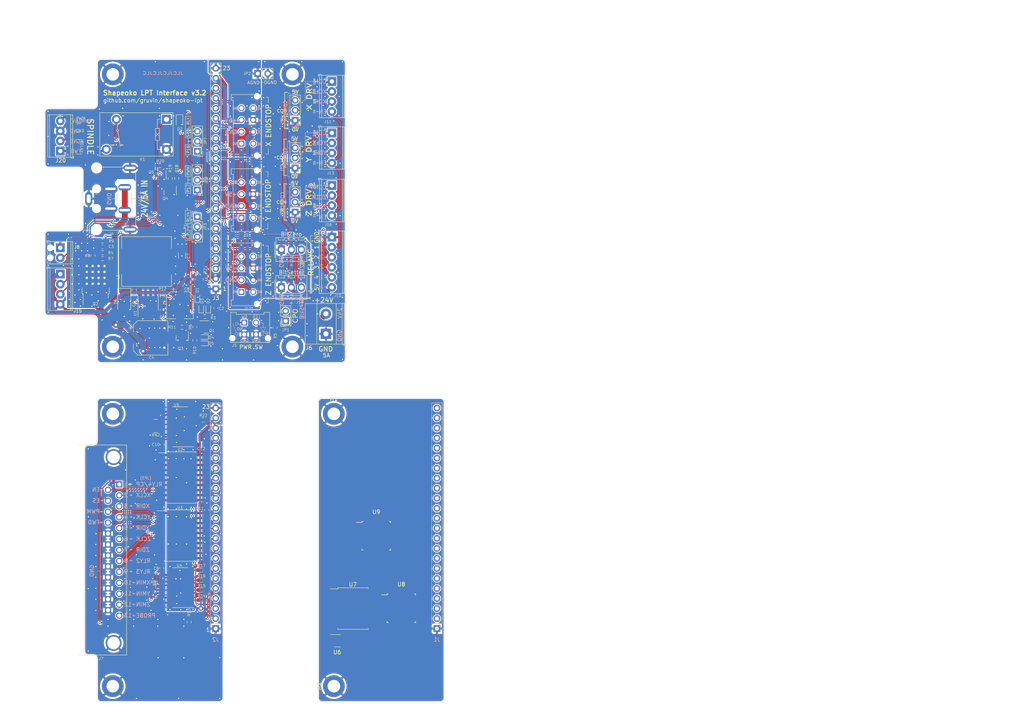
<source format=kicad_pcb>
(kicad_pcb (version 20211014) (generator pcbnew)
  (title_block (title "Shapeoko LPT Interface") (date "2023-07-12") (rev "3.2") (company "Gruvin & Co"))
  (layers (0 "F.Cu" signal) (31 "B.Cu" signal) (34 "B.Paste" user) (35 "F.Paste" user) (36 "B.SilkS" user "B.Silkscreen") (37 "F.SilkS" user "F.Silkscreen") (38 "B.Mask" user) (39 "F.Mask" user) (44 "Edge.Cuts" user))
  (net 0 "")
  (net 1 "Net-(C2-Pad1)")
  (net 2 "Net-(C1-Pad2)")
  (net 3 "GND")
  (net 4 "24V_SAFE")
  (net 5 "/Power/U2_VD")
  (net 6 "/Power/U2_BST")
  (net 7 "/Power/U2_LX")
  (net 8 "/Power/U2_FB")
  (net 9 "/LPT Interface/P2_IN")
  (net 10 "/LPT Interface/P3_IN")
  (net 11 "/LPT Interface/P4_IN")
  (net 12 "/LPT Interface/P9_IN")
  (net 13 "/LPT Interface/P14_IN")
  (net 14 "/LPT Interface/P15_OUT")
  (net 15 "/LPT Interface/P16_IN")
  (net 16 "/Power/nCE_OUT")
  (net 17 "/Connectors & Jumpers/RELAY4")
  (net 18 "/LPT Interface/P17_IN")
  (net 19 "/Connectors & Jumpers/RELAY3")
  (net 20 "/Connectors & Jumpers/RELAY2")
  (net 21 "/Connectors & Jumpers/RELAY1")
  (net 22 "Net-(D4-Pad1)")
  (net 23 "/Connectors & Jumpers/STP_5V")
  (net 24 "/LPT Interface/P17_OUT")
  (net 25 "/LPT Interface/P16_OUT")
  (net 26 "/LPT Interface/P7_OUT")
  (net 27 "/LPT Interface/P6_OUT")
  (net 28 "/LPT Interface/P5_OUT")
  (net 29 "/LPT Interface/P4_OUT")
  (net 30 "/LPT Interface/P3_OUT")
  (net 31 "/LPT Interface/P2_OUT")
  (net 32 "/LPT Interface/P15_IN")
  (net 33 "/LPT Interface/P14_OUT")
  (net 34 "/LPT Interface/P13_IN")
  (net 35 "/Power/U2_ON_nOFF")
  (net 36 "/LPT Interface/P12_IN")
  (net 37 "/LPT Interface/P11_IN")
  (net 38 "/LPT Interface/P10_IN")
  (net 39 "/LPT Interface/P8_OUT")
  (net 40 "/LPT Interface/P9_OUT")
  (net 41 "/LPT Interface/P1_OUT")
  (net 42 "/LPT Interface/nCE_IN")
  (net 43 "/Connectors & Jumpers/ZDIR_IN")
  (net 44 "/Connectors & Jumpers/ZCLK_IN")
  (net 45 "/Connectors & Jumpers/YDIR_IN")
  (net 46 "/Connectors & Jumpers/YCLK_IN")
  (net 47 "/Connectors & Jumpers/XDIR_IN")
  (net 48 "/Connectors & Jumpers/XCLK_IN")
  (net 49 "24V_IN")
  (net 50 "Net-(C3-Pad2)")
  (net 51 "Net-(D7-Pad1)")
  (net 53 "/LPT Interface/P8_IN")
  (net 54 "/LPT Interface/P6_IN")
  (net 55 "/Connectors & Jumpers/ESTOP_OUT")
  (net 56 "/Connectors & Jumpers/EN_IN")
  (net 57 "Net-(U5-Pad4)")
  (net 58 "Net-(U5-Pad14)")
  (net 59 "/Connectors & Jumpers/PROBE_OUT")
  (net 62 "/Connectors & Jumpers/ZMIN_OUT")
  (net 63 "/Connectors & Jumpers/YMIN_OUT")
  (net 64 "/Connectors & Jumpers/XMIN_OUT")
  (net 65 "/Connectors & Jumpers/RELAY2_IN")
  (net 66 "/Connectors & Jumpers/RELAY3_IN")
  (net 67 "Net-(U5-Pad12)")
  (net 68 "/LPT Interface/P1_IN")
  (net 69 "/LPT Interface/P10_OUT")
  (net 70 "/LPT Interface/P11_OUT")
  (net 71 "/LPT Interface/P12_OUT")
  (net 72 "/LPT Interface/P13_OUT")
  (net 73 "/Connectors & Jumpers/X_COM")
  (net 74 "/LPT Interface/P5_IN")
  (net 78 "/LPT Interface/P7_IN")
  (net 79 "/Power/PLED")
  (net 80 "5V_nEN")
  (net 81 "Net-(Q3-Pad1)")
  (net 82 "Net-(Q3-Pad3)")
  (net 83 "+5V")
  (net 84 "/Power/U2_VIN")
  (net 85 "Net-(Q2-Pad1)")
  (net 89 "Net-(Q4-Pad1)")
  (net 91 "GNDA")
  (net 92 "/Connectors & Jumpers/Y_COM")
  (net 96 "/Connectors & Jumpers/HOLD_OUT")
  (net 99 "Net-(JP7-Pad3)")
  (net 100 "/Connectors & Jumpers/Z_COM")
  (net 101 "/Power/Q1_B")
  (net 102 "/Power/Q1_C")
  (net 103 "/Power/Q1_E")
  (net 104 "Net-(Q4-Pad3)")
  (net 105 "Net-(Q5-Pad1)")
  (net 106 "Net-(NT22-Pad1)")
  (net 107 "/GRBL Interface/XTAL1")
  (net 108 "Net-(R14-Pad1)")
  (net 109 "Net-(R15-Pad1)")
  (net 110 "Net-(R16-Pad1)")
  (net 111 "/Connectors & Jumpers/VFD_PWM")
  (net 112 "/Connectors & Jumpers/VFD_XGND")
  (net 113 "/Connectors & Jumpers/VFD_FWD")
  (net 114 "/Connectors & Jumpers/P16_IN")
  (net 115 "/Connectors & Jumpers/P17_IN")
  (net 116 "Net-(R17-Pad1)")
  (net 117 "GND1")
  (net 118 "Net-(U5-Pad11)")
  (net 121 "/Connectors & Jumpers/CHARGE_PUMP_OUT")
  (net 122 "/Connectors & Jumpers/P1_IN")
  (net 123 "/Connectors & Jumpers/X_P16_OUT")
  (net 124 "/Connectors & Jumpers/X_P17_OUT")
  (net 125 "/GRBL Interface/TX")
  (net 128 "+5VA")
  (net 129 "GND2")
  (net 131 "/GRBL Interface/nCE_IN")
  (net 132 "/GRBL Interface/P1_OUT")
  (net 133 "/GRBL Interface/P13_IN")
  (net 134 "/GRBL Interface/P12_IN")
  (net 135 "/GRBL Interface/P11_IN")
  (net 136 "/GRBL Interface/P10_IN")
  (net 137 "/GRBL Interface/P9_OUT")
  (net 138 "/GRBL Interface/P8_OUT")
  (net 139 "/GRBL Interface/P17_OUT")
  (net 140 "/GRBL Interface/P16_OUT")
  (net 141 "/GRBL Interface/P14_OUT")
  (net 142 "/GRBL Interface/P7_OUT")
  (net 143 "/GRBL Interface/P6_OUT")
  (net 144 "/GRBL Interface/P5_OUT")
  (net 145 "/GRBL Interface/P4_OUT")
  (net 146 "/GRBL Interface/P3_OUT")
  (net 147 "/GRBL Interface/P2_OUT")
  (net 148 "/GRBL Interface/P15_IN")
  (net 149 "/GRBL Interface/XTAL2")
  (net 151 "/GRBL Interface/RX")
  (net 153 "/GRBL Interface/HOLD_IN")
  (net 160 "GND3")
  (net 161 "Net-(C13-Pad1)")
  (net 164 "Net-(D9-Pad1)")
  (net 175 "Net-(D10-Pad1)")
  (footprint "Package_QFP:TQFP-32_7x7mm_P0.8mm" (layer "F.Cu") (at 120.75 150.9)
    (fp_text reference "U9")
    (fp_text value "ATmega328P-A")
  )
  (footprint "Capacitor_SMD:C_0603_1608Metric" (layer "F.Cu") (at 66.55 93.59 90)
    (fp_text reference "C5")
    (fp_text value "100n/50V")
  )
  (footprint "Connector_PinHeader_2.54mm:PinHeader_1x03_P2.54mm_Vertical" (layer "F.Cu") (at 75.425 63.325 180)
    (fp_text reference "JP6")
    (fp_text value "1x03_2.54")
  )
  (footprint "Resistor_SMD:R_0603_1608Metric" (layer "F.Cu") (at 51.4 79.2 180)
    (fp_text reference "R4")
    (fp_text value "220K")
  )
  (footprint "Connector_Molex:Molex_Micro-Fit_3.0_43045-0812_2x04_P3.00mm_Vertical" (layer "F.Cu") (at 86.585 51.55 90)
    (fp_text reference "J12")
    (fp_text value "MicroFit_2x04")
  )
  (footprint "Resistor_SMD:R_Array_Convex_4x0603" (layer "F.Cu") (at 64.9 123.089393)
    (fp_text reference "RN2")
    (fp_text value "1Kx4")
  )
  (footprint "Connector_PinHeader_2.54mm:PinHeader_1x03_P2.54mm_Vertical" (layer "F.Cu") (at 75.4 70.075)
    (fp_text reference "JP3")
    (fp_text value "1x03_2.54")
  )
  (footprint "Capacitor_SMD:C_0603_1608Metric" (layer "F.Cu") (at 80.1 93.192893 90)
    (fp_text reference "C2")
    (fp_text value "1u/50V")
  )
  (footprint "Resistor_SMD:R_0603_1608Metric" (layer "F.Cu") (at 95.1 98.192893 90)
    (fp_text reference "R5")
    (fp_text value "1K")
  )
  (footprint "MountingHole:MountingHole_3.2mm_M3_ISO14580_Pad" (layer "F.Cu") (at 99.5 33.992893)
    (fp_text reference "H7" hide)
    (fp_text value "MountingHole_Pad")
  )
  (footprint "-Project:Relay_SPST_OJS_24V_10A" (layer "F.Cu") (at 67.6 45.4 180)
    (fp_text reference "K1")
    (fp_text value "OJS-SH-124HMF")
  )
  (footprint "Resistor_SMD:R_0603_1608Metric" (layer "F.Cu") (at 76.5 162.15)
    (fp_text reference "R16")
    (fp_text value "330")
  )
  (footprint "TerminalBlock_Phoenix:TerminalBlock_Phoenix_MPT-0,5-4-2.54_1x04_P2.54mm_Horizontal" (layer "F.Cu") (at 109.508381 48.848381 -90)
    (fp_text reference "J13")
    (fp_text value "Phoenix MPT")
  )
  (footprint "Connector_Molex:Molex_KK-254_AE-6410-03A_1x03_P2.54mm_Vertical" (layer "F.Cu") (at 96.71 78.4)
    (fp_text reference "J18")
    (fp_text value "MLX_1x03")
  )
  (footprint "Package_TO_SOT_SMD:SOT-23" (layer "F.Cu") (at 68.55 63.957107 -90)
    (fp_text reference "Q4")
    (fp_text value "BC847")
  )
  (footprint "Diode_SMD:D_SOD-523" (layer "F.Cu") (at 78.2 93.292893 90)
    (fp_text reference "D2")
    (fp_text value "SDM20U40-7")
  )
  (footprint "MountingHole:MountingHole_3.2mm_M3_ISO14580_Pad" (layer "F.Cu") (at 110.014222 189 90)
    (fp_text reference "H2")
    (fp_text value "MountingHole_Pad")
  )
  (footprint "Connector_PinHeader_2.54mm:PinHeader_1x03_P2.54mm_Vertical" (layer "F.Cu") (at 100.2 57.71338 180)
    (fp_text reference "JP5")
    (fp_text value "Jumper_3")
  )
  (footprint "Resistor_SMD:R_0603_1608Metric" (layer "F.Cu") (at 49 79.9 -90)
    (fp_text reference "R8")
    (fp_text value "680K")
  )
  (footprint "Connector_PinHeader_2.54mm:PinHeader_1x03_P2.54mm_Vertical" (layer "F.Cu") (at 100.2 45.65 180)
    (fp_text reference "JP4")
    (fp_text value "Jumper_3")
  )
  (footprint "Connector_PinHeader_2.54mm:PinHeader_2x01_P2.54mm_Vertical" (layer "F.Cu") (at 97.8 96.492893 90)
    (fp_text reference "JP1")
    (fp_text value "Jumper_2")
  )
  (footprint "-Project:D_SMA_DOT" (layer "F.Cu") (at 56.9 91.61 -90)
    (fp_text reference "D6")
    (fp_text value "SS24A+")
  )
  (footprint "Connector_Molex:Molex_Micro-Fit_3.0_43045-0812_2x04_P3.00mm_Vertical" (layer "F.Cu") (at 86.585 70.35 90)
    (fp_text reference "J14")
    (fp_text value "MicroFit_2x04")
  )
  (footprint "Connector_PinHeader_2.54mm:PinHeader_1x02_P2.54mm_Vertical" (layer "F.Cu") (at 90.725 33.8 90)
    (fp_text reference "JP2")
    (fp_text value "GND_ISO")
  )
  (footprint "Resistor_SMD:R_0603_1608Metric" (layer "F.Cu") (at 76.5 164.65)
    (fp_text reference "R15")
    (fp_text value "330")
  )
  (footprint "Package_TO_SOT_SMD:TO-252-2" (layer "F.Cu") (at 49.65 87.1 90)
    (fp_text reference "Q2")
    (fp_text value "FDD5614P")
  )
  (footprint "Capacitor_SMD:C_1206_3216Metric" (layer "F.Cu") (at 71.525 79.925 -90)
    (fp_text reference "C7")
    (fp_text value "22u/25V")
  )
  (footprint "Resistor_SMD:R_0603_1608Metric" (layer "F.Cu") (at 76.45 159.6)
    (fp_text reference "R17")
    (fp_text value "330")
  )
  (footprint "-Project:NetTie-2_SMD_Pad0.3mm" (layer "F.Cu") (at 74.625 171.95)
    (fp_text reference "NT1" hide)
    (fp_text value "NetTie_2" hide)
  )
  (footprint "Inductor_SMD:L_12x12mm_H6mm" (layer "F.Cu") (at 62.55 81.41)
    (fp_text reference "L1")
    (fp_text value "100uH 1.5A+")
  )
  (footprint "Diode_SMD:D_SOD-523" (layer "F.Cu") (at 77.05 102.15 180)
    (fp_text reference "D5")
    (fp_text value "SDM20U40-7")
  )
  (footprint "Resistor_SMD:R_0603_1608Metric" (layer "F.Cu") (at 66.55 90.25 -90)
    (fp_text reference "R12")
    (fp_text value "220K")
  )
  (footprint "Resistor_SMD:R_0603_1608Metric" (layer "F.Cu") (at 51.4 80.7)
    (fp_text reference "R7")
    (fp_text value "1M")
  )
  (footprint "TerminalBlock_Phoenix:TerminalBlock_Phoenix_MKDS-1,5-2-5.08_1x02_P5.08mm_Horizontal" (layer "F.Cu") (at 108.005 99.737893 90)
    (fp_text reference "J6")
    (fp_text value "24V/5A OUT")
  )
  (footprint "Connector_Molex:Molex_Micro-Fit_3.0_43045-0412_2x02_P3.00mm_Vertical" (layer "F.Cu") (at 87.3 96.892893)
    (fp_text reference "J5")
    (fp_text value "MicroFit_2x02")
  )
  (footprint "Package_SO:SOIC-20W_7.5x12.8mm_P1.27mm" (layer "F.Cu") (at 70.95 150.85)
    (fp_text reference "U3")
    (fp_text value "74HC245")
  )
  (footprint "-Project:NetTie-2_SMD_Pad0.3mm" (layer "F.Cu") (at 96.1 98.542893 -45)
    (fp_text reference "NT22" hide)
    (fp_text value "DNI" hide)
  )
  (footprint "-Project:CP_Elec_6.3x7.7_DOT" (layer "F.Cu") (at 71 92.5 -90)
    (fp_text reference "C8")
    (fp_text value "68u/35V")
  )
  (footprint "Package_QFP:TQFP-32_7x7mm_P0.8mm" (layer "F.Cu") (at 127.11 169.25)
    (fp_text reference "U8")
    (fp_text value "ATmega16U2-A")
  )
  (footprint "MountingHole:MountingHole_3.2mm_M3_ISO14580_Pad" (layer "F.Cu") (at 54 119.992893)
    (fp_text reference "H3")
    (fp_text value "MountingHole_Pad")
  )
  (footprint "MountingHole:MountingHole_3.2mm_M3_ISO14580_Pad" (layer "F.Cu") (at 110 120)
    (fp_text reference "H1")
    (fp_text value "MountingHole_Pad")
  )
  (footprint "Resistor_SMD:R_0603_1608Metric" (layer "F.Cu") (at 51.4 76.2)
    (fp_text reference "R9")
    (fp_text value "330K")
  )
  (footprint "Capacitor_SMD:C_0603_1608Metric" (layer "F.Cu") (at 74.4 85.925 -90)
    (fp_text reference "C1")
    (fp_text value "100n/50V")
  )
  (footprint "-Project:D_SOD-323_DOT" (layer "F.Cu") (at 70.9 45.75 -90)
    (fp_text reference "D7")
    (fp_text value "BAT54JFILM")
  )
  (footprint "Resistor_SMD:R_Array_Convex_4x0603" (layer "F.Cu") (at 64.6 165.033393)
    (fp_text reference "RN1")
    (fp_text value "1Kx4")
  )
  (footprint "Capacitor_SMD:C_0603_1608Metric" (layer "F.Cu") (at 77.8 144.392893 90)
    (fp_text reference "C11")
    (fp_text value "100n/50V")
  )
  (footprint "TerminalBlock_Phoenix:TerminalBlock_Phoenix_MPT-0,5-2-2.54_1x02_P2.54mm_Horizontal" (layer "F.Cu") (at 40.7 77.93 -90)
    (fp_text reference "J8")
    (fp_text value "Phoenix MPT")
  )
  (footprint "Resistor_SMD:R_0603_1608Metric" (layer "F.Cu") (at 70.19 60.357107 90)
    (fp_text reference "R18")
    (fp_text value "5K6")
  )
  (footprint "Resistor_SMD:R_0603_1608Metric" (layer "F.Cu") (at 76.5 167.2)
    (fp_text reference "R14")
    (fp_text value "330")
  )
  (footprint "Resistor_SMD:R_0603_1608Metric" (layer "F.Cu") (at 71.55 98.05)
    (fp_text reference "R11")
    (fp_text value "1M")
  )
  (footprint "Capacitor_SMD:C_0603_1608Metric" (layer "F.Cu") (at 66.544 127.784393 -90)
    (fp_text reference "C10")
    (fp_text value "100n/50V")
  )
  (footprint "Connector_PinHeader_2.54mm:PinHeader_1x03_P2.54mm_Vertical" (layer "F.Cu") (at 75.425 53.5 180)
    (fp_text reference "JP7")
    (fp_text value "1x03_2.54")
  )
  (footprint "Resistor_SMD:R_0603_1608Metric" (layer "F.Cu") (at 76.85 121.55)
    (fp_text reference "R22")
    (fp_text value "330")
  )
  (footprint "TerminalBlock_Phoenix:TerminalBlock_Phoenix_MPT-0,5-4-2.54_1x04_P2.54mm_Horizontal" (layer "F.Cu") (at 109.508381 35.795001 -90)
    (fp_text reference "J11")
    (fp_text value "Phoenix MPT")
  )
  (footprint "MountingHole:MountingHole_3.2mm_M3_ISO14580_Pad" (layer "F.Cu") (at 54 103)
    (fp_text reference "H6" hide)
    (fp_text value "MountingHole_Pad")
  )
  (footprint "Resistor_SMD:R_0603_1608Metric" (layer "F.Cu") (at 74.8 101.35 90)
    (fp_text reference "R10")
    (fp_text value "130K")
  )
  (footprint "Connector_PinHeader_2.54mm:PinHeader_1x23_P2.54mm_Vertical" (layer "F.Cu") (at 80.1 88.33 180)
    (fp_text reference "J3")
    (fp_text value "Conn_01x022_Male")
  )
  (footprint "Resistor_SMD:R_0603_1608Metric" (layer "F.Cu") (at 65.985 57.102107)
    (fp_text reference "R20")
    (fp_text value "10K")
  )
  (footprint "Capacitor_SMD:C_0603_1608Metric" (layer "F.Cu") (at 76.425 127.739393)
    (fp_text reference "C12")
    (fp_text value "100n/50V")
  )
  (footprint "-Project:NetTie-2_SMD_Pad1.0mm" (layer "F.Cu") (at 59.5 97.892893 90)
    (fp_text reference "NT23" hide)
    (fp_text value "DNI" hide)
  )
  (footprint "Resistor_SMD:R_0603_1608Metric" (layer "F.Cu") (at 74.8 98 -90)
    (fp_text reference "R6")
    (fp_text value "130K")
  )
  (footprint "Package_SO:SOIC-16W_7.5x10.3mm_P1.27mm" (layer "F.Cu") (at 114.83 169.35)
    (fp_text reference "U7")
    (fp_text value "ADUM4160")
  )
  (footprint "Package_SO:SO-16_3.9x9.9mm_P1.27mm" (layer "F.Cu") (at 71.079 123.294393 180)
    (fp_text reference "U5")
    (fp_text value "ACSL-6310")
  )
  (footprint "Connector_Molex:Molex_KK-254_AE-6410-03A_1x03_P2.54mm_Vertical" (layer "F.Cu") (at 96.71 88)
    (fp_text reference "J19")
    (fp_text value "MLX_1x03")
  )
  (footprint "Diode_SMD:D_SOD-523" (layer "F.Cu") (at 77.05 100.55 180)
    (fp_text reference "D4")
    (fp_text value "SDM20U40-7")
  )
  (footprint "MountingHole:MountingHole_3.2mm_M3_ISO14580_Pad" (layer "F.Cu") (at 54 188.992893)
    (fp_text reference "H4")
    (fp_text value "MountingHole_Pad")
  )
  (footprint "Connector_Dsub:DSUB-25_Male_Horizontal_P2.77x2.84mm_EdgePinOffset7.70mm_Housed_MountingHolesOffset9.12mm" (layer "F.Cu") (at 55.630331 137.887893 -90)
    (fp_text reference "J7")
    (fp_text value "DB25 FEMALE")
  )
  (footprint "-Project:KYCON_KPJX-4S-S" (layer "F.Cu") (at 57.05 65.5 -90)
    (fp_text reference "J4")
    (fp_text value "KYCON_KPJX-4S-S")
  )
  (footprint "Capacitor_SMD:C_0603_1608Metric" (layer "F.Cu") (at 51.4 77.7 180)
    (fp_text reference "C3")
    (fp_text value "1u/50V")
  )
  (footprint "Diode_SMD:D_SOD-523" (layer "F.Cu") (at 75.4375 90.6375 90)
    (fp_text reference "D1")
    (fp_text value "SDM20U40-7" hide)
  )
  (footprint "Connector_Molex:Molex_Micro-Fit_3.0_43045-0812_2x04_P3.00mm_Vertical" (layer "F.Cu") (at 86.585 89.15 90)
    (fp_text reference "J17")
    (fp_text value "MicroFit_2x04")
  )
  (footprint "Connector_PinHeader_2.54mm:PinHeader_1x03_P2.54mm_Vertical" (layer "F.Cu") (at 100.2 68.91 180)
    (fp_text reference "JP8")
    (fp_text value "Jumper_3")
  )
  (footprint "-Project:NetTie-2_SMD_Pad1.0mm" (layer "F.Cu") (at 73.1 82.6 -90)
    (fp_text reference "NT24" hide)
    (fp_text value "DNI" hide)
  )
  (footprint "Package_TO_SOT_SMD:SOT-23" (layer "F.Cu") (at 77.7 98)
    (fp_text reference "Q1")
    (fp_text value "BC847")
  )
  (footprint "TerminalBlock_Phoenix:TerminalBlock_Phoenix_MPT-0,5-4-2.54_1x04_P2.54mm_Horizontal" (layer "F.Cu") (at 40.7 84.62 -90)
    (fp_text reference "J15")
    (fp_text value "JST_B2B-XH")
  )
  (footprint "Resistor_SMD:R_0603_1608Metric" (layer "F.Cu") (at 77.425 85.925 90)
    (fp_text reference "R2")
    (fp_text value "1M")
  )
  (footprint "Resistor_SMD:R_0603_1608Metric" (layer "F.Cu") (at 77.3 95.4 180)
    (fp_text reference "R3")
    (fp_text value "6K8")
  )
  (footprint "Package_TO_SOT_SMD:SOT-23-6" (layer "F.Cu") (at 110.95 177.5)
    (fp_text reference "U6")
    (fp_text value "USBLC6-2SC6")
  )
  (footprint "-Project:SOT-23_DOT" (layer "F.Cu") (at 65.95 59.957107 -90)
    (fp_text reference "Q5")
    (fp_text value "BC857")
  )
  (footprint "Resistor_SMD:R_0603_1608Metric" (layer "F.Cu") (at 73.35 172.775 -90)
    (fp_text reference "R13")
    (fp_text value "1M")
  )
  (footprint "TerminalBlock_Phoenix:TerminalBlock_Phoenix_MPT-0,5-4-2.54_1x04_P2.54mm_Horizontal" (layer "F.Cu") (at 109.508381 62.145001 -90)
    (fp_text reference "J16")
    (fp_text value "Phoenix MPT")
  )
  (footprint "Package_SO:SOIC-8_3.9x4.9mm_P1.27mm" (layer "F.Cu") (at 62.95 91.959999 90)
    (fp_text reference "U1")
    (fp_text value "MAX5035BUSA")
  )
  (footprint "Package_SO:SO-16_3.9x9.9mm_P1.27mm" (layer "F.Cu") (at 71.079 164.021393 180)
    (fp_text reference "U4")
    (fp_text value "ACSL-6310")
  )
  (footprint "-Project:SOT-23_DOT" (layer "F.Cu") (at 71.6 100.8 -90)
    (fp_text reference "Q3")
    (fp_text value "BC857")
  )
  (footprint "MountingHole:MountingHole_3.2mm_M3_ISO14580_Pad" (layer "F.Cu") (at 99.5 102.992893)
    (fp_text reference "H8" hide)
    (fp_text value "MountingHole_Pad")
  )
  (footprint "TerminalBlock_Phoenix:TerminalBlock_Phoenix_MPT-0,5-6-2.54_1x06_P2.54mm_Horizontal" (layer "F.Cu") (at 109.5 75.25 -90)
    (fp_text reference "J10")
    (fp_text value "Phoenix MPT")
  )
  (footprint "Capacitor_SMD:C_0603_1608Metric" (layer "F.Cu") (at 66.4 159.086006 90)
    (fp_text reference "C9")
    (fp_text value "100n/50V")
  )
  (footprint "-Project:CP_Elec_8x10.5_DOT" (layer "F.Cu") (at 63.6 100.76)
    (fp_text reference "C4")
    (fp_text value "100u/35V")
  )
  (footprint "Resistor_SMD:R_0603_1608Metric" (layer "F.Cu") (at 68.55 60.357107 -90)
    (fp_text reference "R19")
    (fp_text value "5K6")
  )
  (footprint "Package_SO:SOIC-20W_7.5x12.8mm_P1.27mm" (layer "F.Cu") (at 71.20356 136.160833)
    (fp_text reference "U2")
    (fp_text value "74HC245")
  )
  (footprint "Capacitor_SMD:C_0603_1608Metric" (layer "F.Cu") (at 59.45 89.759999 90)
    (fp_text reference "C6")
    (fp_text value "100n/50V")
  )
  (footprint "MountingHole:MountingHole_3.2mm_M3_ISO14580_Pad" (layer "F.Cu") (at 54 34)
    (fp_text reference "H5" hide)
    (fp_text value "MountingHole_Pad")
  )
  (footprint "Diode_SMD:D_SOD-523" (layer "F.Cu") (at 76.4 93.292893 90)
    (fp_text reference "D3")
    (fp_text value "SDM20U40-7")
  )
  (footprint "TerminalBlock_Phoenix:TerminalBlock_Phoenix_MPT-0,5-4-2.54_1x04_P2.54mm_Horizontal" (layer "F.Cu") (at 40.7 53.414999 90)
    (fp_text reference "J20")
    (fp_text value "Phoenix MPT")
  )
  (footprint "-Project:NetTie-2_SMD_Pad0.3mm" (layer "B.Cu") (at 108.3 81.692893 -45)
    (fp_text reference "NT25" hide)
    (fp_text value "DNI" hide)
  )
  (footprint "-Project:NetTie-2_SMD_Pad1.0mm" (layer "B.Cu") (at 97.6 64.55 -90)
    (fp_text reference "NT28" hide)
    (fp_text value "DNI" hide)
  )
  (footprint "-Project:NetTie-2_SMD_Pad0.3mm" (layer "B.Cu") (at 108.3 79.1 -45)
    (fp_text reference "NT26" hide)
    (fp_text value "DNI" hide)
  )
  (footprint "Connector_PinSocket_2.54mm:PinSocket_1x23_P2.54mm_Vertical" (layer "B.Cu") (at 136.125 174.417)
    (fp_text reference "J1")
    (fp_text value "Conn_01x06_Female")
  )
  (footprint "-Project:NetTie-2_SMD_Pad0.3mm" (layer "B.Cu") (at 111.5 74.8 -90)
    (fp_text reference "NT27" hide)
    (fp_text value "DNI" hide)
  )
  (footprint "Connector_PinSocket_2.54mm:PinSocket_1x23_P2.54mm_Vertical" (layer "B.Cu") (at 80.063 174.417)
    (fp_text reference "J2")
    (fp_text value "Conn_01x06_Female")
  )
  (gr_line (start 51.5 147.5) (end 50.8 147.5) (layer "B.SilkS") (width 0.1))
  (gr_line (start 58.566 154.25) (end 58.566 154.6) (layer "B.SilkS") (width 0.1))
  (gr_line (start 59.035 168.3) (end 59.385 168.5) (layer "B.SilkS") (width 0.1))
  (gr_line (start 58.576 137.65) (end 58.576 138) (layer "B.SilkS") (width 0.1))
  (gr_line (start 59.735 162.75) (end 59.035 162.75) (layer "B.SilkS") (width 0.1))
  (gr_line (start 92.144998 97.005) (end 91.495 97.005) (layer "B.SilkS") (width 0.1))
  (gr_line (start 50.8 159.825) (end 50.2 159.825) (layer "B.SilkS") (width 0.1))
  (gr_line (start 58.75 65.55) (end 60.1 65.55) (layer "B.SilkS") (width 0.1))
  (gr_line (start 50.8 152.9) (end 51.1 152.901) (layer "B.SilkS") (width 0.1))
  (gr_line (start 58.916 160) (end 58.566 160.15) (layer "B.SilkS") (width 0.1))
  (gr_line (start 58.216 154.45) (end 58.916 154.45) (layer "B.SilkS") (width 0.1))
  (gr_line (start 58.926 140.62) (end 58.576 140.42) (layer "B.SilkS") (width 0.1))
  (gr_line (start 50.8 164) (end 51.1 164.001) (layer "B.SilkS") (width 0.1))
  (gr_line (start 92.710858 98.094852) (end 92.110859 99.269852) (layer "B.SilkS") (width 0.1))
  (gr_line (start 50.8 169.5495) (end 51.1 169.5505) (layer "B.SilkS") (width 0.1))
  (gr_line (start 58.75 63.95) (end 58.75 67.2) (layer "B.SilkS") (width 0.1))
  (gr_line (start 102.757581 40.6) (end 102.757581 35.8) (layer "B.SilkS") (width 0.1))
  (gr_line (start 108.0375 80.3) (end 107.6375 80.3) (layer "B.SilkS") (width 0.15))
  (gr_line (start 58.566 159.8) (end 58.566 160.15) (layer "B.SilkS") (width 0.1))
  (gr_line (start 102.125 53.11338) (end 102.7 53.11338) (layer "B.SilkS") (width 0.1))
  (gr_line (start 102.75 48.8) (end 104.85 48.8) (layer "B.SilkS") (width 0.1))
  (gr_line (start 58.566 143.16) (end 58.566 143.51) (layer "B.SilkS") (width 0.1))
  (gr_line (start 102.757581 62.55423) (end 104.857581 62.55423) (layer "B.SilkS") (width 0.1))
  (gr_line (start 108.0375 77.7) (end 107.6375 77.7) (layer "B.SilkS") (width 0.15))
  (gr_line (start 91.510857 98.094852) (end 92.110858 98.094852) (layer "B.SilkS") (width 0.1))
  (gr_line (start 58.216 143.36) (end 58.916 143.36) (layer "B.SilkS") (width 0.1))
  (gr_line (start 98.9 59.9) (end 98.3 59.9) (layer "B.SilkS") (width 0.1))
  (gr_line (start 51.2 141.75) (end 51.2 142.1) (layer "B.SilkS") (width 0.1))
  (gr_line (start 102.757581 35.8) (end 104.857581 35.8) (layer "B.SilkS") (width 0.1))
  (gr_line (start 98.4 43.21) (end 99 43.2) (layer "B.SilkS") (width 0.1))
  (gr_line (start 92.110858 98.094852) (end 92.710858 98.094852) (layer "B.SilkS") (width 0.1))
  (gr_line (start 92.685858 99.219852) (end 91.560858 99.219852) (layer "B.SilkS") (width 0.1))
  (gr_line (start 102.132581 40.6) (end 102.707581 40.6) (layer "B.SilkS") (width 0.1))
  (gr_line (start 59.035 165.55) (end 59.385 165.75) (layer "B.SilkS") (width 0.1))
  (gr_line (start 58.916 151.7) (end 58.566 151.85) (layer "B.SilkS") (width 0.1))
  (gr_line (start 92.779999 99.485002) (end 92.779999 99.735001) (layer "B.SilkS") (width 0.1))
  (gr_line (start 97.7 71.04423) (end 97.7 61.94423) (layer "B.SilkS") (width 0.1))
  (gr_line (start 108.0375 85.4) (end 107.6375 85.4) (layer "B.SilkS") (width 0.15))
  (gr_line (start 58.566 157) (end 58.566 157.35) (layer "B.SilkS") (width 0.1))
  (gr_line (start 58.226 146.15) (end 58.926 146.15) (layer "B.SilkS") (width 0.1))
  (gr_line (start 59.385 165.75) (end 59.385 165.4) (layer "B.SilkS") (width 0.1))
  (gr_line (start 51.2 139.4) (end 51.2 139.05) (layer "B.SilkS") (width 0.1))
  (gr_line (start 92.095 98.055) (end 92.144998 97.005) (layer "B.SilkS") (width 0.1))
  (gr_line (start 50.8 155.65) (end 51.1 155.651) (layer "B.SilkS") (width 0.1))
  (gr_line (start 59.035 162.75) (end 59.385 162.6) (layer "B.SilkS") (width 0.1))
  (gr_line (start 51.55 141.95) (end 51.2 142.1) (layer "B.SilkS") (width 0.1))
  (gr_line (start 50.85 141.95) (end 51.55 141.95) (layer "B.SilkS") (width 0.1))
  (gr_line (start 58.926 146.15) (end 58.576 146.3) (layer "B.SilkS") (width 0.1))
  (gr_line (start 58.576 140.42) (end 58.576 140.77) (layer "B.SilkS") (width 0.1))
  (gr_line (start 58.926 146.15) (end 58.576 145.95) (layer "B.SilkS") (width 0.1))
  (gr_line (start 50.8 150.15) (end 51.1 150.151) (layer "B.SilkS") (width 0.1))
  (gr_line (start 50.8 147.5) (end 51.15 147.7) (layer "B.SilkS") (width 0.1))
  (gr_line (start 93.279997 99.210001) (end 93.755001 99.635003) (layer "B.SilkS") (width 0.1))
  (gr_line (start 93.280001 99.460004) (end 92.88 99.110001) (layer "B.SilkS") (width 0.1))
  (gr_line (start 108.0375 82.8) (end 107.6375 82.8) (layer "B.SilkS") (width 0.15))
  (gr_line (start 58.926 137.85) (end 58.576 138) (layer "B.SilkS") (width 0.1))
  (gr_line (start 59.035 171.1) (end 59.385 170.95) (layer "B.SilkS") (width 0.1))
  (gr_line (start 98.4 38.8) (end 99 38.8) (layer "B.SilkS") (width 0.1))
  (gr_line (start 93.755001 99.635003) (end 93.655 99.435) (layer "B.SilkS") (width 0.1))
  (gr_line (start 93.255 99.910002) (end 93.03 99.835002) (layer "B.SilkS") (width 0.1))
  (gr_line (start 58.216 157.2) (end 58.916 157.2) (layer "B.SilkS") (width 0.1))
  (gr_line (start 58.916 143.36) (end 58.566 143.16) (layer "B.SilkS") (width 0.1))
  (gr_line (start 93.755001 99.635003) (end 93.530001 99.560002) (layer "B.SilkS") (width 0.1))
  (gr_line (start 108.0375 75.2) (end 107.6375 75.2) (layer "B.SilkS") (width 0.15))
  (gr_line (start 58.576 145.95) (end 58.576 146.3) (layer "B.SilkS") (width 0.1))
  (gr_line (start 58.916 157.2) (end 58.566 157.35) (layer "B.SilkS") (width 0.1))
  (gr_line (start 85.713541 97.214999) (end 86.03 97.214999) (layer "B.SilkS") (width 0.1))
  (gr_line (start 50.8 144.75) (end 51.15 144.95) (layer "B.SilkS") (width 0.1))
  (gr_line (start 58.916 148.9) (end 58.566 148.7) (layer "B.SilkS") (width 0.1))
  (gr_line (start 93.279997 99.210001) (end 93.280001 99.460004) (layer "B.SilkS") (width 0.1))
  (gr_line (start 50.8 158.45) (end 51.1 158.451) (layer "B.SilkS") (width 0.1))
  (gr_line (start 58.916 154.45) (end 58.566 154.25) (layer "B.SilkS") (width 0.1))
  (gr_line (start 92.095 100.055) (end 91.495 100.055) (layer "B.SilkS") (width 0.1))
  (gr_line (start 58.216 148.9) (end 58.916 148.9) (layer "B.SilkS") (width 0.1))
  (gr_line (start 93.255 99.910002) (end 93.155 99.710003) (layer "B.SilkS") (width 0.1))
  (gr_line (start 98.3 50.8) (end 98.9 50.8) (layer "B.SilkS") (width 0.1))
  (gr_line (start 50.8 144.75) (end 51.15 144.6) (layer "B.SilkS") (width 0.1))
  (gr_line (start 92.779999 99.735001) (end 92.38 99.385002) (layer "B.SilkS") (width 0.1))
  (gr_line (start 59.385 162.95) (end 59.385 162.6) (layer "B.SilkS") (width 0.1))
  (gr_line (start 58.226 140.62) (end 58.926 140.62) (layer "B.SilkS") (width 0.1))
  (gr_line (start 98.3 71.04423) (end 97.7 71.04423) (layer "B.SilkS") (width 0.1))
  (gr_line (start 58.916 157.2) (end 58.566 157) (layer "B.SilkS") (width 0.1))
  (gr_line (start 84.435 97.205) (end 85.265 99.395) (layer "B.SilkS") (width 0.1))
  (gr_line (start 58.916 143.36) (end 58.566 143.51) (layer "B.SilkS") (width 0.1))
  (gr_line (start 55.15 66.8) (end 55.15 64.3) (layer "B.SilkS") (width 0.1))
  (gr_line (start 58.916 151.7) (end 58.566 151.5) (layer "B.SilkS") (width 0.1))
  (gr_line (start 55.15 65.55) (end 53.8 65.55) (layer "B.SilkS") (width 0.1))
  (gr_line (start 51.15 144.95) (end 51.15 144.6) (layer "B.SilkS") (width 0.1))
  (gr_line (start 59.035 162.75) (end 59.385 162.95) (layer "B.SilkS") (width 0.1))
  (gr_line (start 50.8 166.75) (end 51.1 166.751) (layer "B.SilkS") (width 0.1))
  (gr_line (start 102.132581 66.35423) (end 102.707581 66.35423) (layer "B.SilkS") (width 0.1))
  (gr_line (start 97.7 66.35423) (end 98.3 66.34423) (layer "B.SilkS") (width 0.1))
  (gr_line (start 58.916 160) (end 58.566 159.8) (layer "B.SilkS") (width 0.1))
  (gr_line (start 102.757581 66.35423) (end 102.757581 62.55423) (layer "B.SilkS") (width 0.1))
  (gr_line (start 92.779999 99.485002) (end 93.255 99.910002) (layer "B.SilkS") (width 0.1))
  (gr_circle (center 85.38 97.214999) (end 85.305 97.539999) (layer "B.SilkS") (width 0.1) (fill none))
  (gr_line (start 92.110859 99.269852) (end 91.510857 98.094852) (layer "B.SilkS") (width 0.1))
  (gr_line (start 58.226 137.85) (end 58.926 137.85) (layer "B.SilkS") (width 0.1))
  (gr_line (start 58.566 151.5) (end 58.566 151.85) (layer "B.SilkS") (width 0.1))
  (gr_line (start 58.916 154.45) (end 58.566 154.6) (layer "B.SilkS") (width 0.1))
  (gr_circle (center 85.380001 99.714998) (end 85.046458 99.714999) (layer "B.SilkS") (width 0.1) (fill none))
  (gr_line (start 50.85 139.2) (end 51.2 139.05) (layer "B.SilkS") (width 0.1))
  (gr_line (start 50.8 150.15) (end 50.8 169.5495) (layer "B.SilkS") (width 0.1))
  (gr_line (start 51.55 141.95) (end 51.2 141.75) (layer "B.SilkS") (width 0.1))
  (gr_line (start 59.035 165.55) (end 59.385 165.4) (layer "B.SilkS") (width 0.1))
  (gr_line (start 51.5 144.75) (end 50.8 144.75) (layer "B.SilkS") (width 0.1))
  (gr_line (start 98.4 47.9) (end 98.4 38.8) (layer "B.SilkS") (width 0.1))
  (gr_line (start 85.755 99.739999) (end 86.03 99.74) (layer "B.SilkS") (width 0.1))
  (gr_line (start 92.095 100.055) (end 92.095 99.230001) (layer "B.SilkS") (width 0.1))
  (gr_line (start 50.85 139.2) (end 51.2 139.4) (layer "B.SilkS") (width 0.1))
  (gr_line (start 108.0375 87.9) (end 107.6375 87.9) (layer "B.SilkS") (width 0.15))
  (gr_line (start 58.926 137.85) (end 58.576 137.65) (layer "B.SilkS") (width 0.1))
  (gr_line (start 51.15 147.7) (end 51.15 147.35) (layer "B.SilkS") (width 0.1))
  (gr_line (start 58.566 148.7) (end 58.566 149.05) (layer "B.SilkS") (width 0.1))
  (gr_line (start 59.735 165.55) (end 59.035 165.55) (layer "B.SilkS") (width 0.1))
  (gr_line (start 59.035 171.1) (end 59.385 171.3) (layer "B.SilkS") (width 0.1))
  (gr_line (start 50.8 161.2) (end 51.1 161.201) (layer "B.SilkS") (width 0.1))
  (gr_line (start 58.216 160) (end 58.916 160) (layer "B.SilkS") (width 0.1))
  (gr_line (start 59.735 168.3) (end 59.035 168.3) (layer "B.SilkS") (width 0.1))
  (gr_line (start 59.735 171.1) (end 59.035 171.1) (layer "B.SilkS") (width 0.1))
  (gr_line (start 59.385 168.5) (end 59.385 168.15) (layer "B.SilkS") (width 0.1))
  (gr_line (start 59.035 168.3) (end 59.385 168.15) (layer "B.SilkS") (width 0.1))
  (gr_line (start 58.926 140.62) (end 58.576 140.77) (layer "B.SilkS") (width 0.1))
  (gr_line (start 102.7 53.11338) (end 102.75 48.8) (layer "B.SilkS") (width 0.1))
  (gr_line (start 97.7 61.94423) (end 98.3 61.94423) (layer "B.SilkS") (width 0.1))
  (gr_line (start 58.216 151.7) (end 58.916 151.7) (layer "B.SilkS") (width 0.1))
  (gr_line (start 99 47.9) (end 98.4 47.9) (layer "B.SilkS") (width 0.1))
  (gr_line (start 98.3 55.21) (end 98.9 55.2) (layer "B.SilkS") (width 0.1))
  (gr_line (start 51.55 139.2) (end 50.85 139.2) (layer "B.SilkS") (width 0.1))
  (gr_line (start 98.3 59.9) (end 98.3 50.8) (layer "B.SilkS") (width 0.1))
  (gr_line (start 58.916 148.9) (end 58.566 149.05) (layer "B.SilkS") (width 0.1))
  (gr_line (start 59.385 171.3) (end 59.385 170.95) (layer "B.SilkS") (width 0.1))
  (gr_line (start 50.8 147.5) (end 51.15 147.35) (layer "B.SilkS") (width 0.1))
  (gr_line (start 97.4 65.3) (end 97.4 61.7) (layer "F.SilkS") (width 0.15))
  (gr_line (start 97.377228 50.4) (end 98.077228 50.4) (layer "F.SilkS") (width 0.15))
  (gr_line (start 73.85 72.675) (end 73.05 72.675) (layer "F.SilkS") (width 0.1))
  (gr_line (start 93.4 77.5) (end 93.4 78.95) (layer "F.SilkS") (width 0.1))
  (gr_line (start 106.05 67.2) (end 105.65 67.2) (layer "F.SilkS") (width 0.15))
  (gr_line (start 97.377228 59.6) (end 97.377228 56) (layer "F.SilkS") (width 0.15))
  (gr_line (start 104.08 85.542893) (end 104.08 88.3) (layer "F.SilkS") (width 0.1))
  (gr_line (start 93.325 58.675) (end 92.775 58.675) (layer "F.SilkS") (width 0.1))
  (gr_line (start 93.3 73.1) (end 92.75 73.1) (layer "F.SilkS") (width 0.1))
  (gr_line (start 106.05 35.790941) (end 105.65 35.790941) (layer "F.SilkS") (width 0.15))
  (gr_line (start 106.05 51.340769) (end 105.65 51.340769) (layer "F.SilkS") (width 0.15))
  (gr_line (start 46 54.200001) (end 46 54) (layer "F.SilkS") (width 0.1))
  (gr_line (start 73.05 50.95) (end 73.05 50.1) (layer "F.SilkS") (width 0.1))
  (gr_line (start 104.62 88.3) (end 104.08 88.3) (layer "F.SilkS") (width 0.1))
  (gr_line (start 97.377228 54) (end 97.377228 50.4) (layer "F.SilkS") (width 0.15))
  (gr_line (start 106.05 43.4) (end 105.65 43.4) (layer "F.SilkS") (width 0.15))
  (gr_line (start 106.05 62.140941) (end 105.65 62.140941) (layer "F.SilkS") (width 0.15))
  (gr_line (start 93.375 54.2) (end 92.825 54.2) (layer "F.SilkS") (width 0.1))
  (gr_line (start 106.05 64.640769) (end 105.65 64.640769) (layer "F.SilkS") (width 0.15))
  (gr_line (start 91.4 36.05) (end 92.1 36.05) (layer "F.SilkS") (width 0.12))
  (gr_line (start 104.665 74.85) (end 104.1 74.85) (layer "F.SilkS") (width 0.1))
  (gr_line (start 97.4 70.9) (end 98.1 70.9) (layer "F.SilkS") (width 0.15))
  (gr_line (start 97.55 42.15) (end 97.55 38.55) (layer "F.SilkS") (width 0.15))
  (gr_rect (start 72.4 76.075) (end 73.7 73.525) (layer "F.SilkS") (width 0.1) (fill none))
  (gr_line (start 73.05 60.75) (end 73.05 59.9) (layer "F.SilkS") (width 0.1))
  (gr_rect (start 72.4 64.15) (end 73.7 61.6) (layer "F.SilkS") (width 0.1) (fill none))
  (gr_line (start 93.3 71.65) (end 93.3 73.1) (layer "F.SilkS") (width 0.1))
  (gr_line (start 106.05 40.85) (end 105.65 40.85) (layer "F.SilkS") (width 0.15))
  (gr_line (start 97.4 61.7) (end 98.1 61.7) (layer "F.SilkS") (width 0.15))
  (gr_line (start 93.325 58.7) (end 93.325 60.15) (layer "F.SilkS") (width 0.1))
  (gr_line (start 93.4 77.475) (end 92.85 77.475) (layer "F.SilkS") (width 0.1))
  (gr_line (start 44.8 50.500001) (end 46.1 50.5) (layer "F.SilkS") (width 0.1))
  (gr_line (start 106.05 38.290769) (end 105.65 38.290769) (layer "F.SilkS") (width 0.15))
  (gr_line (start 73.85 50.95) (end 73.05 50.95) (layer "F.SilkS") (width 0.1))
  (gr_line (start 73.05 51.8) (end 73.05 50.95) (layer "F.SilkS") (width 0.1))
  (gr_rect (start 72.4 59.9) (end 73.7 57.15) (layer "F.SilkS") (width 0.1) (fill none))
  (gr_line (start 73.85 60.75) (end 73.05 60.75) (layer "F.SilkS") (width 0.1))
  (gr_line (start 106.05 56.45) (end 105.65 56.45) (layer "F.SilkS") (width 0.15))
  (gr_line (start 93.375 91.9) (end 92.825 91.9) (layer "F.SilkS") (width 0.1))
  (gr_line (start 44.8 54.2) (end 46 54.200001) (layer "F.SilkS") (width 0.1))
  (gr_line (start 97.55 47.75) (end 97.55 44.15) (layer "F.SilkS") (width 0.15))
  (gr_line (start 46.1 50.5) (end 46.1 50.7) (layer "F.SilkS") (width 0.1))
  (gr_line (start 97.4 70.9) (end 97.4 67.3) (layer "F.SilkS") (width 0.15))
  (gr_line (start 97.377228 59.6) (end 98.077228 59.6) (layer "F.SilkS") (width 0.15))
  (gr_line (start 104.1 74.85) (end 104.1 77.75) (layer "F.SilkS") (width 0.1))
  (gr_line (start 93.4 39.775) (end 92.85 39.775) (layer "F.SilkS") (width 0.1))
  (gr_line (start 73.05 73.525) (end 73.05 72.675) (layer "F.SilkS") (width 0.1))
  (gr_line (start 93.375 90.45) (end 93.375 91.9) (layer "F.SilkS") (width 0.1))
  (gr_line (start 106.05 48.840941) (end 105.65 48.840941) (layer "F.SilkS") (width 0.15))
  (gr_line (start 93.375 52.75) (end 93.375 54.2) (layer "F.SilkS") (width 0.1))
  (gr_line (start 106.05 69.75) (end 105.65 69.75) (layer "F.SilkS") (width 0.15))
  (gr_line (start 97.55 47.75) (end 98.25 47.75) (layer "F.SilkS") (width 0.15))
  (gr_rect (start 72.4 50.1) (end 73.7 44.6) (layer "F.SilkS") (width 0.1) (fill none))
  (gr_rect (start 72.4 54.35) (end 73.7 51.8) (layer "F.SilkS") (width 0.1) (fill none))
  (gr_line (start 73.05 61.6) (end 73.05 60.75) (layer "F.SilkS") (width 0.1))
  (gr_rect (start 72.4 71.825) (end 73.7 68.475) (layer "F.SilkS") (width 0.1) (fill none))
  (gr_line (start 93.4 39.8) (end 93.4 41.25) (layer "F.SilkS") (width 0.1))
  (gr_line (start 106.05 53.9) (end 105.65 53.9) (layer "F.SilkS") (width 0.15))
  (gr_line (start 73.05 72.675) (end 73.05 71.825) (layer "F.SilkS") (width 0.1))
  (gr_line (start 97.55 38.55) (end 98.25 38.55) (layer "F.SilkS") (width 0.15))
  (gr_line (start 107.007114 192.992891) (end 137.007114 192.992891) (layer "Edge.Cuts") (width 0.1))
  (gr_line (start 50 126.9) (end 50 117) (layer "Edge.Cuts") (width 0.1))
  (gr_arc (start 50.007109 31.1) (mid 50.300004 30.392895) (end 51.007109 30.1) (layer "Edge.Cuts") (width 0.1))
  (gr_line (start 51.014216 107.1) (end 111.997109 107.1) (layer "Edge.Cuts") (width 0.1))
  (gr_line (start 37.714216 95.107107) (end 49.014216 95.1) (layer "Edge.Cuts") (width 0.1))
  (gr_arc (start 107.007114 192.992891) (mid 106.3 192.700005) (end 106.007114 191.992891) (layer "Edge.Cuts") (width 0.1))
  (gr_arc (start 49 181.1) (mid 49.707099 181.392901) (end 50 182.1) (layer "Edge.Cuts") (width 0.1))
  (gr_arc (start 50 117) (mid 50.292896 116.292896) (end 51 116) (layer "Edge.Cuts") (width 0.1))
  (gr_line (start 82.014216 191.992896) (end 82.014216 117) (layer "Edge.Cuts") (width 0.1))
  (gr_arc (start 112.997109 106.1) (mid 112.704218 106.807109) (end 111.997109 107.1) (layer "Edge.Cuts") (width 0.1))
  (gr_arc (start 49.014216 95.1) (mid 49.721315 95.392901) (end 50.014216 96.1) (layer "Edge.Cuts") (width 0.1))
  (gr_line (start 36.714216 94.107107) (end 36.714216 74.603554) (layer "Edge.Cuts") (width 0.1))
  (gr_arc (start 36.714216 43.607107) (mid 37.007109 42.9) (end 37.714216 42.607107) (layer "Edge.Cuts") (width 0.1))
  (gr_arc (start 82.014216 191.992896) (mid 81.721324 192.700005) (end 81.014216 192.992896) (layer "Edge.Cuts") (width 0.1))
  (gr_line (start 50 182.1) (end 50.014216 191.992896) (layer "Edge.Cuts") (width 0.1))
  (gr_arc (start 50.007109 41.6) (mid 49.714218 42.307109) (end 49.007109 42.6) (layer "Edge.Cuts") (width 0.1))
  (gr_line (start 45.392898 73.596447) (end 37.714216 73.603554) (layer "Edge.Cuts") (width 0.1))
  (gr_line (start 137.007114 115.999995) (end 107.007114 115.999995) (layer "Edge.Cuts") (width 0.1))
  (gr_line (start 47.8 181.1) (end 49 181.1) (layer "Edge.Cuts") (width 0.1))
  (gr_arc (start 45.392898 57.607107) (mid 46.100004 57.900001) (end 46.392898 58.607107) (layer "Edge.Cuts") (width 0.1))
  (gr_line (start 106.007114 116.999995) (end 106.007114 191.992891) (layer "Edge.Cuts") (width 0.1))
  (gr_line (start 112.997109 106.1) (end 112.997109 31.1) (layer "Edge.Cuts") (width 0.1))
  (gr_line (start 50.007109 31.1) (end 50.007109 41.6) (layer "Edge.Cuts") (width 0.1))
  (gr_arc (start 137.007114 115.999995) (mid 137.714213 116.292896) (end 138.007114 116.999995) (layer "Edge.Cuts") (width 0.1))
  (gr_line (start 138.007114 191.992891) (end 138.007114 116.999995) (layer "Edge.Cuts") (width 0.1))
  (gr_arc (start 51.014216 107.1) (mid 50.307102 106.807114) (end 50.014216 106.1) (layer "Edge.Cuts") (width 0.1))
  (gr_line (start 46.8 128.9) (end 46.8 180.1) (layer "Edge.Cuts") (width 0.1))
  (gr_arc (start 46.8 128.9) (mid 47.092894 128.192899) (end 47.8 127.9) (layer "Edge.Cuts") (width 0.1))
  (gr_line (start 50.014216 96.1) (end 50.014216 106.1) (layer "Edge.Cuts") (width 0.1))
  (gr_arc (start 51.014216 192.992896) (mid 50.307102 192.70001) (end 50.014216 191.992896) (layer "Edge.Cuts") (width 0.1))
  (gr_line (start 36.714216 56.607107) (end 36.714216 43.607107) (layer "Edge.Cuts") (width 0.1))
  (gr_arc (start 36.714216 74.603554) (mid 37.007106 73.896444) (end 37.714216 73.603554) (layer "Edge.Cuts") (width 0.1))
  (gr_arc (start 37.714216 57.607107) (mid 37.0071 57.314223) (end 36.714216 56.607107) (layer "Edge.Cuts") (width 0.1))
  (gr_arc (start 37.714216 95.107107) (mid 37.0071 94.814223) (end 36.714216 94.107107) (layer "Edge.Cuts") (width 0.1))
  (gr_arc (start 81.014216 116) (mid 81.721323 116.292893) (end 82.014216 117) (layer "Edge.Cuts") (width 0.1))
  (gr_line (start 51.014216 192.992896) (end 81.014216 192.992896) (layer "Edge.Cuts") (width 0.1))
  (gr_arc (start 47.8 181.1) (mid 47.092884 180.807112) (end 46.8 180.1) (layer "Edge.Cuts") (width 0.1))
  (gr_line (start 46.392898 72.596447) (end 46.392898 58.607107) (layer "Edge.Cuts") (width 0.1))
  (gr_arc (start 50 126.9) (mid 49.707112 127.607112) (end 49 127.9) (layer "Edge.Cuts") (width 0.1))
  (gr_line (start 81.014216 116) (end 51 116) (layer "Edge.Cuts") (width 0.1))
  (gr_arc (start 138.007114 191.992891) (mid 137.714226 192.700003) (end 137.007114 192.992891) (layer "Edge.Cuts") (width 0.1))
  (gr_line (start 45.392898 57.607107) (end 37.714216 57.607107) (layer "Edge.Cuts") (width 0.1))
  (gr_line (start 51.007109 30.1) (end 111.997109 30.1) (layer "Edge.Cuts") (width 0.1))
  (gr_arc (start 106.007114 116.999995) (mid 106.30001 116.292891) (end 107.007114 115.999995) (layer "Edge.Cuts") (width 0.1))
  (gr_arc (start 46.392898 72.596447) (mid 46.099981 73.30353) (end 45.392898 73.596447) (layer "Edge.Cuts") (width 0.1))
  (gr_line (start 47.8 127.9) (end 49 127.9) (layer "Edge.Cuts") (width 0.1))
  (gr_arc (start 111.997109 30.1) (mid 112.704211 30.392898) (end 112.997109 31.1) (layer "Edge.Cuts") (width 0.1))
  (gr_line (start 49.007109 42.6) (end 37.714216 42.607107) (layer "Edge.Cuts") (width 0.1))
  (gr_text "JLCJLCJLCJLC" (at 66.7 33.7) (layer "B.SilkS") (effects (font (size 0.8 1) (thickness 0.13)) (justify mirror)))
  (gr_text "RLY4/CP" (at 59.8 137.85) (layer "B.SilkS") (effects (font (size 1 1)) (justify right mirror)))
  (gr_text "GND" (at 53.05 63.9 270) (layer "B.SilkS") (effects (font (size 1 1)) (justify right mirror)))
  (gr_text "9" (at 56.8064 160) (layer "B.SilkS") (effects (font (size 1 1)) (justify right mirror)))
  (gr_text "ZDIR" (at 108.257581 67.64423) (layer "B.SilkS") (effects (font (size 1 1)) (justify left mirror)))
  (gr_text "5V" (at 99.6 62.65423 90) (layer "B.SilkS") (effects (font (size 0.8 0.8) (thickness 0.14)) (justify right mirror)))
  (gr_text "X" (at 90.5 48.6) (layer "B.SilkS") (effects (font (size 1 1)) (justify right mirror)))
  (gr_text "YCLX" (at 108.25 51.33) (layer "B.SilkS") (effects (font (size 1 1)) (justify left mirror)))
  (gr_text "GND" (at 48.7 159.8 90) (layer "B.SilkS") (effects (font (size 1 1)) (justify mirror)))
  (gr_text "+24V\nIN" (at 61.8 65.35 90) (layer "B.SilkS") (effects (font (size 1 1)) (justify mirror)))
  (gr_text "PROBE" (at 59.8 171.1) (layer "B.SilkS") (effects (font (size 1 1)) (justify right mirror)))
  (gr_text "NO" (at 86.145 98.525) (layer "B.SilkS") (effects (font (size 0.7 0.7) (thickness 0.125)) (justify mirror)))
  (gr_text "GND" (at 87.361998 101.495) (layer "B.SilkS") (effects (font (size 0.7 0.7) (thickness 0.125)) (justify mirror)))
  (gr_text "Y" (at 90.5 70.45) (layer "B.SilkS") (effects (font (size 1 1)) (justify right mirror)))
  (gr_text "FWD" (at 43.2 53.5) (layer "B.SilkS") (effects (font (size 0.9 0.9) (thickness 0.125)) (justify right mirror)))
  (gr_text "RLY2" (at 59.8 157.25) (layer "B.SilkS") (effects (font (size 1 1)) (justify right mirror)))
  (gr_text "GND" (at 96.665221 79.8 270) (layer "B.SilkS") (effects (font (size 1 1)) (justify right mirror)))
  (gr_text "SW" (at 87.365 95.485) (layer "B.SilkS") (effects (font (size 0.7 0.7) (thickness 0.125)) (justify mirror)))
  (gr_text "NC" (at 85.65 89.08) (layer "B.SilkS") (effects (font (size 0.6 0.6) (thickness 0.13)) (justify left mirror)))
  (gr_text "+5V" (at 99.3 89.4 270) (layer "B.SilkS") (effects (font (size 1 1)) (justify right mirror)))
  (gr_text "GND" (at 90.365 101.495) (layer "B.SilkS") (effects (font (size 0.7 0.7) (thickness 0.125)) (justify mirror)))
  (gr_text "1" (at 56.8064 137.85) (layer "B.SilkS") (effects (font (size 1 1)) (justify right mirror)))
  (gr_text "11" (at 56.79 165.5) (layer "B.SilkS") (effects (font (size 1 1)) (justify right mirror)))
  (gr_text "LED" (at 90.385 95.489313) (layer "B.SilkS") (effects (font (size 0.7 0.7) (thickness 0.125)) (justify mirror)))
  (gr_text "G" (at 106.9 75.2 -90) (layer "B.SilkS") (effects (font (size 0.5 0.5) (thickness 0.08)) (justify mirror)))
  (gr_text "GND" (at 111.4 100.2 90) (layer "B.SilkS") (effects (font (size 1 1)) (justify mirror)))
  (gr_text "YCLK" (at 59.8 146.15) (layer "B.SilkS") (effects (font (size 1 1)) (justify right mirror)))
  (gr_text "0V" (at 100.3 47 90) (layer "B.SilkS") (effects (font (size 0.8 0.8) (thickness 0.14)) (justify left mirror)))
  (gr_text "RL1/E" (at 106.9 77.7 -90) (layer "B.SilkS") (effects (font (size 0.5 0.5) (thickness 0.08)) (justify mirror)))
  (gr_text "13" (at 56.8 171.07) (layer "B.SilkS") (effects (font (size 1 1)) (justify right mirror)))
  (gr_text "3" (at 56.8064 143.38) (layer "B.SilkS") (effects (font (size 1 1)) (justify right mirror)))
  (gr_text "XMIN" (at 59.8 162.75) (layer "B.SilkS") (effects (font (size 1 1)) (justify right mirror)))
  (gr_text "5" (at 56.8154 148.89) (layer "B.SilkS") (effects (font (size 1 1)) (justify right mirror)))
  (gr_text "XDIR" (at 108.257581 40.89) (layer "B.SilkS") (effects (font (size 1 1)) (justify left mirror)))
  (gr_text "COM" (at 108.25 48.8) (layer "B.SilkS") (effects (font (size 1 1)) (justify left mirror)))
  (gr_text "NC" (at 90.5 42.65) (layer "B.SilkS") (effects (font (size 0.6 0.6) (thickness 0.13)) (justify right mirror)))
  (gr_text "YDIR" (at 59.8 148.9) (layer "B.SilkS") (effects (font (size 1 1)) (justify right mirror)))
  (gr_text "XCLX" (at 108.257581 38.36) (layer "B.SilkS") (effects (font (size 1 1)) (justify left mirror)))
  (gr_text "BitZero" (at 101.9 79.8 270) (layer "B.SilkS") (effects (font (size 1 1)) (justify right mirror)))
  (gr_text "XDIR" (at 59.8 143.35) (layer "B.SilkS") (effects (font (size 1 1)) (justify right mirror)))
  (gr_text "GND" (at 96.7 89.4 270) (layer "B.SilkS") (effects (font (size 1 1)) (justify right mirror)))
  (gr_text "7" (at 56.8064 154.45) (layer "B.SilkS") (effects (font (size 1 1)) (justify right mirror)))
  (gr_text "ZCLX" (at 108.257581 65.11423) (layer "B.SilkS") (effects (font (size 1 1)) (justify left mirror)))
  (gr_text "+5V" (at 85.65 83.1) (layer "B.SilkS") (effects (font (size 1 1)) (justify left mirror)))
  (gr_text "PWM" (at 50.8 144.75) (layer "B.SilkS") (effects (font (size 1 1)) (justify left mirror)))
  (gr_text "NC" (at 90.55 80.11) (layer "B.SilkS") (effects (font (size 0.6 0.6) (thickness 0.13)) (justify right mirror)))
  (gr_text "GND" (at 43 48.4) (layer "B.SilkS") (effects (font (size 0.9 0.9) (thickness 0.125)) (justify right mirror)))
  (gr_text "5V" (at 106.9 87.9 -90) (layer "B.SilkS") (effects (font (size 0.5 0.5) (thickness 0.08)) (justify mirror)))
  (gr_text "YMIN" (at 59.8 165.55) (layer "B.SilkS") (effects (font (size 1 1)) (justify right mirror)))
  (gr_text "COM" (at 108.257581 35.83) (layer "B.SilkS") (effects (font (size 1 1)) (justify left mirror)))
  (gr_text "NC" (at 90.5 67.35) (layer "B.SilkS") (effects (font (size 0.6 0.6) (thickness 0.13)) (justify right mirror)))
  (gr_text "EN" (at 108.257581 70.18423) (layer "B.SilkS") (effects (font (size 1 1)) (justify left mirror)))
  (gr_text "NC" (at 90.5 45.65) (layer "B.SilkS") (effects (font (size 0.6 0.6) (thickness 0.13)) (justify right mirror)))
  (gr_text "NC" (at 85.6 70.35) (layer "B.SilkS") (effects (font (size 0.6 0.6) (thickness 0.13)) (justify left mirror)))
  (gr_text "RL4*" (at 106.9 85.2 -90) (layer "B.SilkS") (effects (font (size 0.5 0.5) (thickness 0.08)) (justify mirror)))
  (gr_text "+5V" (at 85.6 64.36) (layer "B.SilkS") (effects (font (size 1 1)) (justify left mirror)))
  (gr_text "4" (at 56.8064 146.15) (layer "B.SilkS") (effects (font (size 1 1)) (justify right mirror)))
  (gr_text "+5V" (at 99.35 79.8 270) (layer "B.SilkS") (effects (font (size 1 1)) (justify right mirror)))
  (gr_text "YDIR" (at 108.25 53.86) (layer "B.SilkS") (effects (font (size 1 1)) (justify left mirror)))
  (gr_text "5V" (at 100.2 51.51 90) (layer "B.SilkS") (effects (font (size 0.8 0.8) (thickness 0.14)) (justify right mirror)))
  (gr_text "+5V" (at 85.6 45.63) (layer "B.SilkS") (effects (font (size 1 1)) (justify left mirror)))
  (gr_text "FWD" (at 50.8 147.5) (layer "B.SilkS") (effects (font (size 1 1)) (justify left mirror)))
  (gr_text "ZMIN" (at 59.8 168.3) (layer "B.SilkS") (effects (font (size 1 1)) (justify right mirror)))
  (gr_text "RLY3" (at 59.8 160) (layer "B.SilkS") (effects (font (size 1 1)) (justify right mirror)))
  (gr_text "COMMON" (at 97.6 55.21 90) (layer "B.SilkS") (effects (font (size 0.8 0.8) (thickness 0.14)) (justify mirror)))
  (gr_text "NC" (at 90.5 64.35) (layer "B.SilkS") (effects (font (size 0.6 0.6) (thickness 0.13)) (justify right mirror)))
  (gr_text "RL3" (at 106.9 82.7 -90) (layer "B.SilkS") (effects (font (size 0.5 0.5) (thickness 0.08)) (justify mirror)))
  (gr_text "0V" (at 100.2 59 90) (layer "B.SilkS") (effects (font (size 0.8 0.8) (thickness 0.14)) (justify left mirror)))
  (gr_text "NC" (at 85.6 61.35) (layer "B.SilkS") (effects (font (size 0.6 0.6) (thickness 0.13)) (justify left mirror)))
  (gr_text "RL2" (at 106.9 80.25 -90) (layer "B.SilkS") (effects (font (size 0.5 0.5) (thickness 0.08)) (justify mirror)))
  (gr_text "EN" (at 108.25 56.4) (layer "B.SilkS") (effects (font (size 1 1)) (justify left mirror)))
  (gr_text "0V" (at 99.6 70.14423 90) (layer "B.SilkS") (effects (font (size 0.8 0.8) (thickness 0.14)) (justify left mirror)))
  (gr_text "GND" (at 85.65 86.1) (layer "B.SilkS") (effects (font (size 1 1)) (justify left mirror)))
  (gr_text "2" (at 56.8064 140.592) (layer "B.SilkS") (effects (font (size 1 1)) (justify right mirror)))
  (gr_text "COMMON" (at 97 66.35423 90) (layer "B.SilkS") (effects (font (size 0.8 0.8) (thickness 0.14)) (justify mirror)))
  (gr_text "ZDIR" (at 59.8 154.45) (layer "B.SilkS") (effects (font (size 1 1)) (justify right mirror)))
  (gr_text "NC" (at 90.5 51.65) (layer "B.SilkS") (effects (font (size 0.6 0.6) (thickness 0.13)) (justify right mirror)))
  (gr_text "ZCLK" (at 59.8 151.7) (layer "B.SilkS") (effects (font (size 1 1)) (justify right mirror)))
  (gr_text "5V" (at 100.3 39.51 90) (layer "B.SilkS") (effects (font (size 0.8 0.8) (thickness 0.14)) (justify right mirror)))
  (gr_text "10" (at 56.79 162.75) (layer "B.SilkS") (effects (font (size 1 1)) (justify right mirror)))
  (gr_text "NC" (at 90.55 86.11) (layer "B.SilkS") (effects (font (size 0.6 0.6) (thickness 0.13)) (justify right mirror)))
  (gr_text "NC" (at 85.6 42.6) (layer "B.SilkS") (effects (font (size 0.6 0.6) (thickness 0.13)) (justify left mirror)))
  (gr_text "BitSetter" (at 101.85 89.4 270) (layer "B.SilkS") (effects (font (size 1 1)) (justify right mirror)))
  (gr_text "EN" (at 50.8 139.2) (layer "B.SilkS") (effects (font (size 1 1)) (justify left mirror)))
  (gr_text "24V" (at 111.5 96 90) (layer "B.SilkS") (effects (font (size 1 1)) (justify right mirror)))
  (gr_text "XGND" (at 43 51) (layer "B.SilkS") (effects (font (size 0.9 0.9) (thickness 0.125)) (justify right mirror)))
  (gr_text "NC" (at 90.55 83.11) (layer "B.SilkS") (effects (font (size 0.6 0.6) (thickness 0.13)) (justify right mirror)))
  (gr_text "EN" (at 108.257581 43.43) (layer "B.SilkS") (effects (font (size 1 1)) (justify left mirror)))
  (gr_text "12" (at 56.8 168.3) (layer "B.SilkS") (effects (font (size 1 1)) (justify right mirror)))
  (gr_text "XCLX" (at 59.8 140.6) (layer "B.SilkS") (effects (font (size 1 1)) (justify right mirror)))
  (gr_text "8" (at 56.8064 157.2) (layer "B.SilkS") (effects (font (size 1 1)) (justify right mirror)))
  (gr_text "COMMON" (at 97.7 43.21 90) (layer "B.SilkS") (effects (font (size 0.8 0.8) (thickness 0.14)) (justify mirror)))
  (gr_text "COM" (at 108.257581 62.58423) (layer "B.SilkS") (effects (font (size 1 1)) (justify left mirror)))
  (gr_text "GND" (at 85.6 48.63) (layer "B.SilkS") (effects (font (size 1 1)) (justify left mirror)))
  (gr_text "NC" (at 90.5 61.35) (layer "B.SilkS") (effects (font (size 0.6 0.6) (thickness 0.13)) (justify right mirror)))
  (gr_text "GND" (at 85.6 67.37) (layer "B.SilkS") (effects (font (size 1 1)) (justify left mirror)))
  (gr_text "PWM(5V)" (at 43 45.8) (layer "B.SilkS") (effects (font (size 0.9 0.9) (thickness 0.125)) (justify right mirror)))
  (gr_text "Z" (at 85.65 80.08) (layer "B.SilkS") (effects (font (size 1 1)) (justify left mirror)))
  (gr_text "6" (at 56.8154 151.7) (layer "B.SilkS") (effects (font (size 1 1)) (justify right mirror)))
  (gr_text "NC" (at 85.6 51.6) (layer "B.SilkS") (effects (font (size 0.6 0.6) (thickness 0.13)) (justify left mirror)))
  (gr_text "ES" (at 50.8 142) (layer "B.SilkS") (effects (font (size 1 1)) (justify left mirror)))
  (gr_text "NC" (at 90.55 89.11) (layer "B.SilkS") (effects (font (size 0.6 0.6) (thickness 0.13)) (justify right mirror)))
  (gr_text "(JP3)" (at 62.342 136.276) (layer "B.SilkS") (effects (font (size 0.7 0.7) (thickness 0.11)) (justify mirror)))
  (gr_text "GND" (at 105.65 75.3 90) (layer "F.SilkS") (effects (font (size 1 1))))
  (gr_text "COM" (at 98.1 55.1) (layer "F.SilkS") (effects (font (size 0.8 0.8) (thickness 0.125)) (justify right)))
  (gr_text "COM" (at 105.1 35.8 90) (layer "F.SilkS") (effects (font (size 0.5 0.5) (thickness 0.08))))
  (gr_text "23" (at 77.6 118.2) (layer "F.SilkS") (effects (font (size 1 1))))
  (gr_text "DIR" (at 105.1 40.85 90) (layer "F.SilkS") (effects (font (size 0.5 0.5) (thickness 0.08))))
  (gr_text "1" (at 78.1 174.7) (layer "F.SilkS") (effects (font (size 1 1))))
  (gr_text "C.P." (at 73.1 74.821 90) (layer "F.SilkS") (effects (font (size 0.7 0.7) (thickness 0.1))))
  (gr_text "Z DRV" (at 103.7 66.45577 90) (layer "F.SilkS") (effects (font (size 1.27 1.5) (thickness 0.25))))
  (gr_text "5A" (at 109.1 105.192893) (layer "F.SilkS") (effects (font (size 1 1)) (justify right)))
  (gr_text "CPO" (at 100.25 95.192893 90) (layer "F.SilkS") (effects (font (size 1.2 1.2) (thickness 0.18))))
  (gr_text "3" (at 105.65 82.9 90) (layer "F.SilkS") (effects (font (size 1 1))))
  (gr_text "X ENDSTOP" (at 93.45 46.9 90) (layer "F.SilkS") (effects (font (size 1.27 1.27) (thickness 0.2))))
  (gr_text "1" (at 82.35 88.35) (layer "F.SilkS") (effects (font (size 1 1))))
  (gr_text "23" (at 82.8 32.442893) (layer "F.SilkS") (effects (font (size 1 1))))
  (gr_text "RLY4 *" (at 73.1 69.6 90) (layer "F.SilkS") (effects (font (size 0.7 0.7) (thickness 0.1))))
  (gr_text "5V" (at 100.077228 50.3) (layer "F.SilkS") (effects (font (size 1 1))))
  (gr_text "DGND" (at 93.95 36.05) (layer "F.SilkS") (effects (font (size 0.8 0.8) (thickness 0.1))))
  (gr_text "PWM" (at 73.1 58.5 90) (layer "F.SilkS") (effects (font (size 0.7 0.7) (thickness 0.1))))
  (gr_text "COM" (at 105.1 62.15 90) (layer "F.SilkS") (effects (font (size 0.5 0.5) (thickness 0.08))))
  (gr_text "5V" (at 100.25 38.45) (layer "F.SilkS") (effects (font (size 1 1))))
  (gr_text "AGND" (at 89.65 36.1) (layer "F.SilkS") (effects (font (size 0.8 0.8) (thickness 0.1))))
  (gr_text "5V" (at 100.1 61.6) (layer "F.SilkS") (effects (font (size 1 1))))
  (gr_text "COM" (at 98.1 66.4) (layer "F.SilkS") (effects (font (size 0.8 0.8) (thickness 0.125)) (justify right)))
  (gr_text "PWR SW" (at 89.05 103.092893) (layer "F.SilkS") (effects (font (size 1 1))))
  (gr_text "P1" (at 72.4 72.6 90) (layer "F.SilkS") (effects (font (size 0.7 0.7) (thickness 0.1))))
  (gr_text "Y ENDSTOP" (at 93.375 65.8 90) (layer "F.SilkS") (effects (font (size 1.27 1.27) (thickness 0.2))))
  (gr_text "0V" (at 100.25 47.95) (layer "F.SilkS") (effects (font (size 1 1))))
  (gr_text "SPDL RLY" (at 73.1 47.4 90) (layer "F.SilkS") (effects (font (size 0.7 0.7) (thickness 0.1))))
  (gr_text "Y DRV" (at 103.7 52.9 90) (layer "F.SilkS") (effects (font (size 1.27 1.5) (thickness 0.25))))
  (gr_text "X DRV" (at 103.8 39.6 90) (layer "F.SilkS") (effects (font (size 1.27 1.5) (thickness 0.25))))
  (gr_text "* P16" (at 73.1 53.55 90) (layer "F.SilkS") (effects (font (size 0.7 0.7) (thickness 0.1))))
  (gr_text "GND" (at 45.7 48.3) (layer "F.SilkS") (effects (font (size 0.7 0.7) (thickness 0.08))))
  (gr_text "Shapeoko LPT Interface v3.2" (at 51.4 38.692893) (layer "F.SilkS") (effects (font (size 1.2 1.2) (thickness 0.25)) (justify left)))
  (gr_text "CLK" (at 105.1 38.3 90) (layer "F.SilkS") (effects (font (size 0.5 0.5) (thickness 0.08))))
  (gr_text "EN" (at 105.1 69.75 90) (layer "F.SilkS") (effects (font (size 0.5 0.5) (thickness 0.08))))
  (gr_text "0V" (at 100.1 71.1) (layer "F.SilkS") (effects (font (size 1 1))))
  (gr_text "SPINDLE" (at 48.3 49.8 270) (layer "F.SilkS") (effects (font (size 1.5 1.5) (thickness 0.25))))
  (gr_text "COM" (at 98.25 43.25) (layer "F.SilkS") (effects (font (size 0.8 0.8) (thickness 0.125)) (justify right)))
  (gr_text "BitSetter" (at 99.3 84.15) (layer "F.SilkS") (effects (font (size 1 1) (thickness 0.125))))
  (gr_text "0V" (at 100.077228 59.8) (layer "F.SilkS") (effects (font (size 1 1))))
  (gr_text "BitZero" (at 99.24 74.492893) (layer "F.SilkS") (effects (font (size 1 1) (thickness 0.125))))
  (gr_text "EN" (at 105.1 56.45 90) (layer "F.SilkS") (effects (font (size 0.5 0.5) (thickness 0.08))))
  (gr_text "DIR" (at 105.1 67.2 90) (layer "F.SilkS") (effects (font (size 0.5 0.5) (thickness 0.08))))
  (gr_text "Z ENDSTOP" (at 93.45 84.6 90) (layer "F.SilkS") (effects (font (size 1.27 1.27) (thickness 0.2))))
  (gr_text "CLK" (at 105.1 51.35 90) (layer "F.SilkS") (effects (font (size 0.5 0.5) (thickness 0.08))))
  (gr_text "24V/5A IN" (at 62.05 65.492893 90) (layer "F.SilkS") (effects (font (size 1.5 1.2) (thickness 0.25))))
  (gr_text "+24V" (at 110 91.192893) (layer "F.SilkS") (effects (font (size 1.2 1.2) (thickness 0.2)) (justify right)))
  (gr_text "* P17" (at 73.1 63.4 90) (layer "F.SilkS") (effects (font (size 0.7 0.7) (thickness 0.1))))
  (gr_text "DIR" (at 105.1 53.9 90) (layer "F.SilkS") (effects (font (size 0.5 0.5) (thickness 0.08))))
  (gr_text "2" (at 105.65 80.3 90) (layer "F.SilkS") (effects (font (size 1 1))))
  (gr_text "RELAYS" (at 104.2 81.592893 90) (layer "F.SilkS") (effects (font (size 1.27 1.27) (thickness 0.2))))
  (gr_text "CLK" (at 105.1 64.65 90) (layer "F.SilkS") (effects (font (size 0.5 0.5) (thickness 0.08))))
  (gr_text "1" (at 105.65 77.8 90) (layer "F.SilkS") (effects (font (size 1 1))))
  (gr_text "5V" (at 105.65 87.9 90) (layer "F.SilkS") (effects (font (size 1 1))))
  (gr_text "EN" (at 105.1 43.4 90) (layer "F.SilkS") (effects (font (size 0.5 0.5) (thickness 0.08))))
  (gr_text "PWM\n5V" (at 44.7 45.7) (layer "F.SilkS") (effects (font (size 0.7 0.7) (thickness 0.08)) (justify left)))
  (gr_text "4" (at 105.65 85.4 90) (layer "F.SilkS") (effects (font (size 1 1))))
  (gr_text "github.com/gruvin/shapeoko-lpt" (at 51.5 40.592893) (layer "F.SilkS") (effects (font (size 1 1)) (justify left)))
  (gr_text "GND" (at 109.9 103.592893) (layer "F.SilkS") (effects (font (size 1.2 1.2) (thickness 0.2)) (justify right)))
  (gr_text "COM" (at 105.1 48.85 90) (layer "F.SilkS") (effects (font (size 0.5 0.5) (thickness 0.08))))
  (gr_text "RELAY" (at 46.1 52.3 270) (layer "F.SilkS") (effects (font (size 0.7 0.7) (thickness 0.08))))
  (segment (start 78.225 93.967893) (end 78.2 93.992893) (width 0.3) (layer "F.Cu") (net 1))
  (segment (start 78.125 94.067893) (end 78.2 93.992893) (width 0.3) (layer "F.Cu") (net 1))
  (segment (start 78.125 95.4) (end 78.125 94.067893) (width 0.3) (layer "F.Cu") (net 1))
  (segment (start 80.1 93.967893) (end 78.225 93.967893) (width 0.3) (layer "F.Cu") (net 1))
  (segment (start 75.4375 91.3375) (end 74.1375 91.3375) (width 0.3) (layer "F.Cu") (net 2))
  (segment (start 74.6 93) (end 74.6 92.175) (width 0.3) (layer "F.Cu") (net 2))
  (segment (start 78.3 92.53125) (end 77.53125 93.3) (width 0.3) (layer "F.Cu") (net 2))
  (segment (start 74.6 92.175) (end 75.4375 91.3375) (width 0.3) (layer "F.Cu") (net 2))
  (segment (start 73.575 90.775) (end 73.575 87.325) (width 0.3) (layer "F.Cu") (net 2))
  (segment (start 77.53125 93.3) (end 74.9 93.3) (width 0.3) (layer "F.Cu") (net 2))
  (segment (start 74.1375 91.3375) (end 73.575 90.775) (width 0.3) (layer "F.Cu") (net 2))
  (segment (start 73.575 87.325) (end 74.2 86.7) (width 0.3) (layer "F.Cu") (net 2))
  (segment (start 74.9 93.3) (end 74.6 93) (width 0.3) (layer "F.Cu") (net 2))
  (segment (start 67.1 98.3) (end 67.3 98.5) (width 0.5) (layer "F.Cu") (net 3))
  (segment (start 64.95 91.45) (end 66.175 91.45) (width 0.3) (layer "F.Cu") (net 3))
  (segment (start 66.865 92.5) (end 66.55 92.815) (width 0.3) (layer "F.Cu") (net 3))
  (segment (start 66.55 92.815) (end 66.55 91.075) (width 0.3) (layer "F.Cu") (net 3))
  (segment (start 66.175 91.45) (end 66.55 91.075) (width 0.3) (layer "F.Cu") (net 3))
  (segment (start 63.585 95.685) (end 63.585 94.434999) (width 0.3) (layer "F.Cu") (net 3))
  (segment (start 56.9 95.3) (end 56.900001 94.100001) (width 0.5) (layer "F.Cu") (net 3))
  (segment (start 81.3 92.45) (end 80.132107 92.45) (width 0.3) (layer "F.Cu") (net 3))
  (segment (start 67.3 103) (end 67.3 100.76) (width 0.5) (layer "F.Cu") (net 3))
  (segment (start 71.54 77) (end 71.54 78.465) (width 0.3) (layer "F.Cu") (net 3))
  (segment (start 56.9 91.5) (end 56.9 93.61) (width 0.5) (layer "F.Cu") (net 3))
  (segment (start 64.45 96) (end 63.9 96) (width 0.3) (layer "F.Cu") (net 3))
  (segment (start 63.585002 91.3) (end 63.585002 89.485) (width 0.3) (layer "F.Cu") (net 3))
  (segment (start 56.900001 94.100001) (end 56.900001 93.61) (width 1) (layer "F.Cu") (net 3))
  (segment (start 75.559355 90.487998) (end 75.559355 90.059355) (width 0.3) (layer "F.Cu") (net 3))
  (segment (start 75.559355 90.059355) (end 75.4375 89.9375) (width 0.3) (layer "F.Cu") (net 3))
  (segment (start 66.45 63) (end 67.580393 63) (width 0.3) (layer "F.Cu") (net 3))
  (segment (start 68.3 92.5) (end 66.865 92.5) (width 0.3) (layer "F.Cu") (net 3))
  (segment (start 67.05 103.25) (end 67.3 103) (width 0.5) (layer "F.Cu") (net 3))
  (segment (start 63.9 96) (end 63.585 95.685) (width 0.3) (layer "F.Cu") (net 3))
  (segment (start 67.580393 63) (end 67.6 63.019607) (width 0.3) (layer "F.Cu") (net 3))
  (segment (start 71.54 78.465) (end 71.525 78.45) (width 0.2) (layer "F.Cu") (net 3))
  (segment (start 80.132107 92.45) (end 80.1 92.417893) (width 0.3) (layer "F.Cu") (net 3))
  (segment (start 67.3 98.5) (end 67.3 100.76) (width 0.5) (layer "F.Cu") (net 3))
  (via (at 72.7 103.5) (size 0.7) (drill 0.3) (layers "F.Cu" "B.Cu") (net 3))
  (via (at 95.8 68) (size 0.7) (drill 0.3) (layers "F.Cu" "B.Cu") (net 3))
  (via (at 77.2 30.792893) (size 0.7) (drill 0.3) (layers "F.Cu" "B.Cu") (net 3))
  (via (at 104.75 91.35) (size 0.7) (drill 0.3) (layers "F.Cu" "B.Cu") (net 3))
  (via (at 92.7 91.35) (size 0.7) (drill 0.3) (layers "F.Cu" "B.Cu") (net 3))
  (via (at 42.8 74.5) (size 0.7) (drill 0.3) (layers "F.Cu" "B.Cu") (net 3))
  (via (at 58.3 96.5) (size 0.7) (drill 0.3) (layers "F.Cu" "B.Cu") (net 3))
  (via (at 107.3 41.85) (size 0.7) (drill 0.3) (layers "F.Cu" "B.Cu") (net 3))
  (via (at 104.85 63.85) (size 0.7) (drill 0.3) (layers "F.Cu" "B.Cu") (net 3))
  (via (at 69.45 103.25) (size 0.7) (drill 0.3) (layers "F.Cu" "B.Cu") (net 3))
  (via (at 100.45 73.4) (size 0.7) (drill 0.3) (layers "F.Cu" "B.Cu") (net 3))
  (via (at 61.6 95.95) (size 0.7) (drill 0.3) (layers "F.Cu" "B.Cu") (net 3))
  (via (at 56.9 91.5) (size 0.7) (drill 0.3) (layers "F.Cu" "B.Cu") (net 3))
  (via (at 67.05 103.25) (size 1.2) (drill 0.6) (layers "F.Cu" "B.Cu") (net 3))
  (via (at 89.3 94.142893) (size 0.7) (drill 0.3) (layers "F.Cu" "B.Cu") (net 3))
  (via (at 79.3 96.65) (size 0.7) (drill 0.3) (layers "F.Cu" "B.Cu") (net 3))
  (via (at 53 49.45) (size 0.7) (drill 0.3) (layers "F.Cu" "B.Cu") (net 3))
  (via (at 110 45.792893) (size 0.7) (drill 0.3) (layers "F.Cu" "B.Cu") (net 3))
  (via (at 65.8 42.6) (size 0.7) (drill 0.3) (layers "F.Cu" "B.Cu") (net 3))
  (via (at 74.9 82.1) (size 0.7) (drill 0.3) (layers "F.Cu" "B.Cu") (net 3))
  (via (at 75.45 56.35) (size 0.7) (drill 0.3) (layers "F.Cu" "B.Cu") (net 3))
  (via (at 66.85 72.45) (size 0.7) (drill 0.3) (layers "F.Cu" "B.Cu") (net 3))
  (via (at 92.5 30.792893) (size 0.7) (drill 0.3) (layers "F.Cu" "B.Cu") (net 3))
  (via (at 37.6 49.7) (size 0.7) (drill 0.3) (layers "F.Cu" "B.Cu") (net 3))
  (via (at 94.1 98.192893) (size 0.7) (drill 0.3) (layers "F.Cu" "B.Cu") (net 3))
  (via (at 112.2 106.192893) (size 0.7) (drill 0.3) (layers "F.Cu" "B.Cu") (net 3))
  (via (at 107.75 35.2) (size 0.7) (drill 0.3) (layers "F.Cu" "B.Cu") (net 3))
  (via (at 112.2 90.5) (size 0.7) (drill 0.3) (layers "F.Cu" "B.Cu") (net 3))
  (via (at 107.6 61.55) (size 0.7) (drill 0.3) (layers "F.Cu" "B.Cu") (net 3))
  (via (at 77.4 91.45) (size 0.7) (drill 0.3) (layers "F.Cu" "B.Cu") (net 3))
  (via (at 110.6 60.192893) (size 0.7) (drill 0.3) (layers "F.Cu" "B.Cu") (net 3))
  (via (at 105.8 94.7) (size 0.7) (drill 0.3) (layers "F.Cu" "B.Cu") (net 3))
  (via (at 64.8 30.792893) (size 0.7) (drill 0.3) (layers "F.Cu" "B.Cu") (net 3))
  (via (at 69.35 95.1) (size 0.7) (drill 0.3) (layers "F.Cu" "B.Cu") (net 3))
  (via (at 72.8 101.367893) (size 0.7) (drill 0.3) (layers "F.Cu" "B.Cu") (net 3))
  (via (at 96 94.3) (size 0.7) (drill 0.3) (layers "F.Cu" "B.Cu") (net 3))
  (via (at 75.559355 90.487998) (size 0.7) (drill 0.3) (layers "F.Cu" "B.Cu") (net 3))
  (via (at 63.3 103.2) (size 0.7) (drill 0.3) (layers "F.Cu" "B.Cu") (net 3))
  (via (at 88.85 96.342893) (size 0.7) (drill 0.3) (layers "F.Cu" "B.Cu") (net 3))
  (via (at 98.85 61.85) (size 0.7) (drill 0.3) (layers "F.Cu" "B.Cu") (net 3))
  (via (at 81.3 92.45) (size 0.7) (drill 0.3) (layers "F.Cu" "B.Cu") (net 3))
  (via (at 99.55 97.1) (size 0.7) (drill 0.3) (layers "F.Cu" "B.Cu") (net 3))
  (via (at 107.75 39.6) (size 0.7) (drill 0.3) (layers "F.Cu" "B.Cu") (net 3))
  (via (at 74.725 87.742893) (size 0.7) (drill 0.3) (layers "F.Cu" "B.Cu") (net 3))
  (via (at 56.5 42.592893) (size 0.7) (drill 0.3) (layers "F.Cu" "B.Cu") (net 3))
  (via (at 50.2 52.4) (size 0.7) (drill 0.3) (layers "F.Cu" "B.Cu") (net 3))
  (via (at 72.7 96.8) (size 0.7) (drill 0.3) (layers "F.Cu" "B.Cu") (net 3))
  (via (at 111.6 69.792893) (size 0.7) (drill 0.3) (layers "F.Cu" "B.Cu") (net 3))
  (via (at 73.1 92.55) (size 0.7) (drill 0.3) (layers "F.Cu" "B.Cu") (net 3))
  (via (at 70.5 69.692893) (size 0.7) (drill 0.3) (layers "F.Cu" "B.Cu") (net 3))
  (via (at 92.25 55) (size 0.7) (drill 0.3) (layers "F.Cu" "B.Cu") (net 3))
  (via (at 98.75 48.45) (size 0.7) (drill 0.3) (layers "F.Cu" "B.Cu") (net 3))
  (via (at 111.35 39.6) (size 0.7) (drill 0.3) (layers "F.Cu" "B.Cu") (net 3))
  (via (at 101.9 30.792893) (size 0.7) (drill 0.3) (layers "F.Cu" "B.Cu") (net 3))
  (via (at 96.4 61.85) (size 0.7) (drill 0.3) (layers "F.Cu" "B.Cu") (net 3))
  (via (at 60.1 102.792893) (size 0.7) (drill 0.3) (layers "F.Cu" "B.Cu") (net 3))
  (via (at 96 70.5) (size 0.7) (drill 0.3) (layers "F.Cu" "B.Cu") (net 3))
  (via (at 109.2 89.9) (size 0.7) (drill 0.3) (layers "F.Cu" "B.Cu") (net 3))
  (via (at 64.65 103.2) (size 0.7) (drill 0.3) (layers "F.Cu" "B.Cu") (net 3))
  (via (at 69.9 82.6) (size 0.7) (drill 0.3) (layers "F.Cu" "B.Cu") (net 3))
  (via (at 56.9 95.3) (size 0.7) (drill 0.3) (layers "F.Cu" "B.Cu") (net 3))
  (via (at 78.85 102.85) (size 0.7) (drill 0.3) (layers "F.Cu" "B.Cu") (net 3))
  (via (at 42.6 52.2) (size 0.7) (drill 0.3) (layers "F.Cu" "B.Cu") (net 3))
  (via (at 53 45.892893) (size 0.7) (drill 0.3) (layers "F.Cu" "B.Cu") (net 3))
  (via (at 103.2 100.192893) (size 0.7) (drill 0.3) (layers "F.Cu" "B.Cu") (net 3))
  (via (at 69.5 90.9) (size 0.7) (drill 0.3) (layers "F.Cu" "B.Cu") (net 3))
  (via (at 82.35 86.8) (size 0.7) (drill 0.3) (layers "F.Cu" "B.Cu") (net 3))
  (via (at 102 41.1) (size 0.7) (drill 0.3) (layers "F.Cu" "B.Cu") (net 3))
  (via (at 42.6 54.392893) (size 0.7) (drill 0.3) (layers "F.Cu" "B.Cu") (net 3))
  (via (at 47.05 56.95) (size 0.7) (drill 0.3) (layers "F.Cu" "B.Cu") (net 3))
  (via (at 61.7 106.292893) (size 0.7) (drill 0.3) (layers "F.Cu" "B.Cu") (net 3))
  (via (at 66.45 63) (size 0.7) (drill 0.3) (layers "F.Cu" "B.Cu") (net 3))
  (via (at 110.6 71.95) (size 0.7) (drill 0.3) (layers "F.Cu" "B.Cu") (net 3))
  (via (at 111.6 56.492893) (size 0.7) (drill 0.3) (layers "F.Cu" "B.Cu") (net 3))
  (via (at 68.3 92.5) (size 0.7) (drill 0.3) (layers "F.Cu" "B.Cu") (net 3))
  (via (at 82.8 94) (size 0.7) (drill 0.3) (layers "F.Cu" "B.Cu") (net 3))
  (via (at 41.5 82.392893) (size 0.7) (drill 0.3) (layers "F.Cu" "B.Cu") (net 3))
  (via (at 104.55 47.1) (size 0.7) (drill 0.3) (layers "F.Cu" "B.Cu") (net 3))
  (via (at 103.55 43.15) (size 0.7) (drill 0.3) (layers "F.Cu" "B.Cu") (net 3))
  (via (at 65.9 69.7) (size 0.7) (drill 0.3) (layers "F.Cu" "B.Cu") (net 3))
  (via (at 64.95 91.45) (size 0.7) (drill 0.3) (layers "F.Cu" "B.Cu") (net 3))
  (via (at 99.25 65.1) (size 0.7) (drill 0.3) (layers "F.Cu" "B.Cu") (net 3))
  (via (at 62.2 92.7) (size 0.7) (drill 0.3) (layers "F.Cu" "B.Cu") (net 3))
  (via (at 64.45 96) (size 0.7) (drill 0.3) (layers "F.Cu" "B.Cu") (net 3))
  (via (at 82.6 51.1) (size 0.7) (drill 0.3) (layers "F.Cu" "B.Cu") (net 3))
  (via (at 37.6 56.7) (size 0.7) (drill 0.3) (layers "F.Cu" "B.Cu") (net 3))
  (via (at 96.4 47.75) (size 0.7) (drill 0.3) (layers "F.Cu" "B.Cu") (net 3))
  (via (at 97.95 73.4) (size 0.7) (drill 0.3) (layers "F.Cu" "B.Cu") (net 3))
  (via (at 92.15 41.95) (size 0.7) (drill 0.3) (layers "F.Cu" "B.Cu") (net 3))
  (via (at 47.1 71.75) (size 0.7) (drill 0.3) (layers "F.Cu" "B.Cu") (net 3))
  (via (at 78.4 87.9) (size 0.7) (drill 0.3) (layers "F.Cu" "B.Cu") (net 3))
  (via (at 60.9 98.4) (size 0.7) (drill 0.3) (layers "F.Cu" "B.Cu") (net 3))
  (via (at 37.65 94.25) (size 0.7) (drill 0.3) (layers "F.Cu" "B.Cu") (net 3))
  (via (at 69.75 73.7) (size 0.7) (drill 0.3) (layers "F.Cu" "B.Cu") (net 3))
  (via (at 72.7 87.4) (size 0.7) (drill 0.3) (layers "F.Cu" "B.Cu") (net 3))
  (via (at 70.5 76.992893) (size 0.7) (drill 0.3) (layers "F.Cu" "B.Cu") (net 3))
  (via (at 92.2 39.892893) (size 0.7) (drill 0.3) (layers "F.Cu" "B.Cu") (net 3))
  (via (at 107.6 63.792893) (size 0.7) (drill 0.3) (layers "F.Cu" "B.Cu") (net 3))
  (via (at 63.25 98.3) (size 0.7) (drill 0.3) (layers "F.Cu" "B.Cu") (net 3))
  (via (at 60.4 69.15) (size 0.7) (drill 0.3) (layers "F.Cu" "B.Cu") (net 3))
  (via (at 65.8 44.492893) (size 0.7) (drill 0.3) (layers "F.Cu" "B.Cu") (net 3))
  (via (at 107.6 68.45) (size 0.7) (drill 0.3) (layers "F.Cu" "B.Cu") (net 3))
  (via (at 105.35 73.45) (size 0.7) (drill 0.3) (layers "F.Cu" "B.Cu") (net 3))
  (via (at 69.9 84.6) (size 0.7) (drill 0.3) (layers "F.Cu" "B.Cu") (net 3))
  (via (at 56.6 44.492893) (size 0.7) (drill 0.3) (layers "F.Cu" "B.Cu") (net 3))
  (via (at 73.95 70.85) (size 0.7) (drill 0.3) (layers "F.Cu" "B.Cu") (net 3))
  (via (at 71 92.3) (size 0.7) (drill 0.3) (layers "F.Cu" "B.Cu") (net 3))
  (via (at 107.75 57.4) (size 0.7) (drill 0.3) (layers "F.Cu" "B.Cu") (net 3))
  (via (at 107.75 52.65) (size 0.7) (drill 0.3) (layers "F.Cu" "B.Cu") (net 3))
  (via (at 106.9 88.8) (size 0.7) (drill 0.3) (layers "F.Cu" "B.Cu") (net 3))
  (via (at 79.2 94.9) (size 0.7) (drill 0.3) (layers "F.Cu" "B.Cu") (net 3))
  (via (at 105.5 81.8) (size 0.7) (drill 0.3) (layers "F.Cu" "B.Cu") (net 3))
  (via (at 82.6 79) (size 0.7) (drill 0.3) (layers "F.Cu" "B.Cu") (net 3))
  (via (at 106.45 66.692893) (size 0.7) (drill 0.3) (layers "F.Cu" "B.Cu") (net 3))
  (via (at 37.6 43.392893) (size 0.7) (drill 0.3) (layers "F.Cu" "B.Cu") (net 3))
  (via (at 81.1 38.792893) (size 0.7) (drill 0.3) (layers "F.Cu" "B.Cu") (net 3))
  (via (at 71.525 80) (size 0.7) (drill 0.3) (layers "F.Cu" "B.Cu") (net 3))
  (via (at 107.75 44.4) (size 0.7) (drill 0.3) (layers "F.Cu" "B.Cu") (net 3))
  (via (at 69.4 44.492893) (size 0.7) (drill 0.3) (layers "F.Cu" "B.Cu") (net 3))
  (via (at 71.54 77) (size 0.7) (drill 0.3) (layers "F.Cu" "B.Cu") (net 3))
  (via (at 65.95 103.2) (size 0.7) (drill 0.3) (layers "F.Cu" "B.Cu") (net 3))
  (via (at 54.9 51.85) (size 0.7) (drill 0.3) (layers "F.Cu" "B.Cu") (net 3))
  (via (at 92.1 61.85) (size 0.7) (drill 0.3) (layers "F.Cu" "B.Cu") (net 3))
  (via (at 103.3 48.5) (size 0.7) (drill 0.3) (layers "F.Cu" "B.Cu") (net 3))
  (via (at 107.8 84.9) (size 0.7) (drill 0.3) (layers "F.Cu" "B.Cu") (net 3))
  (via (at 111.1 79.1) (size 0.7) (drill 0.3) (layers "F.Cu" "B.Cu") (net 3))
  (via (at 75.4 95.5) (size 0.7) (drill 0.3) (layers "F.Cu" "B.Cu") (net 3))
  (via (at 107.75 55.2) (size 0.7) (drill 0.3) (layers "F.Cu" "B.Cu") (net 3))
  (via (at 67.7 57.9) (size 0.7) (drill 0.3) (layers "F.Cu" "B.Cu") (net 3))
  (via (at 69.9 80.15) (size 0.7) (drill 0.3) (layers "F.Cu" "B.Cu") (net 3))
  (via (at 92.1 67.85) (size 0.7) (drill 0.3) (layers "F.Cu" "B.Cu") (net 3))
  (via (at 83.35 98.2) (size 0.7) (drill 0.3) (layers "F.Cu" "B.Cu") (net 3))
  (via (at 104.53 76.2) (size 0.7) (drill 0.3) (layers "F.Cu" "B.Cu") (net 3))
  (via (at 64.6 98.3) (size 0.7) (drill 0.3) (layers "F.Cu" "B.Cu") (net 3))
  (via (at 69.55 64.45) (size 0.7) (drill 0.3) (layers "F.Cu" "B.Cu") (net 3))
  (via (at 78.2 71.085786) (size 0.7) (drill 0.3) (layers "F.Cu" "B.Cu") (net 3))
  (via (at 73.7 99.6) (size 0.7) (drill 0.3) (layers "F.Cu" "B.Cu") (net 3))
  (via (at 72.6 76.992893) (size 0.7) (drill 0.3) (layers "F.Cu" "B.Cu") (net 3))
  (via (at 65.5 62.3) (size 0.7) (drill 0.3) (layers "F.Cu" "B.Cu") (net 3))
  (via (at 78.2 73.142893) (size 0.7) (drill 0.3) (layers "F.Cu" "B.Cu") (net 3))
  (via (at 72.7 95.2) (size 0.7) (drill 0.3) (layers "F.Cu" "B.Cu") (net 3))
  (via (at 98.75 51) (size 0.7) (drill 0.3) (layers "F.Cu" "B.Cu") (net 3))
  (via (at 102 55.3) (size 0.7) (drill 0.3) (layers "F.Cu" "B.Cu") (net 3))
  (via (at 96 96.4) (size 0.7) (drill 0.3) (layers "F.Cu" "B.Cu") (net 3))
  (via (at 91.7 96.342893) (size 0.7) (drill 0.3) (layers "F.Cu" "B.Cu") (net 3))
  (via (at 81.1 43.942893) (size 0.7) (drill 0.3) (layers "F.Cu" "B.Cu") (net 3))
  (via (at 69.6 87) (size 0.7) (drill 0.3) (layers "F.Cu" "B.Cu") (net 3))
  (via (at 50.2 54.4) (size 0.7) (drill 0.3) (layers "F.Cu" "B.Cu") (net 3))
  (via (at 56.6 99.192893) (size 0.7) (drill 0.3) (layers "F.Cu" "B.Cu") (net 3))
  (via (at 67 60.6) (size 0.7) (drill 0.3) (layers "F.Cu" "B.Cu") (net 3))
  (via (at 75 76.792893) (size 0.7) (drill 0.3) (layers "F.Cu" "B.Cu") (net 3))
  (via (at 89.7 106.342893) (size 0.7) (drill 0.3) (layers "F.Cu" "B.Cu") (net 3))
  (via (at 81.8 103.492893) (size 0.7) (drill 0.3) (layers "F.Cu" "B.Cu") (net 3))
  (via (at 103 62.2) (size 0.7) (drill 0.3) (layers "F.Cu" "B.Cu") (net 3))
  (via (at 92.25 57.35) (size 0.7) (drill 0.3) (layers "F.Cu" "B.Cu") (net 3))
  (via (at 89.7 103.492893) (size 0.7) (drill 0.3) (layers "F.Cu" "B.Cu") (net 3))
  (via (at 37.6 82.4) (size 0.7) (drill 0.3) (layers "F.Cu" "B.Cu") (net 3))
  (via (at 101.95 65.75) (size 0.7) (drill 0.3) (layers "F.Cu" "B.Cu") (net 3))
  (via (at 76.15 84.75) (size 0.7) (drill 0.3) (layers "F.Cu" "B.Cu") (net 3))
  (via (at 92.1 73.4) (size 0.7) (drill 0.3) (layers "F.Cu" "B.Cu") (net 3))
  (via (at 105.75 37.15) (size 0.7) (drill 0.3) (layers "F.Cu" "B.Cu") (net 3))
  (via (at 103.5 69.8) (size 0.7) (drill 0.3) (layers "F.Cu" "B.Cu") (net 3))
  (via (at 92.1 70.5) (size 0.7) (drill 0.3) (layers "F.Cu" "B.Cu") (net 3))
  (via (at 102 52.25) (size 0.7) (drill 0.3) (layers "F.Cu" "B.Cu") (net 3))
  (via (at 112.2 30.792893) (size 0.7) (drill 0.3) (layers "F.Cu" "B.Cu") (net 3))
  (via (at 95.15 55) (size 0.7) (drill 0.3) (layers "F.Cu" "B.Cu") (net 3))
  (via (at 111.1 84.175) (size 0.7) (drill 0.3) (layers "F.Cu" "B.Cu") (net 3))
  (via (at 63.75 68.8) (size 0.7) (drill 0.3) (layers "F.Cu" "B.Cu") (net 3))
  (via (at 50.6 42.8) (size 0.7) (drill 0.3) (layers "F.Cu" "B.Cu") (net 3))
  (via (at 104.75 88.9) (size 0.7) (drill 0.3) (layers "F.Cu" "B.Cu") (net 3))
  (via (at 81.8 106.342893) (size 0.7) (drill 0.3) (layers "F.Cu" "B.Cu") (net 3))
  (via (at 70.5 101.367893) (size 0.7) (drill 0.3) (layers "F.Cu" "B.Cu") (net 3))
  (via (at 46.5 73.9) (size 0.7) (drill 0.3) (layers "F.Cu" "B.Cu") (net 3))
  (via (at 78.95 99.95) (size 0.7) (drill 0.3) (layers "F.Cu" "B.Cu") (net 3))
  (via (at 60.4 62.05) (size 0.7) (drill 0.3) (layers "F.Cu" "B.Cu") (net 3))
  (via (at 107.75 47.85) (size 0.7) (drill 0.3) (layers "F.Cu" "B.Cu") (net 3))
  (via (at 82.6 49.35) (size 0.7) (drill 0.3) (layers "F.Cu" "B.Cu") (net 3))
  (via (at 63.25 100.8) (size 0.7) (drill 0.3) (layers "F.Cu" "B.Cu") (net 3))
  (via (at 63.585002 91.3) (size 0.7) (drill 0.3) (layers "F.Cu" "B.Cu") (net 3))
  (via (at 79.15 79.4) (size 0.7) (drill 0.3) (layers "F.Cu" "B.Cu") (net 3))
  (via (at 111.3 44.492893) (size 0.7) (drill 0.3) (layers "F.Cu" "B.Cu") (net 3))
  (via (at 69.3 96.6) (size 0.7) (drill 0.3) (layers "F.Cu" "B.Cu") (net 3))
  (via (at 79.2 81.992893) (size 0.7) (drill 0.3) (layers "F.Cu" "B.Cu") (net 3))
  (via (at 69.75 75.55) (size 0.7) (drill 0.3) (layers "F.Cu" "B.Cu") (net 3))
  (via (at 67.1 98.3) (size 1.2) (drill 0.6) (layers "F.Cu" "B.Cu") (net 3))
  (via (at 65.9 98.3) (size 0.7) (drill 0.3) (layers "F.Cu" "B.Cu") (net 3))
  (via (at 82.6 80.8) (size 0.7) (drill 0.3) (layers "F.Cu" "B.Cu") (net 3))
  (via (at 103.2 97.192893) (size 0.7) (drill 0.3) (layers "F.Cu" "B.Cu") (net 3))
  (via (at 95.2 57.3) (size 0.7) (drill 0.3) (layers "F.Cu" "B.Cu") (net 3))
  (via (at 94.65 44) (size 0.7) (drill 0.3) (layers "F.Cu" "B.Cu") (net 3))
  (via (at 72.7 106.342893) (size 0.7) (drill 0.3) (layers "F.Cu" "B.Cu") (net 3))
  (via (at 37.6 74.5) (size 0.7) (drill 0.3) (layers "F.Cu" "B.Cu") (net 3))
  (via (at 95.7 102.692893) (size 0.7) (drill 0.3) (layers "F.Cu" "B.Cu") (net 3))
  (via (at 51.3 96.192893) (size 0.7) (drill 0.3) (layers "F.Cu" "B.Cu") (net 3))
  (via (at 58.45 91.49) (size 0.7) (drill 0.3) (layers "F.Cu" "B.Cu") (net 3))
  (via (at 96.35 42.3) (size 0.7) (drill 0.3) (layers "F.Cu" "B.Cu") (net 3))
  (segment (start 61.257107 69.692893) (end 60.5 70.45) (width 0.3) (layer "F.Cu") (net 4))
  (segment (start 61.7 104.1) (end 62.55 104.95) (width 1.5) (layer "F.Cu") (net 4))
  (segment (start 65 59.019607) (end 65 57.262107) (width 0.3) (layer "F.Cu") (net 4))
  (segment (start 64.7 69.3) (end 64.307107 69.692893) (width 0.3) (layer "F.Cu") (net 4))
  (segment (start 49.7 87.75) (end 50.4 87.05) (width 1.5) (layer "F.Cu") (net 4))
  (segment (start 97.674459 98.692893) (end 103.97 98.692893) (width 1.5) (layer "F.Cu") (net 4))
  (segment (start 50.3 93.004164) (end 50.3 85.65) (width 1.5) (layer "F.Cu") (net 4))
  (segment (start 64.65 60.15) (end 65 59.8) (width 0.3) (layer "F.Cu") (net 4))
  (segment (start 96.9 99.342893) (end 96.312132 98.755025) (width 0.3) (layer "F.Cu") (net 4))
  (segment (start 91.417352 104.95) (end 97.674459 98.692893) (width 1.5) (layer "F.Cu") (net 4))
  (segment (start 62.55 104.95) (end 91.417352 104.95) (width 1.5) (layer "F.Cu") (net 4))
  (segment (start 64.307107 69.692893) (end 61.257107 69.692893) (width 0.3) (layer "F.Cu") (net 4))
  (segment (start 103.97 98.692893) (end 108.005 94.657893) (width 1.5) (layer "F.Cu") (net 4))
  (segment (start 65 59.8) (end 65 59.019607) (width 0.3) (layer "F.Cu") (net 4))
  (segment (start 96.95 99.342893) (end 96.9 99.342893) (width 0.3) (layer "F.Cu") (net 4))
  (segment (start 65 57.262107) (end 65.16 57.102107) (width 0.3) (layer "F.Cu") (net 4))
  (segment (start 54.797918 97.502082) (end 50.3 93.004164) (width 1.5) (layer "F.Cu") (net 4))
  (segment (start 50.3 85.65) (end 49.65 85) (width 1.5) (layer "F.Cu") (net 4))
  (via (at 44.4 91.792893) (size 0.7) (drill 0.3) (layers "F.Cu" "B.Cu") (net 4))
  (via (at 47.4 84.05) (size 1.2) (drill 0.6) (layers "F.Cu" "B.Cu") (net 4))
  (via (at 44.6 78.7) (size 0.7) (drill 0.3) (layers "F.Cu" "B.Cu") (net 4))
  (via (at 44.6 76.8) (size 0.7) (drill 0.3) (layers "F.Cu" "B.Cu") (net 4))
  (via (at 50.3 91.35) (size 0.7) (drill 0.3) (layers "F.Cu" "B.Cu") (net 4))
  (via (at 48.9 82.55) (size 1.2) (drill 0.6) (layers "F.Cu" "B.Cu") (net 4))
  (via (at 49.15 78) (size 0.7) (drill 0.3) (layers "F.Cu" "B.Cu") (net 4))
  (via (at 43 91) (size 0.7) (drill 0.3) (layers "F.Cu" "B.Cu") (net 4))
  (via (at 44.4 89.9) (size 0.7) (drill 0.3) (layers "F.Cu" "B.Cu") (net 4))
  (via (at 45.4 88.592893) (size 0.7) (drill 0.3) (layers "F.Cu" "B.Cu") (net 4))
  (via (at 43.7 80.75) (size 0.7) (drill 0.3) (layers "F.Cu" "B.Cu") (net 4))
  (via (at 60.5 70.45) (size 0.7) (drill 0.3) (layers "F.Cu" "B.Cu") (net 4))
  (via (at 47.6 76.8) (size 0.7) (drill 0.3) (layers "F.Cu" "B.Cu") (net 4))
  (via (at 48.9 87.05) (size 1.2) (drill 0.6) (layers "F.Cu" "B.Cu") (net 4))
  (via (at 46.1 76.8) (size 0.7) (drill 0.3) (layers "F.Cu" "B.Cu") (net 4))
  (via (at 51.9 85.55) (size 1.2) (drill 0.6) (layers "F.Cu" "B.Cu") (net 4))
  (via (at 47.3 89.3) (size 0.7) (drill 0.3) (layers "F.Cu" "B.Cu") (net 4))
  (via (at 50.4 87.05) (size 1.2) (drill 0.6) (layers "F.Cu" "B.Cu") (net 4))
  (via (at 47.6 78.7) (size 0.7) (drill 0.3) (layers "F.Cu" "B.Cu") (net 4))
  (via (at 54.797918 97.502082) (size 1.2) (drill 0.6) (layers "F.Cu" "B.Cu") (net 4))
  (via (at 43.7 82.55) (size 0.7) (drill 0.3) (layers "F.Cu" "B.Cu") (net 4))
  (via (at 49.15 76.1) (size 0.7) (drill 0.3) (layers "F.Cu" "B.Cu") (net 4))
  (via (at 61.7 104.1) (size 1.2) (drill 0.6) (layers "F.Cu" "B.Cu") (net 4))
  (via (at 64.7 69.3) (size 0.7) (drill 0.3) (layers "F.Cu" "B.Cu") (net 4))
  (via (at 48.9 85.55) (size 1.2) (drill 0.6) (layers "F.Cu" "B.Cu") (net 4))
  (via (at 43.7 84.75) (size 0.7) (drill 0.3) (layers "F.Cu" "B.Cu") (net 4))
  (via (at 64.65 60.15) (size 0.7) (drill 0.3) (layers "F.Cu" "B.Cu") (net 4))
  (via (at 43 92.692893) (size 0.7) (drill 0.3) (layers "F.Cu" "B.Cu") (net 4))
  (via (at 50.3 93.004164) (size 0.7) (drill 0.3) (layers "F.Cu" "B.Cu") (net 4))
  (via (at 50.3 89.1) (size 0.7) (drill 0.3) (layers "F.Cu" "B.Cu") (net 4))
  (via (at 45.4 80.75) (size 0.7) (drill 0.3) (layers "F.Cu" "B.Cu") (net 4))
  (via (at 45.4 87.05) (size 0.7) (drill 0.3) (layers "F.Cu" "B.Cu") (net 4))
  (via (at 46.1 78.7) (size 0.7) (drill 0.3) (layers "F.Cu" "B.Cu") (net 4))
  (via (at 48.9 84.05) (size 1.2) (drill 0.6) (layers "F.Cu" "B.Cu") (net 4))
  (via (at 51.9 84.05) (size 1.2) (drill 0.6) (layers "F.Cu" "B.Cu") (net 4))
  (via (at 50.4 84.05) (size 1.2) (drill 0.6) (layers "F.Cu" "B.Cu") (net 4))
  (via (at 45.4 82.55) (size 0.7) (drill 0.3) (layers "F.Cu" "B.Cu") (net 4))
  (via (at 51.9 87.05) (size 1.2) (drill 0.6) (layers "F.Cu" "B.Cu") (net 4))
  (via (at 48.7 92.75) (size 0.7) (drill 0.3) (layers "F.Cu" "B.Cu") (net 4))
  (via (at 47.4 85.55) (size 1.2) (drill 0.6) (layers "F.Cu" "B.Cu") (net 4))
  (via (at 51.9 82.55) (size 1.2) (drill 0.6) (layers "F.Cu" "B.Cu") (net 4))
  (via (at 47.4 87.05) (size 1.2) (drill 0.6) (layers "F.Cu" "B.Cu") (net 4))
  (via (at 45.4 84.75) (size 0.7) (drill 0.3) (layers "F.Cu" "B.Cu") (net 4))
  (via (at 47.4 82.55) (size 1.2) (drill 0.6) (layers "F.Cu" "B.Cu") (net 4))
  (via (at 45.8 91.05) (size 0.7) (drill 0.3) (layers "F.Cu" "B.Cu") (net 4))
  (via (at 50.4 85.55) (size 1.2) (drill 0.6) (layers "F.Cu" "B.Cu") (net 4))
  (via (at 43.7 87.05) (size 0.7) (drill 0.3) (layers "F.Cu" "B.Cu") (net 4))
  (via (at 48.7 89.9) (size 0.7) (drill 0.3) (layers "F.Cu" "B.Cu") (net 4))
  (via (at 52.4 89.3) (size 0.7) (drill 0.3) (layers "F.Cu" "B.Cu") (net 4))
  (via (at 43 88.9) (size 0.7) (drill 0.3) (layers "F.Cu" "B.Cu") (net 4))
  (via (at 45.8 92.692893) (size 0.7) (drill 0.3) (layers "F.Cu" "B.Cu") (net 4))
  (via (at 50.4 82.55) (size 1.2) (drill 0.6) (layers "F.Cu" "B.Cu") (net 4))
  (segment (start 64.7 69.3) (end 64.65 69.25) (width 0.3) (layer "B.Cu") (net 4))
  (segment (start 60.5 70.45) (end 49.808435 70.45) (width 0.3) (layer "B.Cu") (net 4))
  (segment (start 57.109189 97.502082) (end 54.797918 97.502082) (width 1.5) (layer "B.Cu") (net 4))
  (segment (start 47.8 82.15) (end 47.4 82.55) (width 0.3) (layer "B.Cu") (net 4))
  (segment (start 64.65 69.25) (end 64.65 60.15) (width 0.3) (layer "B.Cu") (net 4))
  (segment (start 49.808435 70.45) (end 47.8 72.458435) (width 0.3) (layer "B.Cu") (net 4))
  (segment (start 61.7 102.092893) (end 57.109189 97.502082) (width 1.5) (layer "B.Cu") (net 4))
  (segment (start 47.8 72.458435) (end 47.8 82.15) (width 0.3) (layer "B.Cu") (net 4))
  (segment (start 61.7 104.1) (end 61.7 102.092893) (width 1.5) (layer "B.Cu") (net 4))
  (segment (start 62.315 93.881471) (end 62.315 94.435001) (width 0.5) (layer "F.Cu") (net 5))
  (segment (start 63.396471 92.8) (end 62.315 93.881471) (width 0.5) (layer "F.Cu") (net 5))
  (segment (start 66.55 94.365) (end 66.55 94.306471) (width 0.5) (layer "F.Cu") (net 5))
  (segment (start 66.55 94.306471) (end 65.043529 92.8) (width 0.5) (layer "F.Cu") (net 5))
  (segment (start 65.043529 92.8) (end 63.396471 92.8) (width 0.5) (layer "F.Cu") (net 5))
  (segment (start 59.902207 91.457243) (end 59.449999 91.005035) (width 0.5) (layer "F.Cu") (net 6))
  (segment (start 61.195332 92.795332) (end 61.1 92.890664) (width 0.5) (layer "F.Cu") (net 6))
  (segment (start 59.449999 91.005035) (end 59.449999 90.535001) (width 0.5) (layer "F.Cu") (net 6))
  (segment (start 61.1 92.890664) (end 61.1 94.380002) (width 0.5) (layer "F.Cu") (net 6))
  (segment (start 61.1 94.380002) (end 61.045002 94.435) (width 0.5) (layer "F.Cu") (net 6))
  (via (at 59.902207 91.457243) (size 0.7) (drill 0.3) (layers "F.Cu" "B.Cu") (net 6))
  (via (at 61.195332 92.795332) (size 0.7) (drill 0.3) (layers "F.Cu" "B.Cu") (net 6))
  (segment (start 61.195332 92.750368) (end 61.195332 92.795332) (width 0.5) (layer "B.Cu") (net 6))
  (segment (start 59.902207 91.457243) (end 61.195332 92.750368) (width 0.5) (layer "B.Cu") (net 6))
  (segment (start 57.525001 88.984999) (end 56.9 89.61) (width 0.3) (layer "F.Cu") (net 7))
  (segment (start 61.034999 88.984999) (end 59.45 88.984999) (width 0.3) (layer "F.Cu") (net 7))
  (segment (start 61.045 89.005) (end 61.05 89) (width 0.3) (layer "F.Cu") (net 7))
  (segment (start 61.045 89.484999) (end 61.045 89.005) (width 0.3) (layer "F.Cu") (net 7))
  (segment (start 61.05 89) (end 61.034999 88.984999) (width 0.3) (layer "F.Cu") (net 7))
  (segment (start 59.45 88.984999) (end 57.525001 88.984999) (width 0.3) (layer "F.Cu") (net 7))
  (segment (start 64.855 94.434999) (end 65.585001 95.165) (width 0.3) (layer "F.Cu") (net 8))
  (segment (start 71.525 86.975) (end 71.525 81.4) (width 1) (layer "F.Cu") (net 8))
  (segment (start 71 91.203173) (end 71 89.8) (width 0.3) (layer "F.Cu") (net 8))
  (segment (start 71.525 81.4) (end 67.51 81.4) (width 1) (layer "F.Cu") (net 8))
  (segment (start 72.6 81.4) (end 72.950001 81.750001) (width 1) (layer "F.Cu") (net 8))
  (segment (start 71 87.5) (end 71.525 86.975) (width 1) (layer "F.Cu") (net 8))
  (segment (start 71 89.8) (end 71 87.5) (width 1) (layer "F.Cu") (net 8))
  (segment (start 67.038173 95.165) (end 71 91.203173) (width 0.3) (layer "F.Cu") (net 8))
  (segment (start 67.51 81.4) (end 67.5 81.41) (width 1) (layer "F.Cu") (net 8))
  (segment (start 71.525 81.4) (end 72.6 81.4) (width 1) (layer "F.Cu") (net 8))
  (segment (start 65.585001 95.165) (end 67.038173 95.165) (width 0.3) (layer "F.Cu") (net 8))
  (segment (start 55.630331 140.657893) (end 57.006576 140.657893) (width 0.3) (layer "F.Cu") (net 9))
  (segment (start 65.948636 131.715833) (end 66.55356 131.715833) (width 0.3) (layer "F.Cu") (net 9))
  (segment (start 57.006576 140.657893) (end 65.948636 131.715833) (width 0.3) (layer "F.Cu") (net 9))
  (segment (start 55.630331 142.741244) (end 65.385742 132.985833) (width 0.3) (layer "F.Cu") (net 10))
  (segment (start 65.385742 132.985833) (end 66.55356 132.985833) (width 0.3) (layer "F.Cu") (net 10))
  (segment (start 55.630331 143.427893) (end 55.630331 142.741244) (width 0.3) (layer "F.Cu") (net 10))
  (segment (start 56.780331 145.047893) (end 56.780331 142.29835) (width 0.3) (layer "F.Cu") (net 11))
  (segment (start 64.822848 134.255833) (end 66.55356 134.255833) (width 0.3) (layer "F.Cu") (net 11))
  (segment (start 56.780331 142.29835) (end 64.822848 134.255833) (width 0.3) (layer "F.Cu") (net 11))
  (segment (start 55.630331 146.197893) (end 56.780331 145.047893) (width 0.3) (layer "F.Cu") (net 11))
  (segment (start 64.285 150.215) (end 66.3 150.215) (width 0.3) (layer "F.Cu") (net 12))
  (segment (start 64 150.5) (end 64.285 150.215) (width 0.3) (layer "F.Cu") (net 12))
  (via (at 64 150.5) (size 0.7) (drill 0.3) (layers "F.Cu" "B.Cu") (net 12))
  (segment (start 64 150.55) (end 55.630331 158.919669) (width 0.3) (layer "B.Cu") (net 12))
  (segment (start 64 150.5) (end 64 150.55) (width 0.3) (layer "B.Cu") (net 12))
  (segment (start 55.630331 158.919669) (end 55.630331 160.047893) (width 0.3) (layer "B.Cu") (net 12))
  (segment (start 64.2 139.292893) (end 64.24294 139.335833) (width 0.3) (layer "F.Cu") (net 13))
  (segment (start 64.24294 139.335833) (end 66.55356 139.335833) (width 0.3) (layer "F.Cu") (net 13))
  (via (at 64.2 139.292893) (size 0.7) (drill 0.3) (layers "F.Cu" "B.Cu") (net 13))
  (segment (start 64.2 139.292893) (end 52.810331 139.292893) (width 0.3) (layer "B.Cu") (net 13))
  (segment (start 52.810331 139.292893) (end 52.790331 139.272893) (width 0.3) (layer "B.Cu") (net 13))
  (segment (start 64.8 125.45) (end 64.8 123.792893) (width 0.3) (layer "F.Cu") (net 14))
  (segment (start 52.790331 142.042893) (end 51.45 140.702562) (width 0.3) (layer "F.Cu") (net 14))
  (segment (start 68.504 123.929393) (end 67.24 123.929393) (width 0.3) (layer "F.Cu") (net 14))
  (segment (start 51.45 138.8) (end 64.8 125.45) (width 0.3) (layer "F.Cu") (net 14))
  (segment (start 65.1035 123.489393) (end 65.8 123.489393) (width 0.3) (layer "F.Cu") (net 14))
  (segment (start 51.45 140.702562) (end 51.45 138.8) (width 0.3) (layer "F.Cu") (net 14))
  (segment (start 64.8 123.792893) (end 65.1035 123.489393) (width 0.3) (layer "F.Cu") (net 14))
  (segment (start 66.8 123.489393) (end 65.8 123.489393) (width 0.3) (layer "F.Cu") (net 14))
  (segment (start 67.24 123.929393) (end 66.8 123.489393) (width 0.3) (layer "F.Cu") (net 14))
  (segment (start 66.245 146.35) (end 66.3 146.405) (width 0.3) (layer "F.Cu") (net 15))
  (segment (start 64.5 146.35) (end 66.245 146.35) (width 0.3) (layer "F.Cu") (net 15))
  (via (at 64.5 146.35) (size 0.7) (drill 0.3) (layers "F.Cu" "B.Cu") (net 15))
  (segment (start 62.962893 144.812893) (end 52.790331 144.812893) (width 0.3) (layer "B.Cu") (net 15))
  (segment (start 64.5 146.35) (end 62.962893 144.812893) (width 0.3) (layer "B.Cu") (net 15))
  (segment (start 76.4 92.592893) (end 76.425 92.567893) (width 0.3) (layer "F.Cu") (net 16))
  (segment (start 76.425 92.567893) (end 76.425 87.75) (width 0.3) (layer "F.Cu") (net 16))
  (segment (start 76.425 87.75) (end 77.425 86.75) (width 0.3) (layer "F.Cu") (net 16))
  (segment (start 77.2 86.8) (end 78.4 86.8) (width 0.3) (layer "F.Cu") (net 16))
  (via (at 78.4 86.8) (size 0.7) (drill 0.3) (layers "F.Cu" "B.Cu") (net 16))
  (segment (start 77.9 86.3) (end 78.4 86.8) (width 0.3) (layer "B.Cu") (net 16))
  (segment (start 80.1 80.71) (end 79.082893 80.71) (width 0.3) (layer "B.Cu") (net 16))
  (segment (start 77.9 81.892893) (end 77.9 86.3) (width 0.3) (layer "B.Cu") (net 16))
  (segment (start 79.082893 80.71) (end 77.9 81.892893) (width 0.3) (layer "B.Cu") (net 16))
  (segment (start 106.130501 75.330001) (end 84.130002 75.330001) (width 0.3) (layer "F.Cu") (net 17))
  (segment (start 106.8 75.9995) (end 106.130501 75.330001) (width 0.3) (layer "F.Cu") (net 17))
  (segment (start 80.600001 71.8) (end 77.125 71.8) (width 0.3) (layer "F.Cu") (net 17))
  (segment (start 84.130002 75.330001) (end 80.600001 71.8) (width 0.3) (layer "F.Cu") (net 17))
  (segment (start 77.125 71.8) (end 75.4 70.075) (width 0.3) (layer "F.Cu") (net 17))
  (via (at 106.8 75.9995) (size 0.7) (drill 0.3) (layers "F.Cu" "B.Cu") (net 17))
  (segment (start 106.8 82.71) (end 109.5 85.41) (width 0.3) (layer "B.Cu") (net 17))
  (segment (start 106.8 75.9995) (end 106.8 82.71) (width 0.3) (layer "B.Cu") (net 17))
  (segment (start 64.2 147.6) (end 66.225 147.6) (width 0.3) (layer "F.Cu") (net 18))
  (segment (start 66.225 147.6) (end 66.3 147.675) (width 0.3) (layer "F.Cu") (net 18))
  (via (at 64.2 147.6) (size 0.7) (drill 0.3) (layers "F.Cu" "B.Cu") (net 18))
  (segment (start 52.790331 147.582893) (end 64.182893 147.582893) (width 0.3) (layer "B.Cu") (net 18))
  (segment (start 64.182893 147.582893) (end 64.2 147.6) (width 0.3) (layer "B.Cu") (net 18))
  (segment (start 108.512132 81.905025) (end 109.477107 82.87) (width 0.3) (layer "B.Cu") (net 19))
  (segment (start 108.512132 79.312132) (end 109.5 80.3) (width 0.3) (layer "B.Cu") (net 20))
  (segment (start 109.5 80.3) (end 109.5 80.33) (width 0.3) (layer "B.Cu") (net 20))
  (segment (start 111.5 77.392893) (end 111.5 75.1) (width 0.3) (layer "B.Cu") (net 21))
  (segment (start 109.5 77.79) (end 111.102893 77.79) (width 0.3) (layer "B.Cu") (net 21))
  (segment (start 111.102893 77.79) (end 111.5 77.392893) (width 0.3) (layer "B.Cu") (net 21))
  (segment (start 83.307107 96.892893) (end 78.2 102) (width 0.3) (layer "F.Cu") (net 22))
  (segment (start 87.3 96.892893) (end 83.307107 96.892893) (width 0.3) (layer "F.Cu") (net 22))
  (segment (start 78.2 102) (end 77.6 102) (width 0.3) (layer "F.Cu") (net 22))
  (segment (start 77.75 102.15) (end 77.75 100.55) (width 0.3) (layer "F.Cu") (net 22))
  (segment (start 100.2 52.63338) (end 100.18338 52.65) (width 1) (layer "B.Cu") (net 23))
  (segment (start 99.03 40.57) (end 100.2 40.57) (width 1) (layer "B.Cu") (net 23))
  (segment (start 97.6 63.85) (end 100.18 63.85) (width 1) (layer "B.Cu") (net 23))
  (segment (start 100.18 63.85) (end 100.2 63.83) (width 1) (layer "B.Cu") (net 23))
  (segment (start 100.18338 52.65) (end 97.6 52.65) (width 1) (layer "B.Cu") (net 23))
  (segment (start 97.6 42) (end 99.03 40.57) (width 1) (layer "B.Cu") (net 23))
  (segment (start 97.6 63.85) (end 97.6 42) (width 1) (layer "B.Cu") (net 23))
  (segment (start 77.595 148.945) (end 75.6 148.945) (width 0.3) (layer "F.Cu") (net 24))
  (segment (start 80.063 146.477) (end 77.595 148.945) (width 0.3) (layer "F.Cu") (net 24))
  (segment (start 80.063 143.937) (end 78.75 145.25) (width 0.3) (layer "F.Cu") (net 25))
  (segment (start 78.75 145.25) (end 78.75 146.35) (width 0.3) (layer "F.Cu") (net 25))
  (segment (start 77.425 147.675) (end 75.6 147.675) (width 0.3) (layer "F.Cu") (net 25))
  (segment (start 78.75 146.35) (end 77.425 147.675) (width 0.3) (layer "F.Cu") (net 25))
  (segment (start 79.587893 139.35) (end 80.125 138.812893) (width 0.3) (layer "F.Cu") (net 26))
  (segment (start 75.85356 139.335833) (end 75.867727 139.35) (width 0.3) (layer "F.Cu") (net 26))
  (segment (start 75.867727 139.35) (end 79.587893 139.35) (width 0.3) (layer "F.Cu") (net 26))
  (segment (start 79.627107 136.272893) (end 80.125 136.272893) (width 0.3) (layer "F.Cu") (net 27))
  (segment (start 75.85356 138.065833) (end 77.834167 138.065833) (width 0.3) (layer "F.Cu") (net 27))
  (segment (start 77.834167 138.065833) (end 79.627107 136.272893) (width 0.3) (layer "F.Cu") (net 27))
  (segment (start 77.304167 136.795833) (end 80.125 133.975) (width 0.3) (layer "F.Cu") (net 28))
  (segment (start 80.125 133.975) (end 80.125 133.732893) (width 0.3) (layer "F.Cu") (net 28))
  (segment (start 75.85356 136.795833) (end 77.304167 136.795833) (width 0.3) (layer "F.Cu") (net 28))
  (segment (start 78.75 133.75) (end 78.75 132.567893) (width 0.3) (layer "F.Cu") (net 29))
  (segment (start 78.75 132.567893) (end 80.125 131.192893) (width 0.3) (layer "F.Cu") (net 29))
  (segment (start 76.974167 135.525833) (end 78.75 133.75) (width 0.3) (layer "F.Cu") (net 29))
  (segment (start 75.85356 135.525833) (end 76.974167 135.525833) (width 0.3) (layer "F.Cu") (net 29))
  (segment (start 78.1 133.092893) (end 78.1 130.677893) (width 0.3) (layer "F.Cu") (net 30))
  (segment (start 75.85356 134.255833) (end 76.93706 134.255833) (width 0.3) (layer "F.Cu") (net 30))
  (segment (start 76.93706 134.255833) (end 78.1 133.092893) (width 0.3) (layer "F.Cu") (net 30))
  (segment (start 78.1 130.677893) (end 80.125 128.652893) (width 0.3) (layer "F.Cu") (net 30))
  (segment (start 75.85356 132.985833) (end 77.00706 132.985833) (width 0.3) (layer "F.Cu") (net 31))
  (segment (start 78.7 127.537893) (end 80.125 126.112893) (width 0.3) (layer "F.Cu") (net 31))
  (segment (start 77.5 132.492893) (end 77.5 130.392893) (width 0.3) (layer "F.Cu") (net 31))
  (segment (start 77.00706 132.985833) (end 77.5 132.492893) (width 0.3) (layer "F.Cu") (net 31))
  (segment (start 78.7 129.192893) (end 78.7 127.537893) (width 0.3) (layer "F.Cu") (net 31))
  (segment (start 77.5 130.392893) (end 78.7 129.192893) (width 0.3) (layer "F.Cu") (net 31))
  (segment (start 80.125 122.95) (end 80.125 123.572893) (width 0.3) (layer "F.Cu") (net 32))
  (segment (start 77.675 121.55) (end 78.725 121.55) (width 0.3) (layer "F.Cu") (net 32))
  (segment (start 78.725 121.55) (end 80.125 122.95) (width 0.3) (layer "F.Cu") (net 32))
  (segment (start 75.85356 140.605833) (end 75.9665 140.492893) (width 0.3) (layer "F.Cu") (net 33))
  (segment (start 79.265 140.492893) (end 80.125 141.352893) (width 0.3) (layer "F.Cu") (net 33))
  (segment (start 75.9665 140.492893) (end 79.265 140.492893) (width 0.3) (layer "F.Cu") (net 33))
  (segment (start 80.063 161.737) (end 80.063 161.717) (width 0.3) (layer "F.Cu") (net 34))
  (segment (start 77.325 167.2) (end 78.075 166.45) (width 0.3) (layer "F.Cu") (net 34))
  (segment (start 78.075 163.725) (end 80.063 161.737) (width 0.3) (layer "F.Cu") (net 34))
  (segment (start 78.075 166.45) (end 78.075 163.725) (width 0.3) (layer "F.Cu") (net 34))
  (segment (start 69.65 98.05) (end 70.725 98.05) (width 0.3) (layer "F.Cu") (net 35))
  (segment (start 64.855 89.484999) (end 66.490001 89.484999) (width 0.3) (layer "F.Cu") (net 35))
  (segment (start 66.9 95.9) (end 67.5 95.9) (width 0.3) (layer "F.Cu") (net 35))
  (segment (start 67.5 95.9) (end 69.65 98.05) (width 0.3) (layer "F.Cu") (net 35))
  (segment (start 66.490001 89.484999) (end 66.55 89.425) (width 0.3) (layer "F.Cu") (net 35))
  (segment (start 66.55 89.425) (end 67.425 89.425) (width 0.3) (layer "F.Cu") (net 35))
  (segment (start 67.425 89.425) (end 68.5 90.5) (width 0.3) (layer "F.Cu") (net 35))
  (via (at 66.9 95.9) (size 0.7) (drill 0.3) (layers "F.Cu" "B.Cu") (net 35))
  (via (at 68.5 90.5) (size 0.7) (drill 0.3) (layers "F.Cu" "B.Cu") (net 35))
  (segment (start 67.1 95.7) (end 67.1 91.9) (width 0.3) (layer "B.Cu") (net 35))
  (segment (start 66.9 95.9) (end 67.1 95.7) (width 0.3) (layer "B.Cu") (net 35))
  (segment (start 67.1 91.9) (end 68.5 90.5) (width 0.3) (layer "B.Cu") (net 35))
  (segment (start 77.325 164.65) (end 77.325 163.402817) (width 0.3) (layer "F.Cu") (net 36))
  (segment (start 77.325 163.402817) (end 78.65 162.077817) (width 0.3) (layer "F.Cu") (net 36))
  (segment (start 78.65 160.59) (end 80.063 159.177) (width 0.3) (layer "F.Cu") (net 36))
  (segment (start 78.65 162.077817) (end 78.65 160.59) (width 0.3) (layer "F.Cu") (net 36))
  (segment (start 77.325 162.15) (end 78.025 161.45) (width 0.3) (layer "F.Cu") (net 37))
  (segment (start 78.025 158.675) (end 80.063 156.637) (width 0.3) (layer "F.Cu") (net 37))
  (segment (start 78.025 161.45) (end 78.025 158.675) (width 0.3) (layer "F.Cu") (net 37))
  (segment (start 77.275 159.6) (end 77.275 157.475) (width 0.3) (layer "F.Cu") (net 38))
  (segment (start 80.063 154.687) (end 80.063 154.097) (width 0.3) (layer "F.Cu") (net 38))
  (segment (start 77.275 157.475) (end 80.063 154.687) (width 0.3) (layer "F.Cu") (net 38))
  (segment (start 78 150.175) (end 75.64 150.175) (width 0.3) (layer "F.Cu") (net 39))
  (segment (start 79.158 149.017) (end 78 150.175) (width 0.3) (layer "F.Cu") (net 39))
  (segment (start 80.063 149.017) (end 79.158 149.017) (width 0.3) (layer "F.Cu") (net 39))
  (segment (start 75.64 150.175) (end 75.6 150.215) (width 0.3) (layer "F.Cu") (net 39))
  (segment (start 80.063 151.557) (end 79.895 151.725) (width 0.3) (layer "F.Cu") (net 40))
  (segment (start 79.895 151.725) (end 75.84 151.725) (width 0.3) (layer "F.Cu") (net 40))
  (segment (start 75.84 151.725) (end 75.6 151.485) (width 0.3) (layer "F.Cu") (net 40))
  (segment (start 77.95 171.95) (end 78 171.9) (width 0.3) (layer "F.Cu") (net 41))
  (segment (start 74.925 171.95) (end 77.95 171.95) (width 0.3) (layer "F.Cu") (net 41))
  (via (at 78 171.9) (size 0.7) (drill 0.3) (layers "F.Cu" "B.Cu") (net 41))
  (segment (start 78 166.32) (end 78 171.9) (width 0.3) (layer "B.Cu") (net 41))
  (segment (start 80.063 164.257) (end 78 166.32) (width 0.3) (layer "B.Cu") (net 41))
  (segment (start 74.726438 157.800898) (end 74.700898 157.800898) (width 0.3) (layer "F.Cu") (net 42))
  (segment (start 74.2 144.092893) (end 74.2 132.286006) (width 0.3) (layer "F.Cu") (net 42))
  (segment (start 75.581833 146.386833) (end 75.6 146.405) (width 0.3) (layer "F.Cu") (net 42))
  (segment (start 74.700898 157.800898) (end 74.2 157.3) (width 0.3) (layer "F.Cu") (net 42))
  (segment (start 74.770173 131.715833) (end 75.85356 131.715833) (width 0.3) (layer "F.Cu") (net 42))
  (segment (start 74.2 157.3) (end 74.2 145.916333) (width 0.3) (layer "F.Cu") (net 42))
  (segment (start 78.59273 168.285163) (end 80.125 166.752893) (width 0.3) (layer "F.Cu") (net 42))
  (segment (start 74.20606 146.386833) (end 75.581833 146.386833) (width 0.3) (layer "F.Cu") (net 42))
  (segment (start 74.2 132.286006) (end 74.770173 131.715833) (width 0.3) (layer "F.Cu") (net 42))
  (segment (start 75.422934 168.285163) (end 78.59273 168.285163) (width 0.3) (layer "F.Cu") (net 42))
  (via (at 75.422934 168.285163) (size 0.7) (drill 0.3) (layers "F.Cu" "B.Cu") (net 42))
  (via (at 74.2 144.092893) (size 0.7) (drill 0.3) (layers "F.Cu" "B.Cu") (net 42))
  (via (at 74.726438 157.800898) (size 0.7) (drill 0.3) (layers "F.Cu" "B.Cu") (net 42))
  (via (at 74.2 145.916333) (size 0.7) (drill 0.3) (layers "F.Cu" "B.Cu") (net 42))
  (segment (start 74.2 145.916333) (end 74.2 144.092893) (width 0.3) (layer "B.Cu") (net 42))
  (segment (start 75 158.07446) (end 75 167.862229) (width 0.3) (layer "B.Cu") (net 42))
  (segment (start 74.726438 157.800898) (end 75 158.07446) (width 0.3) (layer "B.Cu") (net 42))
  (segment (start 75 167.862229) (end 75.422934 168.285163) (width 0.3) (layer "B.Cu") (net 42))
  (segment (start 103 68.65) (end 101.457107 70.192893) (width 0.3) (layer "F.Cu") (net 43))
  (segment (start 101.457107 70.192893) (end 98.692893 70.192893) (width 0.3) (layer "F.Cu") (net 43))
  (segment (start 105.6 68.65) (end 103 68.65) (width 0.3) (layer "F.Cu") (net 43))
  (segment (start 83.442393 69.25) (end 83.1995 69.492893) (width 0.3) (layer "F.Cu") (net 43))
  (segment (start 80.35 53) (end 80.1 52.75) (width 0.3) (layer "F.Cu") (net 43))
  (segment (start 90.040635 69.25) (end 83.442393 69.25) (width 0.3) (layer "F.Cu") (net 43))
  (segment (start 98.05 69.55) (end 90.340635 69.55) (width 0.3) (layer "F.Cu") (net 43))
  (segment (start 98.692893 70.192893) (end 98.05 69.55) (width 0.3) (layer "F.Cu") (net 43))
  (segment (start 83.2995 53) (end 80.35 53) (width 0.3) (layer "F.Cu") (net 43))
  (segment (start 90.340635 69.55) (end 90.040635 69.25) (width 0.3) (layer "F.Cu") (net 43))
  (via (at 83.2995 53) (size 0.7) (drill 0.3) (layers "F.Cu" "B.Cu") (net 43))
  (via (at 105.6 68.65) (size 0.7) (drill 0.3) (layers "F.Cu" "B.Cu") (net 43))
  (via (at 83.1995 69.492893) (size 0.7) (drill 0.3) (layers "F.Cu" "B.Cu") (net 43))
  (segment (start 83.7995 62.495837) (end 83.7995 63.489949) (width 0.3) (layer "B.Cu") (net 43))
  (segment (start 83.5 63.789449) (end 83.5 67.831814) (width 0.3) (layer "B.Cu") (net 43))
  (segment (start 82.9 53.3995) (end 82.9 61.596337) (width 0.3) (layer "B.Cu") (net 43))
  (segment (start 107.024999 67.225001) (end 109.508381 67.225001) (width 0.3) (layer "B.Cu") (net 43))
  (segment (start 82.9 61.596337) (end 83.7995 62.495837) (width 0.3) (layer "B.Cu") (net 43))
  (segment (start 83.4 69.492893) (end 83.1995 69.492893) (width 0.3) (layer "B.Cu") (net 43))
  (segment (start 83.8995 68.993393) (end 83.4 69.492893) (width 0.3) (layer "B.Cu") (net 43))
  (segment (start 83.2995 53) (end 82.9 53.3995) (width 0.3) (layer "B.Cu") (net 43))
  (segment (start 83.7995 63.489949) (end 83.5 63.789449) (width 0.3) (layer "B.Cu") (net 43))
  (segment (start 105.6 68.65) (end 107.024999 67.225001) (width 0.3) (layer "B.Cu") (net 43))
  (segment (start 83.5 67.831814) (end 83.8995 68.231314) (width 0.3) (layer "B.Cu") (net 43))
  (segment (start 83.8995 68.231314) (end 83.8995 68.993393) (width 0.3) (layer "B.Cu") (net 43))
  (segment (start 81.9905 52.1005) (end 80.1 50.21) (width 0.3) (layer "F.Cu") (net 44))
  (segment (start 99.057107 67.592893) (end 106.600489 67.592893) (width 0.3) (layer "F.Cu") (net 44))
  (segment (start 83.1995 68.521264) (end 90.019006 68.521264) (width 0.3) (layer "F.Cu") (net 44))
  (segment (start 106.600489 67.592893) (end 109.508381 64.685001) (width 0.3) (layer "F.Cu") (net 44))
  (segment (start 97.75 68.9) (end 99.057107 67.592893) (width 0.3) (layer "F.Cu") (net 44))
  (segment (start 90.019006 68.521264) (end 90.397742 68.9) (width 0.3) (layer "F.Cu") (net 44))
  (segment (start 82.5995 52.1005) (end 81.9905 52.1005) (width 0.3) (layer "F.Cu") (net 44))
  (segment (start 90.397742 68.9) (end 97.75 68.9) (width 0.3) (layer "F.Cu") (net 44))
  (via (at 83.1995 68.521264) (size 0.7) (drill 0.3) (layers "F.Cu" "B.Cu") (net 44))
  (via (at 82.5995 52.1005) (size 0.7) (drill 0.3) (layers "F.Cu" "B.Cu") (net 44))
  (segment (start 82.4 52.3) (end 82.4 61.803443) (width 0.3) (layer "B.Cu") (net 44))
  (segment (start 83.2995 62.702943) (end 83.2995 63.282843) (width 0.3) (layer "B.Cu") (net 44))
  (segment (start 82.5995 52.1005) (end 82.4 52.3) (width 0.3) (layer "B.Cu") (net 44))
  (segment (start 83.2995 63.282843) (end 83 63.582343) (width 0.3) (layer "B.Cu") (net 44))
  (segment (start 82.4 61.803443) (end 83.2995 62.702943) (width 0.3) (layer "B.Cu") (net 44))
  (segment (start 83 68.321764) (end 83.1995 68.521264) (width 0.3) (layer "B.Cu") (net 44))
  (segment (start 83 63.582343) (end 83 68.321764) (width 0.3) (layer "B.Cu") (net 44))
  (segment (start 83.2755 47.392893) (end 80.377107 47.392893) (width 0.3) (layer "F.Cu") (net 45))
  (segment (start 97.671619 53.928381) (end 109.508381 53.928381) (width 0.3) (layer "F.Cu") (net 45))
  (segment (start 95.757107 55.842893) (end 97.671619 53.928381) (width 0.3) (layer "F.Cu") (net 45))
  (segment (start 87.51005 54.5) (end 88.852943 55.842893) (width 0.3) (layer "F.Cu") (net 45))
  (segment (start 83.8 54.5) (end 87.51005 54.5) (width 0.3) (layer "F.Cu") (net 45))
  (segment (start 80.377107 47.392893) (end 80.1 47.67) (width 0.3) (layer "F.Cu") (net 45))
  (segment (start 88.852943 55.842893) (end 95.757107 55.842893) (width 0.3) (layer "F.Cu") (net 45))
  (segment (start 83.475 47.592393) (end 83.2755 47.392893) (width 0.3) (layer "F.Cu") (net 45))
  (via (at 83.475 47.592393) (size 0.7) (drill 0.3) (layers "F.Cu" "B.Cu") (net 45))
  (via (at 83.8 54.5) (size 0.7) (drill 0.3) (layers "F.Cu" "B.Cu") (net 45))
  (segment (start 84 48.117393) (end 84 54.3) (width 0.3) (layer "B.Cu") (net 45))
  (segment (start 84 54.3) (end 83.8 54.5) (width 0.3) (layer "B.Cu") (net 45))
  (segment (start 83.475 47.592393) (end 84 48.117393) (width 0.3) (layer "B.Cu") (net 45))
  (segment (start 103.75 47.6) (end 98.55 47.6) (width 0.3) (layer "F.Cu") (net 46))
  (segment (start 80.1 45.200706) (end 80.1 45.12) (width 0.3) (layer "F.Cu") (net 46))
  (segment (start 97.842893 46.892893) (end 81.792187 46.892893) (width 0.3) (layer "F.Cu") (net 46))
  (segment (start 109.508381 51.388381) (end 107.538381 51.388381) (width 0.3) (layer "F.Cu") (net 46))
  (segment (start 81.792187 46.892893) (end 80.1 45.200706) (width 0.3) (layer "F.Cu") (net 46))
  (segment (start 98.55 47.6) (end 97.842893 46.892893) (width 0.3) (layer "F.Cu") (net 46))
  (segment (start 107.538381 51.388381) (end 103.75 47.6) (width 0.3) (layer "F.Cu") (net 46))
  (segment (start 80.1 42.59) (end 81.49 41.2) (width 0.3) (layer "F.Cu") (net 47))
  (segment (start 81.49 41.2) (end 93.107107 41.2) (width 0.3) (layer "F.Cu") (net 47))
  (segment (start 93.107107 41.2) (end 98.757107 46.85) (width 0.3) (layer "F.Cu") (net 47))
  (segment (start 98.757107 46.85) (end 103.5 46.85) (width 0.3) (layer "F.Cu") (net 47))
  (segment (start 103.5 46.85) (end 109.474999 40.875001) (width 0.3) (layer "F.Cu") (net 47))
  (segment (start 106.914999 38.335001) (end 100.9 44.35) (width 0.3) (layer "F.Cu") (net 48))
  (segment (start 93.45 40.7) (end 80.75 40.7) (width 0.3) (layer "F.Cu") (net 48))
  (segment (start 97.1 44.35) (end 93.45 40.7) (width 0.3) (layer "F.Cu") (net 48))
  (segment (start 109.508381 38.335001) (end 106.914999 38.335001) (width 0.3) (layer "F.Cu") (net 48))
  (segment (start 100.9 44.35) (end 97.1 44.35) (width 0.3) (layer "F.Cu") (net 48))
  (segment (start 80.75 40.7) (end 80.1 40.05) (width 0.3) (layer "F.Cu") (net 48))
  (segment (start 54.5 73.35) (end 57.05 70.8) (width 1.5) (layer "F.Cu") (net 49))
  (segment (start 59.7 100.76) (end 59.7 100) (width 1.5) (layer "F.Cu") (net 49))
  (segment (start 59.7 100) (end 54.5 94.8) (width 1.5) (layer "F.Cu") (net 49))
  (segment (start 52.225 79.2) (end 52.175 79.15) (width 0.3) (layer "F.Cu") (net 49))
  (segment (start 54.2 91.3) (end 51.93 91.3) (width 1) (layer "F.Cu") (net 49))
  (segment (start 52.175 79.25) (end 52.225 79.2) (width 0.3) (layer "F.Cu") (net 49))
  (segment (start 57.05 70.8) (end 57.05 62.6) (width 1.5) (layer "F.Cu") (net 49))
  (segment (start 54.5 94.8) (end 54.5 78.9) (width 1.5) (layer "F.Cu") (net 49))
  (segment (start 54.2 79.2) (end 54.5 78.9) (width 0.3) (layer "F.Cu") (net 49))
  (segment (start 52.175 79.15) (end 52.175 77.7) (width 0.3) (layer "F.Cu") (net 49))
  (segment (start 52.225 79.2) (end 54.2 79.2) (width 0.3) (layer "F.Cu") (net 49))
  (segment (start 59.5 98.592893) (end 59.5 100.56) (width 1) (layer "F.Cu") (net 49))
  (segment (start 59.5 100.56) (end 59.7 100.76) (width 1) (layer "F.Cu") (net 49))
  (segment (start 52.175 80.6) (end 52.175 79.25) (width 0.3) (layer "F.Cu") (net 49))
  (segment (start 54.5 78.9) (end 54.5 73.35) (width 1.5) (layer "F.Cu") (net 49))
  (segment (start 50.575 77.65) (end 50.575 76.2) (width 0.3) (layer "F.Cu") (net 50))
  (segment (start 50.625 77.7) (end 50.575 77.65) (width 0.3) (layer "F.Cu") (net 50))
  (segment (start 50.45 79.075) (end 50.575 79.2) (width 0.3) (layer "F.Cu") (net 50))
  (segment (start 49 79.075) (end 50.45 79.075) (width 0.3) (layer "F.Cu") (net 50))
  (segment (start 50.575 77.75) (end 50.625 77.7) (width 0.3) (layer "F.Cu") (net 50))
  (segment (start 50.575 79.2) (end 50.575 77.75) (width 0.3) (layer "F.Cu") (net 50))
  (segment (start 65.95 60.894607) (end 65.95 59.15) (width 0.3) (layer "F.Cu") (net 51))
  (segment (start 70.2 45.4) (end 70.9 44.7) (width 0.3) (layer "F.Cu") (net 51))
  (segment (start 67.6 45.4) (end 70.2 45.4) (width 0.3) (layer "F.Cu") (net 51))
  (via (at 65.95 59.15) (size 0.7) (drill 0.3) (layers "F.Cu" "B.Cu") (net 51))
  (segment (start 65.1 58.3) (end 65.1 47.9) (width 0.3) (layer "B.Cu") (net 51))
  (segment (start 65.95 59.15) (end 65.1 58.3) (width 0.3) (layer "B.Cu") (net 51))
  (segment (start 65.1 47.9) (end 67.6 45.4) (width 0.3) (layer "B.Cu") (net 51))
  (segment (start 62.95 149.95) (end 63.955 148.945) (width 0.3) (layer "F.Cu") (net 53))
  (segment (start 63.955 148.945) (end 66.3 148.945) (width 0.3) (layer "F.Cu") (net 53))
  (via (at 62.95 149.95) (size 0.7) (drill 0.3) (layers "F.Cu" "B.Cu") (net 53))
  (segment (start 55.630331 157.269669) (end 62.95 149.95) (width 0.3) (layer "B.Cu") (net 53))
  (segment (start 55.630331 157.277893) (end 55.630331 157.269669) (width 0.3) (layer "B.Cu") (net 53))
  (segment (start 63.69706 136.795833) (end 66.55356 136.795833) (width 0.3) (layer "F.Cu") (net 54))
  (segment (start 57.780331 142.712562) (end 63.69706 136.795833) (width 0.3) (layer "F.Cu") (net 54))
  (segment (start 55.630331 151.737893) (end 57.780331 149.587893) (width 0.3) (layer "F.Cu") (net 54))
  (segment (start 57.780331 149.587893) (end 57.780331 142.712562) (width 0.3) (layer "F.Cu") (net 54))
  (segment (start 49.108935 71.1495) (end 47.819999 72.438436) (width 0.3) (layer "F.Cu") (net 55))
  (segment (start 41.38 80.47) (end 40.7 80.47) (width 0.3) (layer "F.Cu") (net 55))
  (segment (start 78.2 68.492893) (end 74.407106 68.492893) (width 0.3) (layer "F.Cu") (net 55))
  (segment (start 47.819999 73.830001) (end 46.75 74.9) (width 0.3) (layer "F.Cu") (net 55))
  (segment (start 47.819999 72.438436) (end 47.819999 73.830001) (width 0.3) (layer "F.Cu") (net 55))
  (segment (start 74.407106 68.492893) (end 71.307107 71.592893) (width 0.3) (layer "F.Cu") (net 55))
  (segment (start 42.599999 75.95) (end 42.6 79.25) (width 0.3) (layer "F.Cu") (net 55))
  (segment (start 71.307107 71.592893) (end 66.1005 71.592893) (width 0.3) (layer "F.Cu") (net 55))
  (segment (start 66.1005 71.592893) (end 65.9 71.793393) (width 0.3) (layer "F.Cu") (net 55))
  (segment (start 54.25 71.1495) (end 49.108935 71.1495) (width 0.3) (layer "F.Cu") (net 55))
  (segment (start 43.649998 74.9) (end 42.599999 75.95) (width 0.3) (layer "F.Cu") (net 55))
  (segment (start 46.75 74.9) (end 43.649998 74.9) (width 0.3) (layer "F.Cu") (net 55))
  (segment (start 42.6 79.25) (end 41.38 80.47) (width 0.3) (layer "F.Cu") (net 55))
  (via (at 65.9 71.793393) (size 0.7) (drill 0.3) (layers "F.Cu" "B.Cu") (net 55))
  (via (at 78.2 68.492893) (size 0.7) (drill 0.3) (layers "F.Cu" "B.Cu") (net 55))
  (via (at 54.25 71.1495) (size 0.7) (drill 0.3) (layers "F.Cu" "B.Cu") (net 55))
  (segment (start 64.207107 70.1005) (end 65.9 71.793393) (width 0.3) (layer "B.Cu") (net 55))
  (segment (start 62.906606 70.1005) (end 64.207107 70.1005) (width 0.3) (layer "B.Cu") (net 55))
  (segment (start 56.385788 71.15) (end 61.857106 71.15) (width 0.3) (layer "B.Cu") (net 55))
  (segment (start 78.2 39.43) (end 80.1 37.53) (width 0.3) (layer "B.Cu") (net 55))
  (segment (start 54.25 71.1495) (end 56.385288 71.1495) (width 0.3) (layer "B.Cu") (net 55))
  (segment (start 56.385288 71.1495) (end 56.385788 71.15) (width 0.3) (layer "B.Cu") (net 55))
  (segment (start 61.857106 71.15) (end 62.906606 70.1005) (width 0.3) (layer "B.Cu") (net 55))
  (segment (start 78.2 68.492893) (end 78.2 39.43) (width 0.3) (layer "B.Cu") (net 55))
  (segment (start 87.592944 55.29) (end 80.1 55.29) (width 0.3) (layer "F.Cu") (net 56))
  (segment (start 109.508381 56.468381) (end 88.771325 56.468381) (width 0.3) (layer "F.Cu") (net 56))
  (segment (start 88.771325 56.468381) (end 87.592944 55.29) (width 0.3) (layer "F.Cu") (net 56))
  (segment (start 109.508381 56.468381) (end 111.6 54.376762) (width 0.3) (layer "B.Cu") (net 56))
  (segment (start 109.508381 44.001274) (end 109.508381 43.415001) (width 0.3) (layer "B.Cu") (net 56))
  (segment (start 111.5 74.5) (end 111.5 71.5) (width 0.3) (layer "B.Cu") (net 56))
  (segment (start 109.508381 69.765001) (end 111.4005 67.872882) (width 0.3) (layer "B.Cu") (net 56))
  (segment (start 111.6 46.092893) (end 109.508381 44.001274) (width 0.3) (layer "B.Cu") (net 56))
  (segment (start 111.4005 58.3605) (end 109.508381 56.468381) (width 0.3) (layer "B.Cu") (net 56))
  (segment (start 111.4005 67.872882) (end 111.4005 58.3605) (width 0.3) (layer "B.Cu") (net 56))
  (segment (start 109.765001 69.765001) (end 109.508381 69.765001) (width 0.3) (layer "B.Cu") (net 56))
  (segment (start 111.5 71.5) (end 109.765001 69.765001) (width 0.3) (layer "B.Cu") (net 56))
  (segment (start 111.6 54.376762) (end 111.6 46.092893) (width 0.3) (layer "B.Cu") (net 56))
  (segment (start 76.025 123.567893) (end 76.025 121.55) (width 0.3) (layer "F.Cu") (net 57))
  (segment (start 73.654 123.929393) (end 75.6635 123.929393) (width 0.3) (layer "F.Cu") (net 57))
  (segment (start 75.6635 123.929393) (end 76.025 123.567893) (width 0.3) (layer "F.Cu") (net 57))
  (segment (start 65.8 124.289393) (end 66.039393 124.289393) (width 0.3) (layer "F.Cu") (net 58))
  (segment (start 68.503393 125.2) (end 68.504 125.199393) (width 0.3) (layer "F.Cu") (net 58))
  (segment (start 66.039393 124.289393) (end 66.95 125.2) (width 0.3) (layer "F.Cu") (net 58))
  (segment (start 66.95 125.2) (end 68.503393 125.2) (width 0.3) (layer "F.Cu") (net 58))
  (segment (start 94.4 76.942893) (end 100.332893 76.942893) (width 0.3) (layer "F.Cu") (net 59))
  (segment (start 82.632893 78.142893) (end 93.2 78.142893) (width 0.3) (layer "F.Cu") (net 59))
  (segment (start 93.2 78.142893) (end 94.4 76.942893) (width 0.3) (layer "F.Cu") (net 59))
  (segment (start 80.1 75.61) (end 82.632893 78.142893) (width 0.3) (layer "F.Cu") (net 59))
  (segment (start 100.332893 76.942893) (end 101.79 78.4) (width 0.3) (layer "F.Cu") (net 59))
  (segment (start 101.94 88) (end 100.25 86.31) (width 0.3) (layer "B.Cu") (net 59))
  (segment (start 100.25 86.31) (end 100.25 80.09) (width 0.3) (layer "B.Cu") (net 59))
  (segment (start 100.25 80.09) (end 101.94 78.4) (width 0.3) (layer "B.Cu") (net 59))
  (segment (start 80.1 73.402) (end 80.1 73.07) (width 0.3) (layer "F.Cu") (net 62))
  (segment (start 84.61 76.192893) (end 82.890893 76.192893) (width 0.3) (layer "F.Cu") (net 62))
  (segment (start 82.890893 76.192893) (end 80.1 73.402) (width 0.3) (layer "F.Cu") (net 62))
  (via (at 84.61 76.192893) (size 0.7) (drill 0.3) (layers "F.Cu" "B.Cu") (net 62))
  (segment (start 84.61 76.192893) (end 84.61 85.952893) (width 0.3) (layer "B.Cu") (net 62))
  (segment (start 87.977893 87.542893) (end 89.585 89.15) (width 0.3) (layer "B.Cu") (net 62))
  (segment (start 84.61 85.952893) (end 86.2 87.542893) (width 0.3) (layer "B.Cu") (net 62))
  (segment (start 86.2 87.542893) (end 87.977893 87.542893) (width 0.3) (layer "B.Cu") (net 62))
  (segment (start 80.137107 70.492893) (end 80.1 70.53) (width 0.3) (layer "F.Cu") (net 63))
  (segment (start 83.2 70.492893) (end 80.137107 70.492893) (width 0.3) (layer "F.Cu") (net 63))
  (segment (start 83.9 61.35) (end 86.585 61.35) (width 0.3) (layer "F.Cu") (net 63))
  (segment (start 83.85 61.4) (end 83.9 61.35) (width 0.3) (layer "F.Cu") (net 63))
  (via (at 83.85 61.4) (size 0.7) (drill 0.3) (layers "F.Cu" "B.Cu") (net 63))
  (via (at 83.2 70.492893) (size 0.7) (drill 0.3) (layers "F.Cu" "B.Cu") (net 63))
  (segment (start 84.3995 69.293393) (end 83.2 70.492893) (width 0.3) (layer "B.Cu") (net 63))
  (segment (start 84.3995 68.024207) (end 84.3995 69.293393) (width 0.3) (layer "B.Cu") (net 63))
  (segment (start 83.85 61.839231) (end 84.2995 62.288731) (width 0.3) (layer "B.Cu") (net 63))
  (segment (start 84.2995 63.697056) (end 84 63.996555) (width 0.3) (layer "B.Cu") (net 63))
  (segment (start 83.85 61.4) (end 83.85 61.839231) (width 0.3) (layer "B.Cu") (net 63))
  (segment (start 84 67.624708) (end 84.3995 68.024207) (width 0.3) (layer "B.Cu") (net 63))
  (segment (start 84 63.996555) (end 84 67.624708) (width 0.3) (layer "B.Cu") (net 63))
  (segment (start 84.2995 62.288731) (end 84.2995 63.697056) (width 0.3) (layer "B.Cu") (net 63))
  (segment (start 82.05 46.1) (end 86.035 46.1) (width 0.3) (layer "F.Cu") (net 64))
  (segment (start 86.035 46.1) (end 86.585 45.55) (width 0.3) (layer "F.Cu") (net 64))
  (segment (start 82.019622 46.130378) (end 82.05 46.1) (width 0.3) (layer "F.Cu") (net 64))
  (via (at 82.019622 46.130378) (size 0.7) (drill 0.3) (layers "F.Cu" "B.Cu") (net 64))
  (segment (start 81.9 46.25) (end 81.9 66.21) (width 0.3) (layer "B.Cu") (net 64))
  (segment (start 81.9 66.21) (end 80.1 68.01) (width 0.3) (layer "B.Cu") (net 64))
  (segment (start 82.019622 46.130378) (end 81.9 46.25) (width 0.3) (layer "B.Cu") (net 64))
  (segment (start 106.230549 74.330001) (end 84.544214 74.330001) (width 0.3) (layer "F.Cu") (net 65))
  (segment (start 84.544214 74.330001) (end 82.5 72.285787) (width 0.3) (layer "F.Cu") (net 65))
  (segment (start 82.596607 62.99) (end 80.18 62.99) (width 0.3) (layer "F.Cu") (net 65))
  (segment (start 80.18 62.99) (end 80.1 62.91) (width 0.3) (layer "F.Cu") (net 65))
  (segment (start 82.5 72.285787) (end 82.5 71.942893) (width 0.3) (layer "F.Cu") (net 65))
  (segment (start 82.5995 62.992893) (end 82.596607 62.99) (width 0.3) (layer "F.Cu") (net 65))
  (segment (start 107.26055 73.3) (end 106.230549 74.330001) (width 0.3) (layer "F.Cu") (net 65))
  (segment (start 107.4 73.3) (end 107.26055 73.3) (width 0.3) (layer "F.Cu") (net 65))
  (segment (start 80.1 62.91) (end 80.1 62.98) (width 0.3) (layer "F.Cu") (net 65))
  (via (at 82.5 71.942893) (size 0.7) (drill 0.3) (layers "F.Cu" "B.Cu") (net 65))
  (via (at 82.5995 62.992893) (size 0.7) (drill 0.3) (layers "F.Cu" "B.Cu") (net 65))
  (via (at 107.4 73.3) (size 0.7) (drill 0.3) (layers "F.Cu" "B.Cu") (net 65))
  (segment (start 108 78.8) (end 108.087868 78.887868) (width 0.3) (layer "B.Cu") (net 65))
  (segment (start 108 73.9) (end 108 78.8) (width 0.3) (layer "B.Cu") (net 65))
  (segment (start 82.5995 62.992893) (end 82.5 63.092393) (width 0.3) (layer "B.Cu") (net 65))
  (segment (start 107.4 73.3) (end 108 73.9) (width 0.3) (layer "B.Cu") (net 65))
  (segment (start 82.5 63.092393) (end 82.5 71.942893) (width 0.3) (layer "B.Cu") (net 65))
  (segment (start 81.75 67.1) (end 80.1 65.45) (width 0.3) (layer "F.Cu") (net 66))
  (segment (start 81.75 72.242893) (end 81.75 71.2995) (width 0.3) (layer "F.Cu") (net 66))
  (segment (start 81.75 67.399244) (end 81.75 67.1) (width 0.3) (layer "F.Cu") (net 66))
  (segment (start 84.337108 74.830001) (end 81.75 72.242893) (width 0.3) (layer "F.Cu") (net 66))
  (segment (start 106.720499 74.830001) (end 84.337108 74.830001) (width 0.3) (layer "F.Cu") (net 66))
  (segment (start 107.3005 74.25) (end 106.720499 74.830001) (width 0.3) (layer "F.Cu") (net 66))
  (via (at 81.75 71.2995) (size 0.7) (drill 0.3) (layers "F.Cu" "B.Cu") (net 66))
  (via (at 81.75 67.399244) (size 0.7) (drill 0.3) (layers "F.Cu" "B.Cu") (net 66))
  (via (at 107.3005 74.25) (size 0.7) (drill 0.3) (layers "F.Cu" "B.Cu") (net 66))
  (segment (start 82 71.0495) (end 81.75 71.2995) (width 0.3) (layer "B.Cu") (net 66))
  (segment (start 107.5 74.4495) (end 107.5 80.892893) (width 0.3) (layer "B.Cu") (net 66))
  (segment (start 107.5 80.892893) (end 108.087868 81.480761) (width 0.3) (layer "B.Cu") (net 66))
  (segment (start 82 67.649244) (end 82 71.0495) (width 0.3) (layer "B.Cu") (net 66))
  (segment (start 107.3005 74.25) (end 107.5 74.4495) (width 0.3) (layer "B.Cu") (net 66))
  (segment (start 81.75 67.399244) (end 82 67.649244) (width 0.3) (layer "B.Cu") (net 66))
  (segment (start 65.8 122.689393) (end 68.474 122.689393) (width 0.3) (layer "F.Cu") (net 67))
  (segment (start 68.474 122.689393) (end 68.504 122.659393) (width 0.3) (layer "F.Cu") (net 67))
  (segment (start 73.35 171.95) (end 74.325 171.95) (width 0.3) (layer "F.Cu") (net 68))
  (segment (start 50.775 172.925) (end 72.375 172.925) (width 0.3) (layer "F.Cu") (net 68))
  (segment (start 72.375 172.925) (end 73.35 171.95) (width 0.3) (layer "F.Cu") (net 68))
  (via (at 50.775 172.925) (size 0.7) (drill 0.3) (layers "F.Cu" "B.Cu") (net 68))
  (segment (start 50.775 139.35) (end 52.825 137.3) (width 0.3) (layer "B.Cu") (net 68))
  (segment (start 55.042438 137.3) (end 55.630331 137.887893) (width 0.3) (layer "B.Cu") (net 68))
  (segment (start 50.775 172.925) (end 50.775 139.35) (width 0.3) (layer "B.Cu") (net 68))
  (segment (start 52.825 137.3) (end 55.042438 137.3) (width 0.3) (layer "B.Cu") (net 68))
  (segment (start 66.166607 163.833393) (end 67.883607 162.116393) (width 0.3) (layer "F.Cu") (net 69))
  (segment (start 67.883607 162.116393) (end 68.504 162.116393) (width 0.3) (layer "F.Cu") (net 69))
  (segment (start 65.5 163.833393) (end 66.166607 163.833393) (width 0.3) (layer "F.Cu") (net 69))
  (segment (start 65.5 163.576287) (end 64.523713 162.6) (width 0.3) (layer "F.Cu") (net 69))
  (segment (start 55.848224 162.6) (end 55.630331 162.817893) (width 0.3) (layer "F.Cu") (net 69))
  (segment (start 65.5 163.833393) (end 65.5 163.576287) (width 0.3) (layer "F.Cu") (net 69))
  (segment (start 64.523713 162.6) (end 55.848224 162.6) (width 0.3) (layer "F.Cu") (net 69))
  (segment (start 68.504 163.386393) (end 67.509663 163.386393) (width 0.3) (layer "F.Cu") (net 70))
  (segment (start 64.6 163.383393) (end 64.316607 163.1) (width 0.3) (layer "F.Cu") (net 70))
  (segment (start 64.6 164.392893) (end 64.6 163.383393) (width 0.3) (layer "F.Cu") (net 70))
  (segment (start 64.316607 163.1) (end 58.118224 163.1) (width 0.3) (layer "F.Cu") (net 70))
  (segment (start 66.262663 164.633393) (end 65.5 164.633393) (width 0.3) (layer "F.Cu") (net 70))
  (segment (start 58.118224 163.1) (end 55.630331 165.587893) (width 0.3) (layer "F.Cu") (net 70))
  (segment (start 67.509663 163.386393) (end 66.262663 164.633393) (width 0.3) (layer "F.Cu") (net 70))
  (segment (start 65.5 164.633393) (end 64.8405 164.633393) (width 0.3) (layer "F.Cu") (net 70))
  (segment (start 64.8405 164.633393) (end 64.6 164.392893) (width 0.3) (layer "F.Cu") (net 70))
  (segment (start 66.452613 165.433393) (end 65.5 165.433393) (width 0.3) (layer "F.Cu") (net 71))
  (segment (start 67.2 164.686006) (end 66.452613 165.433393) (width 0.3) (layer "F.Cu") (net 71))
  (segment (start 64.6 167.292893) (end 64.6 165.692893) (width 0.3) (layer "F.Cu") (net 71))
  (segment (start 67.229613 164.656393) (end 67.2 164.686006) (width 0.3) (layer "F.Cu") (net 71))
  (segment (start 64.8595 165.433393) (end 65.5 165.433393) (width 0.3) (layer "F.Cu") (net 71))
  (segment (start 63.535 168.357893) (end 64.6 167.292893) (width 0.3) (layer "F.Cu") (net 71))
  (segment (start 55.630331 168.357893) (end 63.535 168.357893) (width 0.3) (layer "F.Cu") (net 71))
  (segment (start 64.6 165.692893) (end 64.8595 165.433393) (width 0.3) (layer "F.Cu") (net 71))
  (segment (start 68.504 164.656393) (end 67.229613 164.656393) (width 0.3) (layer "F.Cu") (net 71))
  (segment (start 55.630331 171.127893) (end 57.900331 168.857893) (width 0.3) (layer "F.Cu") (net 72))
  (segment (start 66.4595 166.233393) (end 66.7665 165.926393) (width 0.2) (layer "F.Cu") (net 72))
  (segment (start 66.7665 165.926393) (end 68.504 165.926393) (width 0.2) (layer "F.Cu") (net 72))
  (segment (start 63.742106 168.857893) (end 65.5 167.099999) (width 0.3) (layer "F.Cu") (net 72))
  (segment (start 57.900331 168.857893) (end 63.742106 168.857893) (width 0.3) (layer "F.Cu") (net 72))
  (segment (start 65.5 167.099999) (end 65.5 166.233393) (width 0.3) (layer "F.Cu") (net 72))
  (segment (start 65.5 166.233393) (end 66.4595 166.233393) (width 0.2) (layer "F.Cu") (net 72))
  (segment (start 101.15495 43.11) (end 108.469949 35.795001) (width 0.3) (layer "F.Cu") (net 73))
  (segment (start 108.469949 35.795001) (end 109.508381 35.795001) (width 0.3) (layer "F.Cu") (net 73))
  (segment (start 100.2 43.11) (end 101.15495 43.11) (width 0.3) (layer "F.Cu") (net 73))
  (segment (start 57.280331 147.317893) (end 57.280331 142.505456) (width 0.3) (layer "F.Cu") (net 74))
  (segment (start 57.280331 142.505456) (end 64.259954 135.525833) (width 0.3) (layer "F.Cu") (net 74))
  (segment (start 64.259954 135.525833) (end 66.55356 135.525833) (width 0.3) (layer "F.Cu") (net 74))
  (segment (start 55.630331 148.967893) (end 57.280331 147.317893) (width 0.3) (layer "F.Cu") (net 74))
  (segment (start 63.134166 138.065833) (end 66.55356 138.065833) (width 0.3) (layer "F.Cu") (net 78))
  (segment (start 58.280331 142.919668) (end 63.134166 138.065833) (width 0.3) (layer "F.Cu") (net 78))
  (segment (start 58.280331 151.857893) (end 58.280331 142.919668) (width 0.3) (layer "F.Cu") (net 78))
  (segment (start 55.630331 154.507893) (end 58.280331 151.857893) (width 0.3) (layer "F.Cu") (net 78))
  (segment (start 90.3 96.992893) (end 90.3 96.892893) (width 0.3) (layer "F.Cu") (net 79))
  (segment (start 92.325 99.017893) (end 90.3 96.992893) (width 0.3) (layer "F.Cu") (net 79))
  (segment (start 95.1 99.017893) (end 92.325 99.017893) (width 0.3) (layer "F.Cu") (net 79))
  (segment (start 76.35 102.075) (end 74.8 100.525) (width 0.3) (layer "F.Cu") (net 80))
  (segment (start 76.35 102.15) (end 76.35 102.075) (width 0.3) (layer "F.Cu") (net 80))
  (segment (start 74.8 102.1125) (end 72.55 99.8625) (width 0.3) (layer "F.Cu") (net 81))
  (segment (start 74.8 102.175) (end 74.8 102.1125) (width 0.3) (layer "F.Cu") (net 81))
  (segment (start 71.6 98.825) (end 72.375 98.05) (width 0.3) (layer "F.Cu") (net 82))
  (segment (start 71.6 101.7375) (end 71.6 98.825) (width 0.3) (layer "F.Cu") (net 82))
  (segment (start 99.25 88.407968) (end 99.25 86.65) (width 1) (layer "F.Cu") (net 83))
  (segment (start 90.185 85.55) (end 89.585 86.15) (width 1) (layer "F.Cu") (net 83))
  (segment (start 99.25 86.65) (end 98.15 85.55) (width 1) (layer "F.Cu") (net 83))
  (segment (start 80.1 85.771) (end 79.769 85.771) (width 1) (layer "F.Cu") (net 83))
  (segment (start 81.221 84.65) (end 80.1 85.771) (width 1) (layer "F.Cu") (net 83))
  (segment (start 79.769 85.771) (end 78.26 84.262) (width 1) (layer "F.Cu") (net 83))
  (segment (start 89.585 86.15) (end 88.085 84.65) (width 1) (layer "F.Cu") (net 83))
  (segment (start 73.1 84.7) (end 73.1 83.3) (width 1) (layer "F.Cu") (net 83))
  (segment (start 77.425 85.1) (end 77.425 85.097) (width 0.3) (layer "F.Cu") (net 83))
  (segment (start 88.085 84.65) (end 81.221 84.65) (width 1) (layer "F.Cu") (net 83))
  (segment (start 109.5 87.95) (end 107.375 90.075) (width 1) (layer "F.Cu") (net 83))
  (segment (start 77.425 85.097) (end 78.26 84.262) (width 0.3) (layer "F.Cu") (net 83))
  (segment (start 98.15 85.55) (end 90.185 85.55) (width 1) (layer "F.Cu") (net 83))
  (segment (start 100.917032 90.075) (end 99.25 88.407968) (width 1) (layer "F.Cu") (net 83))
  (segment (start 77.298 83.3) (end 73.1 83.3) (width 1) (layer "F.Cu") (net 83))
  (segment (start 78.26 84.262) (end 77.298 83.3) (width 1) (layer "F.Cu") (net 83))
  (segment (start 107.375 90.075) (end 100.917032 90.075) (width 1) (layer "F.Cu") (net 83))
  (via (at 73.1 84.7) (size 0.7) (drill 0.3) (layers "F.Cu" "B.Cu") (net 83))
  (segment (start 73.1 84.7) (end 73.1 85.2) (width 1) (layer "B.Cu") (net 83))
  (segment (start 38.7 85.9) (end 39.98 84.62) (width 1) (layer "B.Cu") (net 83))
  (segment (start 73.1 85.2) (end 69 89.3) (width 1) (layer "B.Cu") (net 83))
  (segment (start 84.424418 47.024418) (end 82.4 45) (width 1) (layer "B.Cu") (net 83))
  (segment (start 89.585 86.15) (end 88.1 84.665) (width 1) (layer "B.Cu") (net 83))
  (segment (start 88.1 84.665) (end 88.1 68.835) (width 1) (layer "B.Cu") (net 83))
  (segment (start 89.585 48.55) (end 88.059418 47.024418) (width 1) (layer "B.Cu") (net 83))
  (segment (start 88.1 50.035) (end 89.585 48.55) (width 1) (layer "B.Cu") (net 83))
  (segment (start 69 89.3) (end 56.792893 89.3) (width 1) (layer "B.Cu") (net 83))
  (segment (start 39.8 94.2) (end 38.7 93.1) (width 1) (layer "B.Cu") (net 83))
  (segment (start 89.585 67.35) (end 88.1 65.865) (width 1) (layer "B.Cu") (net 83))
  (segment (start 88.1 65.865) (end 88.1 50.035) (width 1) (layer "B.Cu") (net 83))
  (segment (start 51.892893 94.2) (end 39.8 94.2) (width 1) (layer "B.Cu") (net 83))
  (segment (start 99.25 78.25) (end 99.2 78.2) (width 1) (layer "B.Cu") (net 83))
  (segment (start 99.25 88) (end 99.25 78.25) (width 1) (layer "B.Cu") (net 83))
  (segment (start 38.7 93.1) (end 38.7 85.9) (width 1) (layer "B.Cu") (net 83))
  (segment (start 97.6 71.15) (end 97.6 65.25) (width 1) (layer "B.Cu") (net 83))
  (segment (start 82.4 45) (end 82.4 37.29) (width 1) (layer "B.Cu") (net 83))
  (segment (start 39.98 84.62) (end 40.7 84.62) (width 1) (layer "B.Cu") (net 83))
  (segment (start 56.792893 89.3) (end 51.892893 94.2) (width 1) (layer "B.Cu") (net 83))
  (segment (start 99.2 78.2) (end 99.2 72.75) (width 1) (layer "B.Cu") (net 83))
  (segment (start 88.1 68.835) (end 89.585 67.35) (width 1) (layer "B.Cu") (net 83))
  (segment (start 99.2 72.75) (end 97.6 71.15) (width 1) (layer "B.Cu") (net 83))
  (segment (start 88.059418 47.024418) (end 84.424418 47.024418) (width 1) (layer "B.Cu") (net 83))
  (segment (start 82.4 37.29) (end 80.1 34.99) (width 1) (layer "B.Cu") (net 83))
  (segment (start 61.78 91.02) (end 61.1 91.7) (width 1) (layer "F.Cu") (net 84))
  (segment (start 62.3 90.99) (end 61.8 90.99) (width 1) (layer "F.Cu") (net 84))
  (segment (start 67.980393 97.192893) (end 59.5 97.192893) (width 0.3) (layer "F.Cu") (net 84))
  (segment (start 59.494975 97.187868) (end 59.494975 93.305025) (width 1) (layer "F.Cu") (net 84))
  (segment (start 61.8 90.99) (end 61.78 91.01) (width 1) (layer "F.Cu") (net 84))
  (segment (start 59.494975 93.305025) (end 60.1 92.7) (width 1) (layer "F.Cu") (net 84))
  (segment (start 70.65 99.8625) (end 67.980393 97.192893) (width 0.3) (layer "F.Cu") (net 84))
  (segment (start 59.5 97.192893) (end 59.494975 97.187868) (width 1) (layer "F.Cu") (net 84))
  (segment (start 61.78 91.01) (end 61.78 91.02) (width 1) (layer "F.Cu") (net 84))
  (segment (start 62.3 90.99) (end 62.3 89.499999) (width 0.5) (layer "F.Cu") (net 84))
  (segment (start 62.3 89.499999) (end 62.315 89.484999) (width 0.3) (layer "F.Cu") (net 84))
  (segment (start 60.1 92.7) (end 61.1 91.7) (width 0.3) (layer "F.Cu") (net 84))
  (segment (start 47.37 91.3) (end 46.25 90.18) (width 0.3) (layer "F.Cu") (net 85))
  (segment (start 49 80.725) (end 50.4 80.725) (width 0.3) (layer "F.Cu") (net 85))
  (segment (start 46.25 90.2) (end 46.25 81.15) (width 0.3) (layer "F.Cu") (net 85))
  (segment (start 50.4 80.725) (end 50.525 80.6) (width 0.3) (layer "F.Cu") (net 85))
  (segment (start 46.25 81.15) (end 46.675 80.725) (width 0.3) (layer "F.Cu") (net 85))
  (segment (start 46.675 80.725) (end 49 80.725) (width 0.3) (layer "F.Cu") (net 85))
  (segment (start 69.5 63.019607) (end 70.19 62.329607) (width 0.3) (layer "F.Cu") (net 89))
  (segment (start 70.19 62.329607) (end 70.19 61.182107) (width 0.3) (layer "F.Cu") (net 89))
  (segment (start 98.1 80.9) (end 101.15 80.9) (width 0.3) (layer "F.Cu") (net 91))
  (segment (start 101.1 83.2) (end 98.1 83.2) (width 0.3) (layer "F.Cu") (net 91))
  (segment (start 91.1 38.2) (end 89.992893 38.2) (width 0.3) (layer "F.Cu") (net 91))
  (segment (start 89.3 91.642893) (end 90 90.942893) (width 0.3) (layer "F.Cu") (net 91))
  (segment (start 89.992893 38.2) (end 89.25 38.942893) (width 0.3) (layer "F.Cu") (net 91))
  (segment (start 90 90.942893) (end 91.15 90.942893) (width 0.3) (layer "F.Cu") (net 91))
  (segment (start 89.3 93.1) (end 89.3 91.642893) (width 0.3) (layer "F.Cu") (net 91))
  (segment (start 89.25 38.942893) (end 89.25 39.892893) (width 0.3) (layer "F.Cu") (net 91))
  (via (at 91.05 47.742893) (size 0.7) (drill 0.3) (layers "F.Cu" "B.Cu") (net 91))
  (via (at 90.85 68.1) (size 0.7) (drill 0.3) (layers "F.Cu" "B.Cu") (net 91))
  (via (at 83.8 60.3) (size 0.7) (drill 0.3) (layers "F.Cu" "B.Cu") (net 91))
  (via (at 83.8 44.6) (size 0.7) (drill 0.3) (layers "F.Cu" "B.Cu") (net 91))
  (via (at 84.4 39.892893) (size 0.7) (drill 0.3) (layers "F.Cu" "B.Cu") (net 91))
  (via (at 89.3 59.842893) (size 0.7) (drill 0.3) (layers "F.Cu" "B.Cu") (net 91))
  (via (at 86.6 59.8) (size 0.7) (drill 0.3) (layers "F.Cu" "B.Cu") (net 91))
  (via (at 98.35 90.25) (size 0.7) (drill 0.3) (layers "F.Cu" "B.Cu") (net 91))
  (via (at 84.05 70.85) (size 0.7) (drill 0.3) (layers "F.Cu" "B.Cu") (net 91))
  (via (at 94.6 90.192893) (size 0.7) (drill 0.3) (layers "F.Cu" "B.Cu") (net 91))
  (via (at 101.7 86) (size 0.7) (drill 0.3) (layers "F.Cu" "B.Cu") (net 91))
  (via (at 89.3 76.15) (size 0.7) (drill 0.3) (layers "F.Cu" "B.Cu") (net 91))
  (via (at 87.95 45.9) (size 0.7) (drill 0.3) (layers "F.Cu" "B.Cu") (net 91))
  (via (at 83.75 87.1) (size 0.7) (drill 0.3) (layers "F.Cu" "B.Cu") (net 91))
  (via (at 86.55 76.15) (size 0.7) (drill 0.3) (layers "F.Cu" "B.Cu") (net 91))
  (via (at 86.55 53.2) (size 0.7) (drill 0.3) (layers "F.Cu" "B.Cu") (net 91))
  (via (at 89.3 77.25) (size 0.7) (drill 0.3) (layers "F.Cu" "B.Cu") (net 91))
  (via (at 97.95 76.15) (size 0.7) (drill 0.3) (layers "F.Cu" "B.Cu") (net 91))
  (via (at 86.55 56.2) (size 0.7) (drill 0.3) (layers "F.Cu" "B.Cu") (net 91))
  (via (at 88 88.742893) (size 0.7) (drill 0.3) (layers "F.Cu" "B.Cu") (net 91))
  (via (at 86.6 73.4) (size 0.7) (drill 0.3) (layers "F.Cu" "B.Cu") (net 91))
  (via (at 91.1 38.2) (size 0.7) (drill 0.3) (layers "F.Cu" "B.Cu") (net 91))
  (via (at 98.1 83.2) (size 0.7) (drill 0.3) (layers "F.Cu" "B.Cu") (net 91))
  (via (at 94.6 86.7) (size 0.7) (drill 0.3) (layers "F.Cu" "B.Cu") (net 91))
  (via (at 92.1 77.25) (size 0.7) (drill 0.3) (layers "F.Cu" "B.Cu") (net 91))
  (via (at 101.15 80.9) (size 0.7) (drill 0.3) (layers "F.Cu" "B.Cu") (net 91))
  (via (at 83.8 56.192893) (size 0.7) (drill 0.3) (layers "F.Cu" "B.Cu") (net 91))
  (via (at 88 41.992893) (size 0.7) (drill 0.3) (layers "F.Cu" "B.Cu") (net 91))
  (via (at 98.1 80.9) (size 0.7) (drill 0.3) (layers "F.Cu" "B.Cu") (net 91))
  (via (at 88.05 86.5) (size 0.7) (drill 0.3) (layers "F.Cu" "B.Cu") (net 91))
  (via (at 89.85 50.092893) (size 0.7) (drill 0.3) (layers "F.Cu" "B.Cu") (net 91))
  (via (at 91.05 42) (size 0.7) (drill 0.3) (layers "F.Cu" "B.Cu") (net 91))
  (via (at 83.7 77.2) (size 0.7) (drill 0.3) (layers "F.Cu" "B.Cu") (net 91))
  (via (at 89.3 57.3) (size 0.7) (drill 0.3) (layers "F.Cu" "B.Cu") (net 91))
  (via (at 91.15 90.942893) (size 0.7) (drill 0.3) (layers "F.Cu" "B.Cu") (net 91))
  (via (at 83.75 93) (size 0.7) (drill 0.3) (layers "F.Cu" "B.Cu") (net 91))
  (via (at 85.4 87.992893) (size 0.7) (drill 0.3) (layers "F.Cu" "B.Cu") (net 91))
  (via (at 94.6 84.4) (size 0.7) (drill 0.3) (layers "F.Cu" "B.Cu") (net 91))
  (via (at 90.95 79.1) (size 0.7) (drill 0.3) (layers "F.Cu" "B.Cu") (net 91))
  (via (at 84.5 73.1) (size 0.7) (drill 0.3) (layers "F.Cu" "B.Cu") (net 91))
  (via (at 91 30.792893) (size 0.7) (drill 0.3) (layers "F.Cu" "B.Cu") (net 91))
  (via (at 89.3 54.45) (size 0.7) (drill 0.3) (layers "F.Cu" "B.Cu") (net 91))
  (via (at 101.1 83.2) (size 0.7) (drill 0.3) (layers "F.Cu" "B.Cu") (net 91))
  (via (at 89.25 39.892893) (size 0.7) (drill 0.3) (layers "F.Cu" "B.Cu") (net 91))
  (via (at 86.6 81.65) (size 0.7) (drill 0.3) (layers "F.Cu" "B.Cu") (net 91))
  (via (at 86.6 71.95) (size 0.7) (drill 0.3) (layers "F.Cu" "B.Cu") (net 91))
  (via (at 103.7 88.9) (size 0.7) (drill 0.3) (layers "F.Cu" "B.Cu") (net 91))
  (via (at 102.78 76.39) (size 0.7) (drill 0.3) (layers "F.Cu" "B.Cu") (net 91))
  (via (at 85.05 67.3) (size 0.7) (drill 0.3) (layers "F.Cu" "B.Cu") (net 91))
  (via (at 100.45 76.142893) (size 0.7) (drill 0.3) (layers "F.Cu" "B.Cu") (net 91))
  (via (at 86.55 77.25) (size 0.7) (drill 0.3) (layers "F.Cu" "B.Cu") (net 91))
  (via (at 89.3 73.3) (size 0.7) (drill 0.3) (layers "F.Cu" "B.Cu") (net 91))
  (via (at 83.7 79) (size 0.7) (drill 0.3) (layers "F.Cu" "B.Cu") (net 91))
  (via (at 90.75 71.3) (size 0.7) (drill 0.3) (layers "F.Cu" "B.Cu") (net 91))
  (via (at 83.8 41.992893) (size 0.7) (drill 0.3) (layers "F.Cu" "B.Cu") (net 91))
  (via (at 89.3 93.1) (size 0.7) (drill 0.3) (layers "F.Cu" "B.Cu") (net 91))
  (segment (start 106.524999 48.848381) (end 100.2 55.17338) (width 0.3) (layer "B.Cu") (net 92))
  (segment (start 109.508381 48.848381) (end 106.524999 48.848381) (width 0.3) (layer "B.Cu") (net 92))
  (segment (start 81.63 81.7) (end 80.1 83.23) (width 0.3) (layer "F.Cu") (net 96))
  (segment (start 85.3095 81.7) (end 81.63 81.7) (width 0.3) (layer "F.Cu") (net 96))
  (via (at 85.3095 81.7) (size 0.7) (drill 0.3) (layers "F.Cu" "B.Cu") (net 96))
  (segment (start 85.3095 81.7) (end 85.4 81.6095) (width 0.3) (layer "B.Cu") (net 96))
  (segment (start 85.85 63.529365) (end 85.85 62.170635) (width 0.3) (layer "B.Cu") (net 96))
  (segment (start 85.3095 81.7) (end 85.372 81.7625) (width 0.3) (layer "B.Cu") (net 96))
  (segment (start 85.85 62.170635) (end 85.485 61.805635) (width 0.3) (layer "B.Cu") (net 96))
  (segment (start 85.4 81.6095) (end 85.4 68.535) (width 0.3) (layer "B.Cu") (net 96))
  (segment (start 85.485 61.805635) (end 85.485 49.65) (width 0.3) (layer "B.Cu") (net 96))
  (segment (start 85.372 84.937) (end 86.585 86.15) (width 0.3) (layer "B.Cu") (net 96))
  (segment (start 85.4 68.535) (end 86.585 67.35) (width 0.3) (layer "B.Cu") (net 96))
  (segment (start 85.372 81.7625) (end 85.372 84.937) (width 0.3) (layer "B.Cu") (net 96))
  (segment (start 86.585 67.35) (end 85.485 66.25) (width 0.3) (layer "B.Cu") (net 96))
  (segment (start 85.485 49.65) (end 86.585 48.55) (width 0.3) (layer "B.Cu") (net 96))
  (segment (start 85.485 63.894365) (end 85.85 63.529365) (width 0.3) (layer "B.Cu") (net 96))
  (segment (start 85.485 66.25) (end 85.485 63.894365) (width 0.3) (layer "B.Cu") (net 96))
  (segment (start 71.78 48.42) (end 75.425 48.42) (width 0.3) (layer "F.Cu") (net 99))
  (segment (start 71.122107 58.6) (end 70.19 59.532107) (width 0.3) (layer "F.Cu") (net 99))
  (segment (start 71.4 48.8) (end 71.78 48.42) (width 0.3) (layer "F.Cu") (net 99))
  (segment (start 71.15 58.6) (end 71.122107 58.6) (width 0.3) (layer "F.Cu") (net 99))
  (via (at 71.4 48.8) (size 0.7) (drill 0.3) (layers "F.Cu" "B.Cu") (net 99))
  (via (at 71.15 58.6) (size 0.7) (drill 0.3) (layers "F.Cu" "B.Cu") (net 99))
  (segment (start 71.15 58.6) (end 71.4 58.35) (width 0.3) (layer "B.Cu") (net 99))
  (segment (start 71.4 58.35) (end 71.4 48.8) (width 0.3) (layer "B.Cu") (net 99))
  (segment (start 108.960489 62.692893) (end 109.508381 62.145001) (width 0.3) (layer "F.Cu") (net 100))
  (segment (start 104.2 62.2) (end 104.692893 62.692893) (width 0.3) (layer "F.Cu") (net 100))
  (segment (start 102.092893 66.892893) (end 100.722893 66.892893) (width 0.3) (layer "F.Cu") (net 100))
  (segment (start 104.692893 62.692893) (end 108.960489 62.692893) (width 0.3) (layer "F.Cu") (net 100))
  (segment (start 100.722893 66.892893) (end 100.2 66.37) (width 0.3) (layer "F.Cu") (net 100))
  (via (at 102.092893 66.892893) (size 0.7) (drill 0.3) (layers "F.Cu" "B.Cu") (net 100))
  (via (at 104.2 62.2) (size 0.7) (drill 0.3) (layers "F.Cu" "B.Cu") (net 100))
  (segment (start 102.092893 66.892893) (end 104 64.985786) (width 0.3) (layer "B.Cu") (net 100))
  (segment (start 104 64.985786) (end 104 62.4) (width 0.3) (layer "B.Cu") (net 100))
  (segment (start 104 62.4) (end 104.2 62.2) (width 0.3) (layer "B.Cu") (net 100))
  (segment (start 76.6375 97.175) (end 76.7625 97.05) (width 0.3) (layer "F.Cu") (net 101))
  (segment (start 76.7625 95.6875) (end 76.475 95.4) (width 0.3) (layer "F.Cu") (net 101))
  (segment (start 76.7625 97.05) (end 76.7625 95.6875) (width 0.3) (layer "F.Cu") (net 101))
  (segment (start 74.8 97.175) (end 76.6375 97.175) (width 0.3) (layer "F.Cu") (net 101))
  (segment (start 78.6375 98) (end 78.6375 97.165317) (width 0.3) (layer "F.Cu") (net 102))
  (segment (start 76.4 93.992893) (end 74.107107 93.992893) (width 0.3) (layer "F.Cu") (net 102))
  (segment (start 77.3 95.827817) (end 77.3 94.5) (width 0.3) (layer "F.Cu") (net 102))
  (segment (start 78.6375 98) (end 79.55 98) (width 0.3) (layer "F.Cu") (net 102))
  (segment (start 71.885786 74.65) (end 56.55 74.65) (width 0.3) (layer "F.Cu") (net 102))
  (segment (start 74.107107 93.992893) (end 74.1 94) (width 0.3) (layer "F.Cu") (net 102))
  (segment (start 96.61 95.142893) (end 97.8 93.952893) (width 0.3) (layer "F.Cu") (net 102))
  (segment (start 52.25 75.05) (end 52.225 75.075) (width 0.3) (layer "F.Cu") (net 102))
  (segment (start 76.792893 93.992893) (end 76.4 93.992893) (width 0.3) (layer "F.Cu") (net 102))
  (segment (start 52.225 75.075) (end 52.225 76.2) (width 0.3) (layer "F.Cu") (net 102))
  (segment (start 71.985786 74.75) (end 71.885786 74.65) (width 0.3) (layer "F.Cu") (net 102))
  (segment (start 82.407107 95.142893) (end 96.61 95.142893) (width 0.3) (layer "F.Cu") (net 102))
  (segment (start 56.55 74.65) (end 56 74.1) (width 0.3) (layer "F.Cu") (net 102))
  (segment (start 78.6375 97.165317) (end 77.3 95.827817) (width 0.3) (layer "F.Cu") (net 102))
  (segment (start 79.55 98) (end 82.407107 95.142893) (width 0.3) (layer "F.Cu") (net 102))
  (segment (start 77.3 94.5) (end 76.792893 93.992893) (width 0.3) (layer "F.Cu") (net 102))
  (via (at 56 74.1) (size 0.7) (drill 0.3) (layers "F.Cu" "B.Cu") (net 102))
  (via (at 71.985786 74.75) (size 0.7) (drill 0.3) (layers "F.Cu" "B.Cu") (net 102))
  (via (at 52.25 75.05) (size 0.7) (drill 0.3) (layers "F.Cu" "B.Cu") (net 102))
  (via (at 74.1 94) (size 0.7) (drill 0.3) (layers "F.Cu" "B.Cu") (net 102))
  (segment (start 73.5 83.496446) (end 74 83.996446) (width 0.3) (layer "B.Cu") (net 102))
  (segment (start 55.05 75.05) (end 56 74.1) (width 0.3) (layer "B.Cu") (net 102))
  (segment (start 73.5 76.264214) (end 73.5 83.496446) (width 0.3) (layer "B.Cu") (net 102))
  (segment (start 71.985786 74.75) (end 73.5 76.264214) (width 0.3) (layer "B.Cu") (net 102))
  (segment (start 52.25 75.05) (end 55.05 75.05) (width 0.3) (layer "B.Cu") (net 102))
  (segment (start 74 93.9) (end 74.1 94) (width 0.3) (layer "B.Cu") (net 102))
  (segment (start 74 83.996446) (end 74 93.9) (width 0.3) (layer "B.Cu") (net 102))
  (segment (start 76.7625 98.95) (end 79.9 98.95) (width 0.3) (layer "F.Cu") (net 103))
  (segment (start 76.7625 98.95) (end 74.925 98.95) (width 0.3) (layer "F.Cu") (net 103))
  (segment (start 96.95 95.642893) (end 97.8 96.492893) (width 0.3) (layer "F.Cu") (net 103))
  (segment (start 83.207107 95.642893) (end 96.95 95.642893) (width 0.3) (layer "F.Cu") (net 103))
  (segment (start 74.925 98.95) (end 74.8 98.825) (width 0.3) (layer "F.Cu") (net 103))
  (segment (start 79.9 98.95) (end 83.207107 95.642893) (width 0.3) (layer "F.Cu") (net 103))
  (segment (start 76.35 99.3625) (end 76.7625 98.95) (width 0.3) (layer "F.Cu") (net 103))
  (segment (start 76.35 100.55) (end 76.35 99.3625) (width 0.3) (layer "F.Cu") (net 103))
  (segment (start 68.55 64.894607) (end 68.55 61.182107) (width 0.3) (layer "F.Cu") (net 104))
  (segment (start 66.9 57.192107) (end 66.81 57.102107) (width 0.3) (layer "F.Cu") (net 105))
  (segment (start 68.55 59.532107) (end 67.4125 59.532107) (width 0.3) (layer "F.Cu") (net 105))
  (segment (start 66.9 59.019607) (end 66.9 57.192107) (width 0.3) (layer "F.Cu") (net 105))
  (segment (start 67.4125 59.532107) (end 66.9 59.019607) (width 0.3) (layer "F.Cu") (net 105))
  (segment (start 95.1 97.367893) (end 95.1 97.542893) (width 0.3) (layer "F.Cu") (net 106))
  (segment (start 95.1 97.542893) (end 95.887868 98.330761) (width 0.3) (layer "F.Cu") (net 106))
  (segment (start 75.675 167.2) (end 73.657607 167.2) (width 0.3) (layer "F.Cu") (net 108))
  (segment (start 73.657607 167.2) (end 73.654 167.196393) (width 0.3) (layer "F.Cu") (net 108))
  (segment (start 75.675 164.65) (end 73.660393 164.65) (width 0.3) (layer "F.Cu") (net 109))
  (segment (start 73.660393 164.65) (end 73.654 164.656393) (width 0.3) (layer "F.Cu") (net 109))
  (segment (start 73.687607 162.15) (end 73.654 162.116393) (width 0.3) (layer "F.Cu") (net 110))
  (segment (start 75.675 162.15) (end 73.687607 162.15) (width 0.3) (layer "F.Cu") (net 110))
  (segment (start 53.092893 44.7) (end 41.794999 44.7) (width 0.5) (layer "F.Cu") (net 111))
  (segment (start 73.1 43.592893) (end 54.2 43.592893) (width 0.5) (layer "F.Cu") (net 111))
  (segment (start 54.2 43.592893) (end 53.092893 44.7) (width 0.5) (layer "F.Cu") (net 111))
  (segment (start 41.794999 44.7) (end 40.7 45.794999) (width 0.5) (layer "F.Cu") (net 111))
  (via (at 73.1 43.592893) (size 0.7) (drill 0.3) (layers "F.Cu" "B.Cu") (net 111))
  (segment (start 73.2 56.02) (end 75.425 58.245) (width 0.5) (layer "B.Cu") (net 111))
  (segment (start 73.2 43.692893) (end 73.2 56.02) (width 0.5) (layer "B.Cu") (net 111))
  (segment (start 73.1 43.592893) (end 73.2 43.692893) (width 0.5) (layer "B.Cu") (net 111))
  (segment (start 40.7 53.414999) (end 51.945001 53.414999) (width 0.5) (layer "F.Cu") (net 112))
  (segment (start 51.945001 53.414999) (end 52.36 53) (width 0.5) (layer "F.Cu") (net 112))
  (segment (start 54.8 50.492893) (end 54.9 50.592893) (width 0.5) (layer "F.Cu") (net 113))
  (segment (start 40.7 50.874999) (end 41.082106 50.492893) (width 0.5) (layer "F.Cu") (net 113))
  (segment (start 41.082106 50.492893) (end 54.8 50.492893) (width 0.5) (layer "F.Cu") (net 113))
  (via (at 54.9 50.592893) (size 0.7) (drill 0.3) (layers "F.Cu" "B.Cu") (net 113))
  (segment (start 54.9 50.592893) (end 54.9 45.4) (width 0.5) (layer "B.Cu") (net 113))
  (segment (start 78.1 55.83) (end 78.1 53.635) (width 0.3) (layer "F.Cu") (net 114))
  (segment (start 78.1 53.635) (end 75.425 50.96) (width 0.3) (layer "F.Cu") (net 114))
  (segment (start 80.1 57.83) (end 78.1 55.83) (width 0.3) (layer "F.Cu") (net 114))
  (segment (start 75.425 60.785) (end 79.685 60.785) (width 0.3) (layer "F.Cu") (net 115))
  (segment (start 79.685 60.785) (end 80.1 60.37) (width 0.3) (layer "F.Cu") (net 115))
  (segment (start 75.625 159.6) (end 73.677607 159.6) (width 0.3) (layer "F.Cu") (net 116))
  (segment (start 73.677607 159.6) (end 73.654 159.576393) (width 0.3) (layer "F.Cu") (net 116))
  (segment (start 64.95 129.15) (end 65.4 128.7) (width 0.3) (layer "F.Cu") (net 117))
  (segment (start 65.4 128.7) (end 65.4 128.692893) (width 0.3) (layer "F.Cu") (net 117))
  (segment (start 66.55356 141.875833) (end 66.55356 140.605833) (width 0.3) (layer "F.Cu") (net 117))
  (segment (start 77.2 126.392893) (end 77.2 127.739393) (width 0.3) (layer "F.Cu") (net 117))
  (segment (start 64.6 155.75) (end 65.415 156.565) (width 0.3) (layer "F.Cu") (net 117))
  (segment (start 65.415 156.565) (end 66.3 156.565) (width 0.3) (layer "F.Cu") (net 117))
  (segment (start 65.5335 128.559393) (end 66.544 128.559393) (width 0.3) (layer "F.Cu") (net 117))
  (segment (start 65.4 128.692893) (end 65.5335 128.559393) (width 0.3) (layer "F.Cu") (net 117))
  (segment (start 77.8 142.592893) (end 77.8 143.617893) (width 0.3) (layer "F.Cu") (net 117))
  (segment (start 66.5365 141.892893) (end 66.55356 141.875833) (width 0.3) (layer "F.Cu") (net 117))
  (segment (start 66.3 154.025) (end 66.3 152.755) (width 0.3) (layer "F.Cu") (net 117))
  (segment (start 66.3 156.565) (end 66.3 155.295) (width 0.3) (layer "F.Cu") (net 117))
  (segment (start 66.3 152.755) (end 66.3 151.485) (width 0.3) (layer "F.Cu") (net 117))
  (segment (start 65.1 141.892893) (end 66.5365 141.892893) (width 0.3) (layer "F.Cu") (net 117))
  (segment (start 65.168113 158.311006) (end 66.4 158.311006) (width 0.3) (layer "F.Cu") (net 117))
  (segment (start 66.3 155.295) (end 66.3 154.025) (width 0.3) (layer "F.Cu") (net 117))
  (via (at 66.95 143.65) (size 0.7) (drill 0.3) (layers "F.Cu" "B.Cu") (net 117))
  (via (at 78.35 124.15) (size 0.7) (drill 0.3) (layers "F.Cu" "B.Cu") (net 117))
  (via (at 77.2 150.95) (size 0.7) (drill 0.3) (layers "F.Cu" "B.Cu") (net 117))
  (via (at 47.8 146.1) (size 0.7) (drill 0.3) (layers "F.Cu" "B.Cu") (net 117))
  (via (at 62.6 163.9) (size 0.7) (drill 0.3) (layers "F.Cu" "B.Cu") (net 117))
  (via (at 49.7 155.9) (size 0.7) (drill 0.3) (layers "F.Cu" "B.Cu") (net 117))
  (via (at 52.8 173.8) (size 0.7) (drill 0.3) (layers "F.Cu" "B.Cu") (net 117))
  (via (at 65.5 181.8) (size 0.7) (drill 0.3) (layers "F.Cu" "B.Cu") (net 117))
  (via (at 66.1 120.392893) (size 0.7) (drill 0.3) (layers "F.Cu" "B.Cu") (net 117))
  (via (at 64.55 145.1) (size 0.7) (drill 0.3) (layers "F.Cu" "B.Cu") (net 117))
  (via (at 72 173.8) (size 0.7) (drill 0.3) (layers "F.Cu" "B.Cu") (net 117))
  (via (at 53.9 143.5) (size 0.7) (drill 0.3) (layers "F.Cu" "B.Cu") (net 117))
  (via (at 63.3 128.1) (size 0.7) (drill 0.3) (layers "F.Cu" "B.Cu") (net 117))
  (via (at 77.4 141.292893) (size 0.7) (drill 0.3) (layers "F.Cu" "B.Cu") (net 117))
  (via (at 66.7 161.675) (size 0.7) (drill 0.3) (layers "F.Cu" "B.Cu") (net 117))
  (via (at 66.9 166.992893) (size 0.7) (drill 0.3) (layers "F.Cu" "B.Cu") (net 117))
  (via (at 65.4 172.1) (size 0.7) (drill 0.3) (layers "F.Cu" "B.Cu") (net 117))
  (via (at 64.45 151.55) (size 0.7) (drill 0.3) (layers "F.Cu" "B.Cu") (net 117))
  (via (at 63.9 140.3) (size 0.7) (drill 0.3) (layers "F.Cu" "B.Cu") (net 117))
  (via (at 49.7 169.8) (size 0.7) (drill 0.3) (layers "F.Cu" "B.Cu") (net 117))
  (via (at 52.8 172.1) (size 0.7) (drill 0.3) (layers "F.Cu" "B.Cu") (net 117))
  (via (at 66.8 116.892893) (size 0.7) (drill 0.3) (layers "F.Cu" "B.Cu") (net 117))
  (via (at 77.6 155.575) (size 0.7) (drill 0.3) (layers "F.Cu" "B.Cu") (net 117))
  (via (at 47.8 164.292893) (size 0.7) (drill 0.3) (layers "F.Cu" "B.Cu") (net 117))
  (via (at 75.5 170.2) (size 0.7) (drill 0.3) (layers "F.Cu" "B.Cu") (net 117))
  (via (at 81.1 181.8) (size 0.7) (drill 0.3) (layers "F.Cu" "B.Cu") (net 117))
  (via (at 72 172.1) (size 0.7) (drill 0.3) (layers "F.Cu" "B.Cu") (net 117))
  (via (at 60 155.7) (size 0.7) (drill 0.3) (layers "F.Cu" "B.Cu") (net 117))
  (via (at 81 155.292893) (size 0.7) (drill 0.3) (layers "F.Cu" "B.Cu") (net 117))
  (via (at 77.8 142.592893) (size 0.7) (drill 0.3) (layers "F.Cu" "B.Cu") (net 117))
  (via (at 77.2 126.3) (size 0.7) (drill 0.3) (layers "F.Cu" "B.Cu") (net 117))
  (via (at 49.7 161.4) (size 0.7) (drill 0.3) (layers "F.Cu" "B.Cu") (net 117))
  (via (at 54 138) (size 0.7) (drill 0.3) (layers "F.Cu" "B.Cu") (net 117))
  (via (at 49.75 150.375) (size 0.7) (drill 0.3) (layers "F.Cu" "B.Cu") (net 117))
  (via (at 59.4 146.4) (size 0.7) (drill 0.3) (layers "F.Cu" "B.Cu") (net 117))
  (via (at 81.3 124.8) (size 0.7) (drill 0.3) (layers "F.Cu" "B.Cu") (net 117))
  (via (at 60 192.092893) (size 0.7) (drill 0.3) (layers "F.Cu" "B.Cu") (net 117))
  (via (at 57.25 134.2) (size 0.7) (drill 0.3) (layers "F.Cu" "B.Cu") (net 117))
  (via (at 64.75 131.65) (size 0.7) (drill 0.3) (layers "F.Cu" "B.Cu") (net 117))
  (via (at 81.1 192.092893) (size 0.7) (drill 0.3) (layers "F.Cu" "B.Cu") (net 117))
  (via (at 59.3 172.1) (size 0.7) (drill 0.3) (layers "F.Cu" "B.Cu") (net 117))
  (via (at 49.7 164.2) (size 0.7) (drill 0.3) (layers "F.Cu" "B.Cu") (net 117))
  (via (at 65.1 141.892893) (size 0.7) (drill 0.3) (layers "F.Cu" "B.Cu") (net 117))
  (via (at 81.275 150.292893) (size 0.7) (drill 0.3) (layers "F.Cu" "B.Cu") (net 117))
  (via (at 81.275 160.392893) (size 0.7) (drill 0.3) (layers "F.Cu" "B.Cu") (net 117))
  (via (at 59.7 136.75) (size 0.7) (drill 0.3) (layers "F.Cu" "B.Cu") (net 117))
  (via (at 57.95 153.65) (size 0.7) (drill 0.3) (layers "F.Cu" "B.Cu") (net 117))
  (via (at 64.1 161.75) (size 0.7) (drill 0.3) (layers "F.Cu" "B.Cu") (net 117))
  (via (at 62.6 167.2) (size 0.7) (drill 0.3) (layers "F.Cu" "B.Cu") (net 117))
  (via (at 63.573213 148.358877) (size 0.7) (drill 0.3) (layers "F.Cu" "B.Cu") (net 117))
  (via (at 59.3 173.8) (size 0.7) (drill 0.3) (layers "F.Cu" "B.Cu") (net 117))
  (via (at 59.2 148.5) (size 0.7) (drill 0.3) (layers "F.Cu" "B.Cu") (net 117))
  (via (at 64.95 129.15) (size 0.7) (drill 0.3) (layers "F.Cu" "B.Cu") (net 117))
  (via (at 64.975 158.117893) (size 0.7) (drill 0.3) (layers "F.Cu" "B.Cu") (net 117))
  (via (at 58.5 164) (size 0.7) (drill 0.3) (layers "F.Cu" "B.Cu") (net 117))
  (via (at 59.7 142.7) (size 0.7) (drill 0.3) (layers "F.Cu" "B.Cu") (net 117))
  (via (at 47.8 180.092893) (size 0.7) (drill 0.3) (layers "F.Cu" "B.Cu") (net 117))
  (via (at 49.7 158.7) (size 0.7) (drill 0.3) (layers "F.Cu" "B.Cu") (net 117))
  (via (at 63.7 169.8) (size 0.7) (drill 0.3) (layers "F.Cu" "B.Cu") (net 117))
  (via (at 56.75 159.05) (size 0.7) (drill 0.3) (layers "F.Cu" "B.Cu") (net 117))
  (via (at 66.3 125.75) (size 0.7) (drill 0.3) (layers "F.Cu" "B.Cu") (net 117))
  (via (at 77.325 152.5) (size 0.7) (drill 0.3) (layers "F.Cu" "B.Cu") (net 117))
  (via (at 63.45 125.4) (size 0.7) (drill 0.3) (layers "F.Cu" "B.Cu") (net 117))
  (via (at 56.8 167.4) (size 0.7) (drill 0.3) (layers "F.Cu" "B.Cu") (net 117))
  (via (at 64.6 155.75) (size 0.7) (drill 0.3) (layers "F.Cu" "B.Cu") (net 117))
  (via (at 81.275 129.892893) (size 0.7) (drill 0.3) (layers "F.Cu" "B.Cu") (net 117))
  (via (at 49.7 167) (size 0.7) (drill 0.3) (layers "F.Cu" "B.Cu") (net 117))
  (via (at 81.275 140.092893) (size 0.7) (drill 0.3) (layers "F.Cu" "B.Cu") (net 117))
  (via (at 72 181.8) (size 0.7) (drill 0.3) (layers "F.Cu" "B.Cu") (net 117))
  (via (at 47.8 128.9) (size 0.7) (drill 0.3) (layers "F.Cu" "B.Cu") (net 117))
  (via (at 63.6 146.8) (size 0.7) (drill 0.3) (layers "F.Cu" "B.Cu") (net 117))
  (via (at 49.7 153.1) (size 0.7) (drill 0.3) (layers "F.Cu" "B.Cu") (net 117))
  (via (at 58.3 169.7) (size 0.7) (drill 0.3) (layers "F.Cu" "B.Cu") (net 117))
  (via (at 70.7 192.092893) (size 0.7) (drill 0.3) (layers "F.Cu" "B.Cu") (net 117))
  (via (at 57.05 161.75) (size 0.7) (drill 0.3) (layers "F.Cu" "B.Cu") (net 117))
  (via (at 67.9 170.9) (size 0.7) (drill 0.3) (layers "F.Cu" "B.Cu") (net 117))
  (via (at 65.4 173.8) (size 0.7) (drill 0.3) (layers "F.Cu" "B.Cu") (net 117))
  (segment (start 65.8 121.889393) (end 66.810607 121.889393) (width 0.3) (layer "F.Cu") (net 118))
  (segment (start 66.810607 121.889393) (end 67.310607 121.389393) (width 0.3) (layer "F.Cu") (net 118))
  (segment (start 67.310607 121.389393) (end 68.504 121.389393) (width 0.3) (layer "F.Cu") (net 118))
  (segment (start 75.1 84.3495) (end 75.0005 84.3495) (width 0.3) (layer "F.Cu") (net 121))
  (segment (start 75.0005 84.3495) (end 74.2 85.15) (width 0.3) (layer "F.Cu") (net 121))
  (via (at 75.1 84.3495) (size 0.7) (drill 0.3) (layers "F.Cu" "B.Cu") (net 121))
  (segment (start 74.2 76.355) (end 75.4 75.155) (width 0.3) (layer "B.Cu") (net 121))
  (segment (start 75.1 84.3495) (end 75.1 84.085787) (width 0.3) (layer "B.Cu") (net 121))
  (segment (start 74.2 83.185787) (end 74.2 76.355) (width 0.3) (layer "B.Cu") (net 121))
  (segment (start 75.1 84.085787) (end 74.2 83.185787) (width 0.3) (layer "B.Cu") (net 121))
  (segment (start 80.1 78.15) (end 75.4 73.45) (width 0.3) (layer "F.Cu") (net 122))
  (segment (start 75.4 73.45) (end 75.4 72.615) (width 0.3) (layer "F.Cu") (net 122))
  (segment (start 76.7 66.392893) (end 75.084551 66.392893) (width 0.3) (layer "F.Cu") (net 123))
  (segment (start 75.084551 66.392893) (end 70.884551 70.592893) (width 0.3) (layer "F.Cu") (net 123))
  (segment (start 43.6 76.364212) (end 43.6 79.664212) (width 0.3) (layer "F.Cu") (net 123))
  (segment (start 43.6 79.664212) (end 42.84 80.424212) (width 0.3) (layer "F.Cu") (net 123))
  (segment (start 48.75 74.9) (end 47.75 75.9) (width 0.3) (layer "F.Cu") (net 123))
  (segment (start 47.75 75.9) (end 44.064212 75.9) (width 0.3) (layer "F.Cu") (net 123))
  (segment (start 42.84 80.424212) (end 42.84 87.56) (width 0.3) (layer "F.Cu") (net 123))
  (segment (start 70.884551 70.592893) (end 63.515714 70.592893) (width 0.3) (layer "F.Cu") (net 123))
  (segment (start 44.064212 75.9) (end 43.6 76.364212) (width 0.3) (layer "F.Cu") (net 123))
  (segment (start 63.515714 70.592893) (end 63.307607 70.801) (width 0.3) (layer "F.Cu") (net 123))
  (segment (start 42.84 87.56) (end 40.7 89.7) (width 0.3) (layer "F.Cu") (net 123))
  (via (at 63.307607 70.801) (size 0.7) (drill 0.3) (layers "F.Cu" "B.Cu") (net 123))
  (via (at 48.75 74.9) (size 0.7) (drill 0.3) (layers "F.Cu" "B.Cu") (net 123))
  (via (at 76.7 66.392893) (size 0.7) (drill 0.3) (layers "F.Cu" "B.Cu") (net 123))
  (segment (start 53.36055 71.25) (end 53.96005 71.8495) (width 0.3) (layer "B.Cu") (net 123))
  (segment (start 62.458607 71.65) (end 63.307607 70.801) (width 0.3) (layer "B.Cu") (net 123))
  (segment (start 48.319999 72.645542) (end 49.715541 71.25) (width 0.3) (layer "B.Cu") (net 123))
  (segment (start 48.319999 74.469999) (end 48.319999 72.645542) (width 0.3) (layer "B.Cu") (net 123))
  (segment (start 49.715541 71.25) (end 53.36055 71.25) (width 0.3) (layer "B.Cu") (net 123))
  (segment (start 56.393394 71.8495) (end 56.592894 71.65) (width 0.3) (layer "B.Cu") (net 123))
  (segment (start 76.7 66.392893) (end 76.7 54.775) (width 0.3) (layer "B.Cu") (net 123))
  (segment (start 76.7 54.775) (end 75.425 53.5) (width 0.3) (layer "B.Cu") (net 123))
  (segment (start 53.96005 71.8495) (end 56.393394 71.8495) (width 0.3) (layer "B.Cu") (net 123))
  (segment (start 56.592894 71.65) (end 62.458607 71.65) (width 0.3) (layer "B.Cu") (net 123))
  (segment (start 48.75 74.9) (end 48.319999 74.469999) (width 0.3) (layer "B.Cu") (net 123))
  (segment (start 48.319999 72.645542) (end 48.319999 74.280001) (width 0.3) (layer "F.Cu") (net 124))
  (segment (start 64.263445 71.092893) (end 71.1 71.092893) (width 0.3) (layer "F.Cu") (net 124))
  (segment (start 41.232893 87.16) (end 40.7 87.16) (width 0.3) (layer "F.Cu") (net 124))
  (segment (start 52.841305 71.719999) (end 49.245542 71.719999) (width 0.3) (layer "F.Cu") (net 124))
  (segment (start 71.1 71.092893) (end 75.1005 67.092393) (width 0.3) (layer "F.Cu") (net 124))
  (segment (start 43.857105 75.4) (end 43.1 76.157106) (width 0.3) (layer "F.Cu") (net 124))
  (segment (start 75.1005 67.092393) (end 75.375001 67.092393) (width 0.3) (layer "F.Cu") (net 124))
  (segment (start 64.055338 71.301) (end 64.263445 71.092893) (width 0.3) (layer "F.Cu") (net 124))
  (segment (start 43.1 79.457106) (end 42.34 80.217106) (width 0.3) (layer "F.Cu") (net 124))
  (segment (start 53.110653 71.989347) (end 52.841305 71.719999) (width 0.3) (layer "F.Cu") (net 124))
  (segment (start 47.2 75.4) (end 43.857105 75.4) (width 0.3) (layer "F.Cu") (net 124))
  (segment (start 48.319999 74.280001) (end 47.2 75.4) (width 0.3) (layer "F.Cu") (net 124))
  (segment (start 49.245542 71.719999) (end 48.319999 72.645542) (width 0.3) (layer "F.Cu") (net 124))
  (segment (start 43.1 76.157106) (end 43.1 79.457106) (width 0.3) (layer "F.Cu") (net 124))
  (segment (start 42.34 86.052893) (end 41.232893 87.16) (width 0.3) (layer "F.Cu") (net 124))
  (segment (start 42.34 80.217106) (end 42.34 86.052893) (width 0.3) (layer "F.Cu") (net 124))
  (via (at 75.375001 67.092393) (size 0.7) (drill 0.3) (layers "F.Cu" "B.Cu") (net 124))
  (via (at 64.055338 71.301) (size 0.7) (drill 0.3) (layers "F.Cu" "B.Cu") (net 124))
  (via (at 53.110653 71.989347) (size 0.7) (drill 0.3) (layers "F.Cu" "B.Cu") (net 124))
  (segment (start 63.206338 72.15) (end 64.055338 71.301) (width 0.3) (layer "B.Cu") (net 124))
  (segment (start 75.375001 67.092393) (end 75.375001 63.374999) (width 0.3) (layer "B.Cu") (net 124))
  (segment (start 53.471306 72.35) (end 56.6 72.35) (width 0.3) (layer "B.Cu") (net 124))
  (segment (start 56.8 72.15) (end 63.206338 72.15) (width 0.3) (layer "B.Cu") (net 124))
  (segment (start 56.6 72.35) (end 56.8 72.15) (width 0.3) (layer "B.Cu") (net 124))
  (segment (start 75.375001 63.374999) (end 75.425 63.325) (width 0.3) (layer "B.Cu") (net 124))
  (segment (start 53.110653 71.989347) (end 53.471306 72.35) (width 0.3) (layer "B.Cu") (net 124))
  (segment (start 65.2 160.3) (end 65.638994 159.861006) (width 0.5) (layer "F.Cu") (net 128))
  (segment (start 71.035 125.199393) (end 71.025 125.189393) (width 0.5) (layer "F.Cu") (net 128))
  (segment (start 68.504 160.846393) (end 72.193 160.846393) (width 0.5) (layer "F.Cu") (net 128))
  (segment (start 66.544 127.009393) (end 67.084 126.469393) (width 0.3) (layer "F.Cu") (net 128))
  (segment (start 71.025 145.119393) (end 71.02244 145.116833) (width 0.5) (layer "F.Cu") (net 128))
  (segment (start 73.654 165.926393) (end 72.173607 165.926393) (width 0.3) (layer "F.Cu") (net 128))
  (segment (start 64 123.489393) (end 64 122.689393) (width 0.3) (layer "F.Cu") (net 128))
  (segment (start 68.497 160.839393) (end 67.378387 160.839393) (width 0.5) (layer "F.Cu") (net 128))
  (segment (start 71.025 126.469393) (end 71.025 127.739393) (width 0.5) (layer "F.Cu") (net 128))
  (segment (start 75.675 127.764393) (end 75.675 130.236393) (width 0.5) (layer "F.Cu") (net 128))
  (segment (start 71 167.492893) (end 71.9735 168.466393) (width 0.5) (layer "F.Cu") (net 128))
  (segment (start 71 167.2) (end 71 167.492893) (width 0.5) (layer "F.Cu") (net 128))
  (segment (start 67.378387 160.839393) (end 66.4 159.861006) (width 0.5) (layer "F.Cu") (net 128))
  (segment (start 71.025 127.739393) (end 71.025 130.445833) (width 0.5) (layer "F.Cu") (net 128))
  (segment (start 71.025 143.539393) (end 71.025 145.119393) (width 0.5) (layer "F.Cu") (net 128))
  (segment (start 70.903607 167.196393) (end 68.504 167.196393) (width 0.5) (layer "F.Cu") (net 128))
  (segment (start 71.025 125.189393) (end 71.025 126.469393) (width 0.5) (layer "F.Cu") (net 128))
  (segment (start 71.02244 145.116833) (end 66.318167 145.116833) (width 0.5) (layer "F.Cu") (net 128))
  (segment (start 63.7 165.433393) (end 63.7 164.633393) (width 0.3) (layer "F.Cu") (net 128))
  (segment (start 72.193 159.124371) (end 71.025 157.956371) (width 0.5) (layer "F.Cu") (net 128))
  (segment (start 75.85356 130.445833) (end 71.03144 130.445833) (width 0.5) (layer "F.Cu") (net 128))
  (segment (start 64 124.289393) (end 64 123.489393) (width 0.3) (layer "F.Cu") (net 128))
  (segment (start 72.2 165.9) (end 72.173607 165.926393) (width 0.5) (layer "F.Cu") (net 128))
  (segment (start 73.654 127.739393) (end 75.65 127.739393) (width 0.3) (layer "F.Cu") (net 128))
  (segment (start 71.025 130.452273) (end 71.025 143.539393) (width 0.5) (layer "F.Cu") (net 128))
  (segment (start 70.705 120.119393) (end 71.025 120.439393) (width 0.5) (layer "F.Cu") (net 128))
  (segment (start 65.638994 159.861006) (end 66.4 159.861006) (width 0.5) (layer "F.Cu") (net 128))
  (segment (start 69.965 120.119393) (end 70.705 120.119393) (width 0.5) (layer "F.Cu") (net 128))
  (segment (start 75.6 145.135) (end 75.581833 145.116833) (width 0.5) (layer "F.Cu") (net 128))
  (segment (start 71.9735 168.466393) (end 73.654 168.466393) (width 0.5) (layer "F.Cu") (net 128))
  (segment (start 64.6 121.289393) (end 66.5035 121.289393) (width 0.3) (layer "F.Cu") (net 128))
  (segment (start 75.6 145.135) (end 77.767107 145.135) (width 0.3) (layer "F.Cu") (net 128))
  (segment (start 66.55356 130.445833) (end 71.025 130.445833) (width 0.5) (layer "F.Cu") (net 128))
  (segment (start 72.2 163.386393) (end 72.2 160.8) (width 0.5) (layer "F.Cu") (net 128))
  (segment (start 69.965 120.119393) (end 68.504 120.119393) (width 0.3) (layer "F.Cu") (net 128))
  (segment (start 75.675 130.236393) (end 75.869 130.430393) (width 0.5) (layer "F.Cu") (net 128))
  (segment (start 72.173607 165.926393) (end 70.903607 167.196393) (width 0.5) (layer "F.Cu") (net 128))
  (segment (start 77.767107 145.135) (end 77.8 145.167893) (width 0.3) (layer "F.Cu") (net 128))
  (segment (start 72.193 160.846393) (end 72.193 159.124371) (width 0.5) (layer "F.Cu") (net 128))
  (segment (start 75.3 169.292893) (end 77.478893 169.292893) (width 0.5) (layer "F.Cu") (net 128))
  (segment (start 68.504 126.469393) (end 71.025 126.469393) (width 0.3) (layer "F.Cu") (net 128))
  (segment (start 64 122.689393) (end 64 121.889393) (width 0.3) (layer "F.Cu") (net 128))
  (segment (start 66.318167 145.116833) (end 66.3 145.135) (width 0.5) (layer "F.Cu") (net 128))
  (segment (start 72.2 163.386393) (end 72.2 165.9) (width 0.5) (layer "F.Cu") (net 128))
  (segment (start 67.6735 120.119393) (end 68.504 120.119393) (width 0.3) (layer "F.Cu") (net 128))
  (segment (start 64 121.889393) (end 64.6 121.289393) (width 0.3) (layer "F.Cu") (net 128))
  (segment (start 73.654 127.739393) (end 71.025 127.739393) (width 0.3) (layer "F.Cu") (net 128))
  (segment (start 73.654 163.386393) (end 72.2 163.386393) (width 0.3) (layer "F.Cu") (net 128))
  (segment (start 66.5035 121.289393) (end 67.6735 120.119393) (width 0.3) (layer "F.Cu") (net 128))
  (segment (start 71.025 157.956371) (end 71.025 145.119393) (width 0.5) (layer "F.Cu") (net 128))
  (segment (start 63.7 166.233393) (end 63.7 165.433393) (width 0.3) (layer "F.Cu") (net 128))
  (segment (start 63.7 167) (end 63.7 166.233393) (width 0.5) (layer "F.Cu") (net 128))
  (segment (start 77.478893 169.292893) (end 80.063 171.877) (width 0.5) (layer "F.Cu") (net 128))
  (segment (start 73.654 160.846393) (end 72.193 160.846393) (width 0.3) (layer "F.Cu") (net 128))
  (segment (start 71.025 120.439393) (end 71.025 125.189393) (width 0.5) (layer "F.Cu") (net 128))
  (segment (start 75.65 127.739393) (end 75.675 127.764393) (width 0.5) (layer "F.Cu") (net 128))
  (segment (start 75.581833 145.116833) (end 71.02756 145.116833) (width 0.5) (layer "F.Cu") (net 128))
  (segment (start 73.654 168.466393) (end 74.4735 168.466393) (width 0.5) (layer "F.Cu") (net 128))
  (segment (start 63.7 164.633393) (end 63.7 163.833393) (width 0.3) (layer "F.Cu") (net 128))
  (segment (start 71.03144 130.445833) (end 71.025 130.452273) (width 0.5) (layer "F.Cu") (net 128))
  (segment (start 73.654 125.199393) (end 71.035 125.199393) (width 0.3) (layer "F.Cu") (net 128))
  (segment (start 74.4735 168.466393) (end 75.3 169.292893) (width 0.5) (layer "F.Cu") (net 128))
  (segment (start 67.084 126.469393) (end 68.504 126.469393) (width 0.3) (layer "F.Cu") (net 128))
  (segment (start 71.02756 145.116833) (end 71.025 145.119393) (width 0.5) (layer "F.Cu") (net 128))
  (via (at 65.2 160.3) (size 0.7) (drill 0.3) (layers "F.Cu" "B.Cu") (net 128))
  (via (at 63.7 167) (size 0.7) (drill 0.3) (layers "F.Cu" "B.Cu") (net 128))
  (via (at 76.3 169.3) (size 1.2) (drill 0.6) (layers "F.Cu" "B.Cu") (net 128))
  (segment (start 65.1 165.6) (end 63.7 167) (width 0.5) (layer "B.Cu") (net 128))
  (segment (start 65.1 160.4) (end 65.1 165.6) (width 0.5) (layer "B.Cu") (net 128))
  (segment (start 65.2 160.3) (end 65.1 160.4) (width 0.5) (layer "B.Cu") (net 128))
  (segment (start 76.15 124.99) (end 80.063 121.077) (width 0.5) (layer "B.Cu") (net 128))
  (segment (start 76.3 167.45) (end 76.3 169.3) (width 0.5) (layer "B.Cu") (net 128))
  (segment (start 76.15 167.3) (end 76.15 124.99) (width 0.5) (layer "B.Cu") (net 128))
  (segment (start 76.15 167.3) (end 76.3 167.45) (width 0.5) (layer "B.Cu") (net 128))
  (segment (start 70.15 127.25) (end 69.660607 127.739393) (width 0.3) (layer "F.Cu") (net 129))
  (segment (start 70.876393 159.576393) (end 68.504 159.576393) (width 0.3) (layer "F.Cu") (net 129))
  (segment (start 70.24 118.849393) (end 68.504 118.849393) (width 0.3) (layer "F.Cu") (net 129))
  (segment (start 69.660607 127.739393) (end 68.504 127.739393) (width 0.3) (layer "F.Cu") (net 129))
  (segment (start 70.1 168.466393) (end 68.504 168.466393) (width 0.3) (layer "F.Cu") (net 129))
  (segment (start 71 159.7) (end 70.876393 159.576393) (width 0.3) (layer "F.Cu") (net 129))
  (via (at 68.125 129.467893) (size 0.7) (drill 0.3) (layers "F.Cu" "B.Cu") (net 129))
  (via (at 68.5 158.7) (size 0.7) (drill 0.3) (layers "F.Cu" "B.Cu") (net 129))
  (via (at 68 146.05) (size 0.7) (drill 0.3) (layers "F.Cu" "B.Cu") (net 129))
  (via (at 70.05 131.342893) (size 0.7) (drill 0.3) (layers "F.Cu" "B.Cu") (net 129))
  (via (at 70 161.8) (size 0.7) (drill 0.3) (layers "F.Cu" "B.Cu") (net 129))
  (via (at 81.3 122.25) (size 0.7) (drill 0.3) (layers "F.Cu" "B.Cu") (net 129))
  (via (at 72.15 120.75) (size 0.7) (drill 0.3) (layers "F.Cu" "B.Cu") (net 129))
  (via (at 68.05 153) (size 0.7) (drill 0.3) (layers "F.Cu" "B.Cu") (net 129))
  (via (at 68 144.092893) (size 0.7) (drill 0.3) (layers "F.Cu" "B.Cu") (net 129))
  (via (at 70.2 168.092893) (size 0.7) (drill 0.3) (layers "F.Cu" "B.Cu") (net 129))
  (via (at 71 159.7) (size 0.7) (drill 0.3) (layers "F.Cu" "B.Cu") (net 129))
  (via (at 71.2 161.8) (size 0.7) (drill 0.3) (layers "F.Cu" "B.Cu") (net 129))
  (via (at 70.1 152.992893) (size 0.7) (drill 0.3) (layers "F.Cu" "B.Cu") (net 129))
  (via (at 71.2 169.6) (size 0.7) (drill 0.3) (layers "F.Cu" "B.Cu") (net 129))
  (via (at 70.1 144.092893) (size 0.7) (drill 0.3) (layers "F.Cu" "B.Cu") (net 129))
  (via (at 68 136.15) (size 0.7) (drill 0.3) (layers "F.Cu" "B.Cu") (net 129))
  (via (at 68.1 116.892893) (size 0.7) (drill 0.3) (layers "F.Cu" "B.Cu") (net 129))
  (via (at 72.7 137.45) (size 0.7) (drill 0.3) (layers "F.Cu" "B.Cu") (net 129))
  (via (at 70.05 129.467893) (size 0.7) (drill 0.3) (layers "F.Cu" "B.Cu") (net 129))
  (via (at 73.8 131.392893) (size 0.7) (drill 0.3) (layers "F.Cu" "B.Cu") (net 129))
  (via (at 70.1 125.517893) (size 0.7) (drill 0.3) (layers "F.Cu" "B.Cu") (net 129))
  (via (at 72.675 146.092893) (size 0.7) (drill 0.3) (layers "F.Cu" "B.Cu") (net 129))
  (via (at 70.1 146.05) (size 0.7) (drill 0.3) (layers "F.Cu" "B.Cu") (net 129))
  (via (at 70.15 127.25) (size 0.7) (drill 0.3) (layers "F.Cu" "B.Cu") (net 129))
  (via (at 72.7 158) (size 0.7) (drill 0.3) (layers "F.Cu" "B.Cu") (net 129))
  (via (at 68.5 169.592893) (size 0.7) (drill 0.3) (layers "F.Cu" "B.Cu") (net 129))
  (via (at 68.15 131.367893) (size 0.7) (drill 0.3) (layers "F.Cu" "B.Cu") (net 129))
  (via (at 74.25 158.65) (size 0.7) (drill 0.3) (layers "F.Cu" "B.Cu") (net 129))
  (via (at 76.9 119.292893) (size 0.7) (drill 0.3) (layers "F.Cu" "B.Cu") (net 129))
  (via (at 72.7 153) (size 0.7) (drill 0.3) (layers "F.Cu" "B.Cu") (net 129))
  (via (at 75 116.892893) (size 0.7) (drill 0.3) (layers "F.Cu" "B.Cu") (net 129))
  (via (at 72.7 169.6) (size 0.7) (drill 0.3) (layers "F.Cu" "B.Cu") (net 129))
  (via (at 75.15 123) (size 0.7) (drill 0.3) (layers "F.Cu" "B.Cu") (net 129))
  (via (at 70.24 118.849393) (size 0.7) (drill 0.3) (layers "F.Cu" "B.Cu") (net 129))
  (via (at 70.2 166.192893) (size 0.7) (drill 0.3) (layers "F.Cu" "B.Cu") (net 129))
  (via (at 74.35 129.092893) (size 0.7) (drill 0.3) (layers "F.Cu" "B.Cu") (net 129))
  (via (at 70.1 136.15) (size 0.7) (drill 0.3) (layers "F.Cu" "B.Cu") (net 129))
  (via (at 70.1 121.092893) (size 0.7) (drill 0.3) (layers "F.Cu" "B.Cu") (net 129))
  (via (at 72.1 124.25) (size 0.7) (drill 0.3) (layers "F.Cu" "B.Cu") (net 129))
  (via (at 72.025 131.367893) (size 0.7) (drill 0.3) (layers "F.Cu" "B.Cu") (net 129))
  (via (at 72 129.092893) (size 0.7) (drill 0.3) (layers "F.Cu" "B.Cu") (net 129))
  (via (at 74.3 169.592893) (size 0.7) (drill 0.3) (layers "F.Cu" "B.Cu") (net 129))
  (via (at 72.675 144.142893) (size 0.7) (drill 0.3) (layers "F.Cu" "B.Cu") (net 129))
  (via (at 71.2 165.4) (size 0.7) (drill 0.3) (layers "F.Cu" "B.Cu") (net 129))
  (segment (start 68.5 158.7) (end 70 160.2) (width 0.3) (layer "B.Cu") (net 129))
  (segment (start 72.7 158) (end 72.7 169.6) (width 0.3) (layer "B.Cu") (net 129))
  (segment (start 71 161.6) (end 71.2 161.8) (width 0.3) (layer "B.Cu") (net 129))
  (segment (start 70.2 168.092893) (end 70.2 166.192893) (width 0.3) (layer "B.Cu") (net 129))
  (segment (start 70 160.2) (end 70 161.8) (width 0.3) (layer "B.Cu") (net 129))
  (segment (start 71 159.7) (end 71 161.6) (width 0.3) (layer "B.Cu") (net 129))
  (segment (start 71.2 169.6) (end 71.2 165.4) (width 0.3) (layer "B.Cu") (net 129))
  (segment (start 74.25 158.65) (end 74.3 158.7) (width 0.3) (layer "B.Cu") (net 129))
  (segment (start 74.3 158.7) (end 74.3 169.592893) (width 0.3) (layer "B.Cu") (net 129))
  (zone (net 117) (net_name "GND1") (layers F&B.Cu) (connect_pads (clearance 0.25)) (min_thickness 0.25) (fill yes (thermal_gap 0.508) (thermal_bridge_width 0.508))
    (polygon (pts (xy 84.3 194.292893) (xy 46.6 194.292893) (xy 46.6 113.992893) (xy 84.3 113.992893)))
  )
  (zone (net 117) (net_name "GND1") (layers F&B.Cu) (connect_pads (clearance 0.25)) (min_thickness 0.25) (fill yes (thermal_gap 0.508) (thermal_bridge_width 0.508))
    (polygon (pts (xy 140.25 194.392893) (xy 102.55 194.392893) (xy 102.55 114.092893) (xy 140.25 114.092893)))
  )
  (zone (net 0) (net_name "") (layer "F.Cu") (connect_pads (clearance 0)) (min_thickness 0.254)
    (keepout (tracks not_allowed) (vias not_allowed) (pads not_allowed) (copperpour not_allowed) (footprints allowed))
    (fill (thermal_gap 0.508) (thermal_bridge_width 0.508))
    (polygon (pts (xy 69.15 78.5) (xy 65.8 78.5) (xy 65.8 84.3) (xy 69.15 84.3) (xy 69.15 88) (xy 61.4 88) (xy 59.4 86) (xy 59.4 78.4) (xy 55.25 78.4) (xy 55.25 75.1) (xy 69.15 75.1)))
  )
  (zone (net 0) (net_name "") (layers F&B.Cu) (connect_pads (clearance 0)) (min_thickness 0.25)
    (keepout (tracks allowed) (vias allowed) (pads allowed) (copperpour not_allowed) (footprints allowed))
    (fill (thermal_gap 0.2) (thermal_bridge_width 0.508))
    (polygon (pts (xy 59.9 69.825) (xy 59.2 70.475) (xy 55.2 70.475) (xy 54.5 69.825) (xy 54.5 69.1) (xy 55.2 68.4) (xy 55.2 67.7) (xy 54.5 67) (xy 54.5 64.125) (xy 55.2 63.425) (xy 55.2 62.625) (xy 54.5 61.875) (xy 54.5 61.225) (xy 55.2 60.525) (xy 59.2 60.525) (xy 59.9 61.225)))
  )
  (zone (net 91) (net_name "GNDA") (layers F&B.Cu) (priority 2) (connect_pads (clearance 0.25)) (min_thickness 0.25) (fill yes (thermal_gap 0.508) (thermal_bridge_width 0.508) (smoothing fillet) (radius 0.3))
    (polygon (pts (xy 91.449871 73.700826) (xy 92.5 74.9) (xy 102 74.9) (xy 104.1 77) (xy 104.1 90.592893) (xy 92.2 90.592893) (xy 91.3 91.492893) (xy 91.300064 93.499872) (xy 83.396136 93.50236) (xy 83.296072 36.601587) (xy 81.3 33.81) (xy 78.275111 33.81007) (xy 78.275178 29.9) (xy 91.549938 29.900756)))
  )
  (zone (net 129) (net_name "GND2") (layers F&B.Cu) (priority 2) (connect_pads (clearance 0.25)) (min_thickness 0.25) (fill yes (thermal_gap 0.508) (thermal_bridge_width 0.508) (smoothing fillet) (radius 0.3))
    (polygon (pts (xy 82.299577 122.743262) (xy 77.75 122.75) (xy 75.45 125) (xy 75.45 160.492893) (xy 74.8 160.892893) (xy 74.8 163.692893) (xy 74.8 163.992893) (xy 74.8 169.992893) (xy 67.6 169.992893) (xy 67.6 115.592893) (xy 82.3 115.592893)))
  )
  (zone (net 7) (net_name "/Power/U2_LX") (layer "F.Cu") (priority 2) (connect_pads yes (clearance 0.2)) (min_thickness 0.2) (fill yes (thermal_gap 0.2) (thermal_bridge_width 0.2) (smoothing fillet) (radius 0.25))
    (polygon (pts (xy 59.075001 78.71) (xy 59.075001 86) (xy 61.3 88.2) (xy 61.3 90.4) (xy 60.6 90.4) (xy 60.05 89.2) (xy 58.8 89.2) (xy 57.9 90.9) (xy 56 90.9) (xy 55.8 90.7) (xy 55.8 79.1) (xy 56.2 78.7)))
  )
  (zone (net 4) (net_name "24V_SAFE") (layers F&B.Cu) (priority 1) (connect_pads (clearance 0.25)) (min_thickness 0.254) (fill yes (thermal_gap 0.508) (thermal_bridge_width 0.508) (smoothing fillet) (radius 0.3))
    (polygon (pts (xy 55.3 89.5) (xy 51.5 93.2) (xy 42.4 93.192893) (xy 42.4 75.5) (xy 55.3 75.5)))
  )
  (zone (net 3) (net_name "GND") (layers F&B.Cu) (connect_pads (clearance 0.25)) (min_thickness 0.254) (fill yes (thermal_gap 0.508) (thermal_bridge_width 0.508) (smoothing fillet) (radius 0.3))
    (polygon (pts (xy 113.294119 27.243379) (xy 113.399665 107.829899) (xy 35.801877 107.831066) (xy 35.796331 27.344546)))
  )
)
</source>
